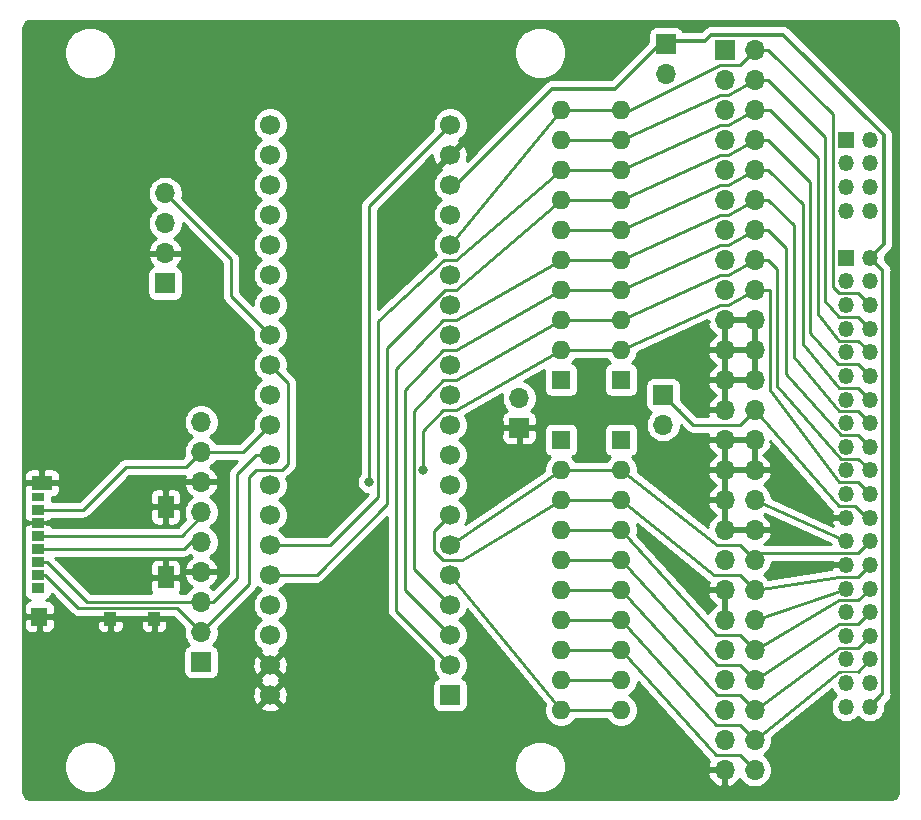
<source format=gbr>
%TF.GenerationSoftware,KiCad,Pcbnew,(5.1.8-0-10_14)*%
%TF.CreationDate,2021-04-03T20:08:11-06:00*%
%TF.ProjectId,bluescsi_powerbook,626c7565-7363-4736-995f-706f77657262,rev?*%
%TF.SameCoordinates,Original*%
%TF.FileFunction,Copper,L1,Top*%
%TF.FilePolarity,Positive*%
%FSLAX46Y46*%
G04 Gerber Fmt 4.6, Leading zero omitted, Abs format (unit mm)*
G04 Created by KiCad (PCBNEW (5.1.8-0-10_14)) date 2021-04-03 20:08:11*
%MOMM*%
%LPD*%
G01*
G04 APERTURE LIST*
%TA.AperFunction,ComponentPad*%
%ADD10O,1.600000X1.600000*%
%TD*%
%TA.AperFunction,ComponentPad*%
%ADD11R,1.600000X1.600000*%
%TD*%
%TA.AperFunction,SMDPad,CuDef*%
%ADD12R,1.350000X1.900000*%
%TD*%
%TA.AperFunction,SMDPad,CuDef*%
%ADD13R,1.000000X1.200000*%
%TD*%
%TA.AperFunction,SMDPad,CuDef*%
%ADD14R,1.350000X1.550000*%
%TD*%
%TA.AperFunction,SMDPad,CuDef*%
%ADD15R,1.800000X1.170000*%
%TD*%
%TA.AperFunction,SMDPad,CuDef*%
%ADD16R,1.100000X0.850000*%
%TD*%
%TA.AperFunction,SMDPad,CuDef*%
%ADD17R,1.100000X0.750000*%
%TD*%
%TA.AperFunction,ComponentPad*%
%ADD18O,1.700000X1.700000*%
%TD*%
%TA.AperFunction,ComponentPad*%
%ADD19R,1.700000X1.700000*%
%TD*%
%TA.AperFunction,ComponentPad*%
%ADD20O,1.350000X1.350000*%
%TD*%
%TA.AperFunction,ComponentPad*%
%ADD21R,1.350000X1.350000*%
%TD*%
%TA.AperFunction,ComponentPad*%
%ADD22C,1.700000*%
%TD*%
%TA.AperFunction,ViaPad*%
%ADD23C,0.800000*%
%TD*%
%TA.AperFunction,Conductor*%
%ADD24C,0.200000*%
%TD*%
%TA.AperFunction,Conductor*%
%ADD25C,0.225000*%
%TD*%
%TA.AperFunction,Conductor*%
%ADD26C,0.250000*%
%TD*%
%TA.AperFunction,Conductor*%
%ADD27C,0.350000*%
%TD*%
%TA.AperFunction,Conductor*%
%ADD28C,0.254000*%
%TD*%
%TA.AperFunction,Conductor*%
%ADD29C,0.100000*%
%TD*%
G04 APERTURE END LIST*
D10*
%TO.P,RN2,10*%
%TO.N,/SCSI_ATN*%
X137160000Y-128270000D03*
%TO.P,RN2,9*%
%TO.N,/SCSI_RST*%
X137160000Y-125730000D03*
%TO.P,RN2,8*%
%TO.N,/SCSI_I_O*%
X137160000Y-123190000D03*
%TO.P,RN2,7*%
%TO.N,/SCSI_REQ*%
X137160000Y-120650000D03*
%TO.P,RN2,6*%
%TO.N,/SCSI_C_D*%
X137160000Y-118110000D03*
%TO.P,RN2,5*%
%TO.N,/SCSI_SEL*%
X137160000Y-115570000D03*
%TO.P,RN2,4*%
%TO.N,/SCSI_MSG*%
X137160000Y-113030000D03*
%TO.P,RN2,3*%
%TO.N,/SCSI_ACK*%
X137160000Y-110490000D03*
%TO.P,RN2,2*%
%TO.N,/SCSI_BSY*%
X137160000Y-107950000D03*
D11*
%TO.P,RN2,1*%
%TO.N,/TERMGROUND_SWITCHED*%
X137160000Y-105410000D03*
%TD*%
D12*
%TO.P,J3,11*%
%TO.N,GND*%
X103673000Y-111078000D03*
X103673000Y-117048000D03*
D13*
%TO.P,J3,9*%
X98998000Y-120548000D03*
%TO.P,J3,10*%
X102698000Y-120548000D03*
D14*
%TO.P,J3,11*%
X92973000Y-120373000D03*
D15*
X93198000Y-109053000D03*
D16*
%TO.P,J3,7*%
%TO.N,/SD_MISO*%
X92848000Y-111313000D03*
%TO.P,J3,6*%
%TO.N,GND*%
X92848000Y-112413000D03*
%TO.P,J3,5*%
%TO.N,/SD_CSK*%
X92848000Y-113513000D03*
%TO.P,J3,4*%
%TO.N,+3V3*%
X92848000Y-114613000D03*
%TO.P,J3,3*%
%TO.N,/SD_MOSI*%
X92848000Y-115713000D03*
%TO.P,J3,2*%
%TO.N,/SD_CS*%
X92848000Y-116813000D03*
D17*
%TO.P,J3,8*%
%TO.N,Net-(J3-Pad8)*%
X92848000Y-110263000D03*
D16*
%TO.P,J3,1*%
%TO.N,Net-(J3-Pad1)*%
X92848000Y-117913000D03*
%TD*%
D18*
%TO.P,J9,2*%
%TO.N,/SCSI_TERMPWR*%
X146050000Y-74422000D03*
D19*
%TO.P,J9,1*%
%TO.N,+5V*%
X146050000Y-71882000D03*
%TD*%
D18*
%TO.P,J8,50*%
%TO.N,/SCSI_I_O*%
X153540000Y-133350000D03*
%TO.P,J8,49*%
%TO.N,GND*%
X151000000Y-133350000D03*
%TO.P,J8,48*%
%TO.N,/SCSI_REQ*%
X153540000Y-130810000D03*
%TO.P,J8,47*%
%TO.N,GND*%
X151000000Y-130810000D03*
%TO.P,J8,46*%
%TO.N,/SCSI_C_D*%
X153540000Y-128270000D03*
%TO.P,J8,45*%
%TO.N,GND*%
X151000000Y-128270000D03*
%TO.P,J8,44*%
%TO.N,/SCSI_SEL*%
X153540000Y-125730000D03*
%TO.P,J8,43*%
%TO.N,GND*%
X151000000Y-125730000D03*
%TO.P,J8,42*%
%TO.N,/SCSI_MSG*%
X153540000Y-123190000D03*
%TO.P,J8,41*%
%TO.N,GND*%
X151000000Y-123190000D03*
%TO.P,J8,40*%
%TO.N,/SCSI_RST*%
X153540000Y-120650000D03*
%TO.P,J8,39*%
%TO.N,GND*%
X151000000Y-120650000D03*
%TO.P,J8,38*%
%TO.N,/SCSI_ACK*%
X153540000Y-118110000D03*
%TO.P,J8,37*%
%TO.N,GND*%
X151000000Y-118110000D03*
%TO.P,J8,36*%
%TO.N,/SCSI_BSY*%
X153540000Y-115570000D03*
%TO.P,J8,35*%
%TO.N,GND*%
X151000000Y-115570000D03*
%TO.P,J8,34*%
X153540000Y-113030000D03*
%TO.P,J8,33*%
X151000000Y-113030000D03*
%TO.P,J8,32*%
%TO.N,/SCSI_ATN*%
X153540000Y-110490000D03*
%TO.P,J8,31*%
%TO.N,GND*%
X151000000Y-110490000D03*
%TO.P,J8,30*%
X153540000Y-107950000D03*
%TO.P,J8,29*%
X151000000Y-107950000D03*
%TO.P,J8,28*%
X153540000Y-105410000D03*
%TO.P,J8,27*%
X151000000Y-105410000D03*
%TO.P,J8,26*%
%TO.N,/SCSI_TERMPWR*%
X153540000Y-102870000D03*
%TO.P,J8,25*%
%TO.N,GND*%
X151000000Y-102870000D03*
%TO.P,J8,24*%
X153540000Y-100330000D03*
%TO.P,J8,23*%
X151000000Y-100330000D03*
%TO.P,J8,22*%
X153540000Y-97790000D03*
%TO.P,J8,21*%
X151000000Y-97790000D03*
%TO.P,J8,20*%
X153540000Y-95250000D03*
%TO.P,J8,19*%
X151000000Y-95250000D03*
%TO.P,J8,18*%
%TO.N,/SCSI_DBP*%
X153540000Y-92710000D03*
%TO.P,J8,17*%
%TO.N,GND*%
X151000000Y-92710000D03*
%TO.P,J8,16*%
%TO.N,/SCSI_DB7*%
X153540000Y-90170000D03*
%TO.P,J8,15*%
%TO.N,GND*%
X151000000Y-90170000D03*
%TO.P,J8,14*%
%TO.N,/SCSI_DB6*%
X153540000Y-87630000D03*
%TO.P,J8,13*%
%TO.N,GND*%
X151000000Y-87630000D03*
%TO.P,J8,12*%
%TO.N,/SCSI_DB5*%
X153540000Y-85090000D03*
%TO.P,J8,11*%
%TO.N,GND*%
X151000000Y-85090000D03*
%TO.P,J8,10*%
%TO.N,/SCSI_DB4*%
X153540000Y-82550000D03*
%TO.P,J8,9*%
%TO.N,GND*%
X151000000Y-82550000D03*
%TO.P,J8,8*%
%TO.N,/SCSI_DB3*%
X153540000Y-80010000D03*
%TO.P,J8,7*%
%TO.N,GND*%
X151000000Y-80010000D03*
%TO.P,J8,6*%
%TO.N,/SCSI_DB2*%
X153540000Y-77470000D03*
%TO.P,J8,5*%
%TO.N,GND*%
X151000000Y-77470000D03*
%TO.P,J8,4*%
%TO.N,/SCSI_DB1*%
X153540000Y-74930000D03*
%TO.P,J8,3*%
%TO.N,GND*%
X151000000Y-74930000D03*
%TO.P,J8,2*%
%TO.N,/SCSI_DB0*%
X153540000Y-72390000D03*
D19*
%TO.P,J8,1*%
%TO.N,GND*%
X151000000Y-72390000D03*
%TD*%
D20*
%TO.P,J2,8*%
%TO.N,/ACT_LED*%
X163290000Y-86000000D03*
%TO.P,J2,7*%
%TO.N,/ID4*%
X161290000Y-86000000D03*
%TO.P,J2,6*%
%TO.N,/ID2*%
X163290000Y-84000000D03*
%TO.P,J2,5*%
%TO.N,/ID1*%
X161290000Y-84000000D03*
%TO.P,J2,4*%
%TO.N,Net-(J2-Pad4)*%
X163290000Y-82000000D03*
%TO.P,J2,3*%
%TO.N,/INDEX*%
X161290000Y-82000000D03*
%TO.P,J2,2*%
%TO.N,/NO_SPIN_UP*%
X163290000Y-80000000D03*
D21*
%TO.P,J2,1*%
%TO.N,Net-(J2-Pad1)*%
X161290000Y-80000000D03*
%TD*%
D18*
%TO.P,J6,4*%
%TO.N,/DEBUG_RX*%
X103632000Y-84531200D03*
%TO.P,J6,3*%
%TO.N,/DEBUG_TX*%
X103632000Y-87071200D03*
%TO.P,J6,2*%
%TO.N,GND*%
X103632000Y-89611200D03*
D19*
%TO.P,J6,1*%
%TO.N,+3V3*%
X103632000Y-92151200D03*
%TD*%
D18*
%TO.P,J5,2*%
%TO.N,/TERMGROUND_SWITCHED*%
X133604000Y-101854000D03*
D19*
%TO.P,J5,1*%
%TO.N,GND*%
X133604000Y-104394000D03*
%TD*%
D18*
%TO.P,J4,2*%
%TO.N,/TERMPOWER_SWITCHED*%
X145796000Y-104140000D03*
D19*
%TO.P,J4,1*%
%TO.N,/SCSI_TERMPWR*%
X145796000Y-101600000D03*
%TD*%
D10*
%TO.P,RN4,10*%
%TO.N,/SCSI_ATN*%
X142240000Y-128270000D03*
%TO.P,RN4,9*%
%TO.N,/SCSI_RST*%
X142240000Y-125730000D03*
%TO.P,RN4,8*%
%TO.N,/SCSI_I_O*%
X142240000Y-123190000D03*
%TO.P,RN4,7*%
%TO.N,/SCSI_REQ*%
X142240000Y-120650000D03*
%TO.P,RN4,6*%
%TO.N,/SCSI_C_D*%
X142240000Y-118110000D03*
%TO.P,RN4,5*%
%TO.N,/SCSI_SEL*%
X142240000Y-115570000D03*
%TO.P,RN4,4*%
%TO.N,/SCSI_MSG*%
X142240000Y-113030000D03*
%TO.P,RN4,3*%
%TO.N,/SCSI_ACK*%
X142240000Y-110490000D03*
%TO.P,RN4,2*%
%TO.N,/SCSI_BSY*%
X142240000Y-107950000D03*
D11*
%TO.P,RN4,1*%
%TO.N,/TERMPOWER_SWITCHED*%
X142240000Y-105410000D03*
%TD*%
D10*
%TO.P,RN3,10*%
%TO.N,/SCSI_DB0*%
X142240000Y-77470000D03*
%TO.P,RN3,9*%
%TO.N,/SCSI_DB1*%
X142240000Y-80010000D03*
%TO.P,RN3,8*%
%TO.N,/SCSI_DB2*%
X142240000Y-82550000D03*
%TO.P,RN3,7*%
%TO.N,/SCSI_DB3*%
X142240000Y-85090000D03*
%TO.P,RN3,6*%
%TO.N,/SCSI_DB4*%
X142240000Y-87630000D03*
%TO.P,RN3,5*%
%TO.N,/SCSI_DB5*%
X142240000Y-90170000D03*
%TO.P,RN3,4*%
%TO.N,/SCSI_DB6*%
X142240000Y-92710000D03*
%TO.P,RN3,3*%
%TO.N,/SCSI_DB7*%
X142240000Y-95250000D03*
%TO.P,RN3,2*%
%TO.N,/SCSI_DBP*%
X142240000Y-97790000D03*
D11*
%TO.P,RN3,1*%
%TO.N,/TERMPOWER_SWITCHED*%
X142240000Y-100330000D03*
%TD*%
D10*
%TO.P,RN1,10*%
%TO.N,/SCSI_DB0*%
X137160000Y-77470000D03*
%TO.P,RN1,9*%
%TO.N,/SCSI_DB1*%
X137160000Y-80010000D03*
%TO.P,RN1,8*%
%TO.N,/SCSI_DB2*%
X137160000Y-82550000D03*
%TO.P,RN1,7*%
%TO.N,/SCSI_DB3*%
X137160000Y-85090000D03*
%TO.P,RN1,6*%
%TO.N,/SCSI_DB4*%
X137160000Y-87630000D03*
%TO.P,RN1,5*%
%TO.N,/SCSI_DB5*%
X137160000Y-90170000D03*
%TO.P,RN1,4*%
%TO.N,/SCSI_DB6*%
X137160000Y-92710000D03*
%TO.P,RN1,3*%
%TO.N,/SCSI_DB7*%
X137160000Y-95250000D03*
%TO.P,RN1,2*%
%TO.N,/SCSI_DBP*%
X137160000Y-97790000D03*
D11*
%TO.P,RN1,1*%
%TO.N,/TERMGROUND_SWITCHED*%
X137160000Y-100330000D03*
%TD*%
D18*
%TO.P,J7,9*%
%TO.N,Net-(J7-Pad9)*%
X106680000Y-103886000D03*
%TO.P,J7,8*%
%TO.N,/SD_MISO*%
X106680000Y-106426000D03*
%TO.P,J7,7*%
%TO.N,GND*%
X106680000Y-108966000D03*
%TO.P,J7,6*%
%TO.N,/SD_CSK*%
X106680000Y-111506000D03*
%TO.P,J7,5*%
%TO.N,+3V3*%
X106680000Y-114046000D03*
%TO.P,J7,4*%
%TO.N,GND*%
X106680000Y-116586000D03*
%TO.P,J7,3*%
%TO.N,/SD_MOSI*%
X106680000Y-119126000D03*
%TO.P,J7,2*%
%TO.N,/SD_CS*%
X106680000Y-121666000D03*
D19*
%TO.P,J7,1*%
%TO.N,Net-(J7-Pad1)*%
X106680000Y-124206000D03*
%TD*%
D20*
%TO.P,J1,40*%
%TO.N,+5V*%
X163290000Y-128000000D03*
%TO.P,J1,39*%
X161290000Y-128000000D03*
%TO.P,J1,38*%
%TO.N,/RET*%
X163290000Y-126000000D03*
%TO.P,J1,37*%
X161290000Y-126000000D03*
%TO.P,J1,36*%
%TO.N,/SCSI_REQ*%
X163290000Y-124000000D03*
%TO.P,J1,35*%
%TO.N,GND*%
X161290000Y-124000000D03*
%TO.P,J1,34*%
%TO.N,/SCSI_C_D*%
X163290000Y-122000000D03*
%TO.P,J1,33*%
%TO.N,/SCSI_I_O*%
X161290000Y-122000000D03*
%TO.P,J1,32*%
%TO.N,/SCSI_SEL*%
X163290000Y-120000000D03*
%TO.P,J1,31*%
%TO.N,GND*%
X161290000Y-120000000D03*
%TO.P,J1,30*%
%TO.N,/SCSI_MSG*%
X163290000Y-118000000D03*
%TO.P,J1,29*%
%TO.N,/SCSI_RST*%
X161290000Y-118000000D03*
%TO.P,J1,28*%
%TO.N,/SCSI_ACK*%
X163290000Y-116000000D03*
%TO.P,J1,27*%
%TO.N,GND*%
X161290000Y-116000000D03*
%TO.P,J1,26*%
%TO.N,/SCSI_BSY*%
X163290000Y-114000000D03*
%TO.P,J1,25*%
%TO.N,/SCSI_ATN*%
X161290000Y-114000000D03*
%TO.P,J1,24*%
%TO.N,/SCSI_TERMPWR*%
X163290000Y-112000000D03*
%TO.P,J1,23*%
%TO.N,GND*%
X161290000Y-112000000D03*
%TO.P,J1,22*%
%TO.N,/SCSI_DBP*%
X163290000Y-110000000D03*
%TO.P,J1,21*%
%TO.N,GND*%
X161290000Y-110000000D03*
%TO.P,J1,20*%
%TO.N,/SCSI_DB7*%
X163290000Y-108000000D03*
%TO.P,J1,19*%
%TO.N,GND*%
X161290000Y-108000000D03*
%TO.P,J1,18*%
%TO.N,/SCSI_DB6*%
X163290000Y-106000000D03*
%TO.P,J1,17*%
%TO.N,/KEY*%
X161290000Y-106000000D03*
%TO.P,J1,16*%
%TO.N,/SCSI_DB5*%
X163290000Y-104000000D03*
%TO.P,J1,15*%
%TO.N,GND*%
X161290000Y-104000000D03*
%TO.P,J1,14*%
%TO.N,/SCSI_DB4*%
X163290000Y-102000000D03*
%TO.P,J1,13*%
%TO.N,GND*%
X161290000Y-102000000D03*
%TO.P,J1,12*%
%TO.N,/SCSI_DB3*%
X163290000Y-100000000D03*
%TO.P,J1,11*%
%TO.N,GND*%
X161290000Y-100000000D03*
%TO.P,J1,10*%
%TO.N,/SCSI_DB2*%
X163290000Y-98000000D03*
%TO.P,J1,9*%
%TO.N,GND*%
X161290000Y-98000000D03*
%TO.P,J1,8*%
%TO.N,/SCSI_DB1*%
X163290000Y-96000000D03*
%TO.P,J1,7*%
%TO.N,GND*%
X161290000Y-96000000D03*
%TO.P,J1,6*%
%TO.N,/SCSI_DB0*%
X163290000Y-94000000D03*
%TO.P,J1,5*%
%TO.N,GND*%
X161290000Y-94000000D03*
%TO.P,J1,4*%
%TO.N,/RET*%
X163290000Y-92000000D03*
%TO.P,J1,3*%
X161290000Y-92000000D03*
%TO.P,J1,2*%
%TO.N,+5V*%
X163290000Y-90000000D03*
D21*
%TO.P,J1,1*%
X161290000Y-90000000D03*
%TD*%
D22*
%TO.P,U1,40*%
%TO.N,GND*%
X112522000Y-127000000D03*
D19*
%TO.P,U1,1*%
%TO.N,/SCSI_DB4*%
X127762000Y-127000000D03*
D22*
%TO.P,U1,39*%
%TO.N,GND*%
X112522000Y-124460000D03*
%TO.P,U1,2*%
%TO.N,/SCSI_DB5*%
X127762000Y-124460000D03*
%TO.P,U1,38*%
%TO.N,+3V3*%
X112522000Y-121920000D03*
%TO.P,U1,3*%
%TO.N,/SCSI_DB6*%
X127762000Y-121920000D03*
%TO.P,U1,37*%
%TO.N,Net-(U1-Pad37)*%
X112522000Y-119380000D03*
%TO.P,U1,4*%
%TO.N,/SCSI_DB7*%
X127762000Y-119380000D03*
%TO.P,U1,36*%
%TO.N,/SCSI_DB3*%
X112522000Y-116840000D03*
%TO.P,U1,5*%
%TO.N,/SCSI_ATN*%
X127762000Y-116840000D03*
%TO.P,U1,35*%
%TO.N,/SCSI_DB2*%
X112522000Y-114300000D03*
%TO.P,U1,6*%
%TO.N,/SCSI_BSY*%
X127762000Y-114300000D03*
%TO.P,U1,34*%
%TO.N,Net-(U1-Pad34)*%
X112522000Y-111760000D03*
%TO.P,U1,7*%
%TO.N,/SCSI_ACK*%
X127762000Y-111760000D03*
%TO.P,U1,33*%
%TO.N,/SCSI_DBP*%
X112522000Y-109220000D03*
%TO.P,U1,8*%
%TO.N,Net-(U1-Pad8)*%
X127762000Y-109220000D03*
%TO.P,U1,32*%
%TO.N,/SD_MOSI*%
X112522000Y-106680000D03*
%TO.P,U1,9*%
%TO.N,Net-(U1-Pad9)*%
X127762000Y-106680000D03*
%TO.P,U1,31*%
%TO.N,/SD_MISO*%
X112522000Y-104140000D03*
%TO.P,U1,10*%
%TO.N,/SCSI_RST*%
X127762000Y-104140000D03*
%TO.P,U1,30*%
%TO.N,/SD_CSK*%
X112522000Y-101600000D03*
%TO.P,U1,11*%
%TO.N,/SCSI_MSG*%
X127762000Y-101600000D03*
%TO.P,U1,29*%
%TO.N,/SD_CS*%
X112522000Y-99060000D03*
%TO.P,U1,12*%
%TO.N,/SCSI_SEL*%
X127762000Y-99060000D03*
%TO.P,U1,28*%
%TO.N,/DEBUG_RX*%
X112522000Y-96520000D03*
%TO.P,U1,13*%
%TO.N,/SCSI_C_D*%
X127762000Y-96520000D03*
%TO.P,U1,27*%
%TO.N,/DEBUG_TX*%
X112522000Y-93980000D03*
%TO.P,U1,14*%
%TO.N,/SCSI_REQ*%
X127762000Y-93980000D03*
%TO.P,U1,26*%
%TO.N,Net-(U1-Pad26)*%
X112522000Y-91440000D03*
%TO.P,U1,15*%
%TO.N,/SCSI_I_O*%
X127762000Y-91440000D03*
%TO.P,U1,25*%
%TO.N,Net-(U1-Pad25)*%
X112522000Y-88900000D03*
%TO.P,U1,16*%
%TO.N,/SCSI_DB0*%
X127762000Y-88900000D03*
%TO.P,U1,24*%
%TO.N,Net-(U1-Pad24)*%
X112522000Y-86360000D03*
%TO.P,U1,17*%
%TO.N,/SCSI_DB1*%
X127762000Y-86360000D03*
%TO.P,U1,23*%
%TO.N,Net-(U1-Pad23)*%
X112522000Y-83820000D03*
%TO.P,U1,18*%
%TO.N,+5V*%
X127762000Y-83820000D03*
%TO.P,U1,22*%
%TO.N,Net-(U1-Pad22)*%
X112522000Y-81280000D03*
%TO.P,U1,19*%
%TO.N,GND*%
X127762000Y-81280000D03*
%TO.P,U1,21*%
%TO.N,Net-(U1-Pad21)*%
X112522000Y-78740000D03*
%TO.P,U1,20*%
%TO.N,+3V3*%
X127762000Y-78740000D03*
%TD*%
D23*
%TO.N,/SCSI_DBP*%
X125476000Y-107950000D03*
%TO.N,+3V3*%
X120904000Y-108966000D03*
%TD*%
D24*
%TO.N,/SCSI_REQ*%
X160871997Y-125024999D02*
X162265001Y-125024999D01*
D25*
X162265001Y-125024999D02*
X163290000Y-124000000D01*
X137160000Y-120650000D02*
X142113000Y-120650000D01*
X152270000Y-129540000D02*
X153540000Y-130810000D01*
X150241000Y-129540000D02*
X152270000Y-129540000D01*
X142240000Y-120650000D02*
X150241000Y-129540000D01*
X160725001Y-125024999D02*
X160871997Y-125024999D01*
X153540000Y-130810000D02*
X160725001Y-125024999D01*
%TO.N,/SCSI_C_D*%
X137160000Y-118110000D02*
X142240000Y-118110000D01*
X152270000Y-127000000D02*
X153540000Y-128270000D01*
X150368000Y-127000000D02*
X152270000Y-127000000D01*
X142240000Y-118110000D02*
X150368000Y-127000000D01*
X162290500Y-122999500D02*
X163290000Y-122000000D01*
X160718500Y-122999500D02*
X162290500Y-122999500D01*
X153540000Y-128270000D02*
X160718500Y-122999500D01*
%TO.N,/SCSI_I_O*%
X137160000Y-123190000D02*
X142240000Y-123190000D01*
X152270000Y-132080000D02*
X153540000Y-133350000D01*
X150241000Y-132080000D02*
X152270000Y-132080000D01*
X142240000Y-123190000D02*
X150241000Y-132080000D01*
%TO.N,/SCSI_SEL*%
X137160000Y-115570000D02*
X141986000Y-115570000D01*
X150368000Y-124460000D02*
X152270000Y-124460000D01*
X152270000Y-124460000D02*
X153540000Y-125730000D01*
X142240000Y-115570000D02*
X150368000Y-124460000D01*
X162284400Y-121005600D02*
X163290000Y-120000000D01*
X160655000Y-121005600D02*
X162284400Y-121005600D01*
X153540000Y-125730000D02*
X160655000Y-121005600D01*
%TO.N,/SCSI_MSG*%
X137160000Y-113030000D02*
X142240000Y-113030000D01*
X152270000Y-121920000D02*
X153540000Y-123190000D01*
X150241000Y-121920000D02*
X152270000Y-121920000D01*
X142240000Y-113030000D02*
X150241000Y-121920000D01*
X162291000Y-118999000D02*
X163290000Y-118000000D01*
X160655000Y-118999000D02*
X162291000Y-118999000D01*
X153540000Y-123190000D02*
X160655000Y-118999000D01*
%TO.N,/SCSI_RST*%
X137160000Y-125730000D02*
X142240000Y-125730000D01*
X161290000Y-118000000D02*
X153540000Y-120650000D01*
%TO.N,/SCSI_ACK*%
X137160000Y-110490000D02*
X142240000Y-110490000D01*
X152270000Y-116840000D02*
X153540000Y-118110000D01*
X150114000Y-116840000D02*
X152270000Y-116840000D01*
X142240000Y-110490000D02*
X150114000Y-116840000D01*
X162297600Y-116992400D02*
X163290000Y-116000000D01*
X160655000Y-117009587D02*
X162297600Y-116992400D01*
X153540000Y-118110000D02*
X160655000Y-117009587D01*
X128778000Y-115570000D02*
X137160000Y-110490000D01*
X127127000Y-115570000D02*
X128778000Y-115570000D01*
X126365000Y-113157000D02*
X126365000Y-114808000D01*
X126365000Y-114808000D02*
X127127000Y-115570000D01*
X127762000Y-111760000D02*
X126365000Y-113157000D01*
%TO.N,/SCSI_BSY*%
X137160000Y-107950000D02*
X142240000Y-107950000D01*
X162278800Y-115011200D02*
X163290000Y-114000000D01*
X154098800Y-115011200D02*
X162278800Y-115011200D01*
X153540000Y-115570000D02*
X154098800Y-115011200D01*
X152270000Y-114300000D02*
X153540000Y-115570000D01*
X150368000Y-114300000D02*
X152270000Y-114300000D01*
X142240000Y-107950000D02*
X150368000Y-114300000D01*
X127762000Y-114300000D02*
X137160000Y-107950000D01*
%TO.N,/SCSI_ATN*%
X137160000Y-128270000D02*
X142240000Y-128270000D01*
X136652000Y-128270000D02*
X137160000Y-128270000D01*
X127762000Y-116840000D02*
X137160000Y-128270000D01*
X153540000Y-110490000D02*
X161290000Y-114000000D01*
D26*
%TO.N,/SCSI_TERMPWR*%
X163054000Y-112000000D02*
X163290000Y-112000000D01*
X162052000Y-110998000D02*
X163054000Y-112000000D01*
X145796000Y-101600000D02*
X147193000Y-102997000D01*
X152270000Y-104140000D02*
X148336000Y-104140000D01*
X148336000Y-104140000D02*
X145796000Y-101600000D01*
X153540000Y-102870000D02*
X152270000Y-104140000D01*
X153543000Y-102870000D02*
X160655000Y-110998000D01*
X153540000Y-102870000D02*
X153543000Y-102870000D01*
D25*
X160655000Y-110998000D02*
X162052000Y-110998000D01*
%TO.N,/SCSI_DBP*%
X137160000Y-97790000D02*
X142240000Y-97790000D01*
X151257000Y-93980000D02*
X153540000Y-92710000D01*
X150622000Y-93980000D02*
X151257000Y-93980000D01*
X142240000Y-97790000D02*
X150622000Y-93980000D01*
X125476000Y-104648000D02*
X125476000Y-107950000D01*
X127127000Y-102870000D02*
X125476000Y-104648000D01*
X128270000Y-102870000D02*
X127127000Y-102870000D01*
X137160000Y-97790000D02*
X128270000Y-102870000D01*
X162281400Y-108991400D02*
X163290000Y-110000000D01*
X160655000Y-108991400D02*
X162281400Y-108991400D01*
X154813000Y-101219000D02*
X160655000Y-108991400D01*
X154813000Y-92710000D02*
X154813000Y-101219000D01*
X153540000Y-92710000D02*
X154813000Y-92710000D01*
%TO.N,/SCSI_DB7*%
X142240000Y-95250000D02*
X137160000Y-95250000D01*
X151257000Y-91440000D02*
X153540000Y-90170000D01*
X150622000Y-91440000D02*
X151257000Y-91440000D01*
X142240000Y-95250000D02*
X150622000Y-91440000D01*
X162300200Y-107010200D02*
X163290000Y-108000000D01*
X155448000Y-100838000D02*
X160857198Y-107010200D01*
X155448000Y-90932000D02*
X155448000Y-100838000D01*
X154686000Y-90170000D02*
X155448000Y-90932000D01*
X160857198Y-107010200D02*
X162300200Y-107010200D01*
X153540000Y-90170000D02*
X154686000Y-90170000D01*
X128270000Y-100330000D02*
X137160000Y-95250000D01*
X127127000Y-100330000D02*
X128270000Y-100330000D01*
X124714000Y-102945998D02*
X127127000Y-100330000D01*
X124714000Y-116332000D02*
X124714000Y-102945998D01*
X127762000Y-119380000D02*
X124714000Y-116332000D01*
%TO.N,/SCSI_DB6*%
X137160000Y-92710000D02*
X142240000Y-92710000D01*
X151257000Y-88900000D02*
X153540000Y-87630000D01*
X150622000Y-88900000D02*
X151257000Y-88900000D01*
X142240000Y-92710000D02*
X150622000Y-88900000D01*
X162293600Y-105003600D02*
X163290000Y-106000000D01*
X160850598Y-105003600D02*
X162293600Y-105003600D01*
X156210000Y-89154000D02*
X156210000Y-99822000D01*
X153540000Y-87630000D02*
X154686000Y-87630000D01*
X154686000Y-87630000D02*
X156210000Y-89154000D01*
X156210000Y-99822000D02*
X160850598Y-105003600D01*
X128270000Y-97790000D02*
X137160000Y-92710000D01*
X127127000Y-97790000D02*
X128270000Y-97790000D01*
X123952000Y-101167998D02*
X127127000Y-97790000D01*
X123952000Y-118110000D02*
X123952000Y-101167998D01*
X127762000Y-121920000D02*
X123952000Y-118110000D01*
%TO.N,/SCSI_DB5*%
X137160000Y-90170000D02*
X142240000Y-90170000D01*
X150622000Y-86360000D02*
X142240000Y-90170000D01*
X151257000Y-86360000D02*
X150622000Y-86360000D01*
X153540000Y-85090000D02*
X151257000Y-86360000D01*
X123190000Y-99389998D02*
X123190000Y-119888000D01*
X123190000Y-119888000D02*
X127762000Y-124460000D01*
X127127000Y-95250000D02*
X123190000Y-99389998D01*
X128270000Y-95250000D02*
X127127000Y-95250000D01*
X137160000Y-90170000D02*
X128270000Y-95250000D01*
X154686000Y-85090000D02*
X153540000Y-85090000D01*
X156845000Y-87249000D02*
X154686000Y-85090000D01*
X156845000Y-98425000D02*
X156845000Y-87249000D01*
X160655000Y-102997000D02*
X156845000Y-98425000D01*
X162287000Y-102997000D02*
X160655000Y-102997000D01*
X163290000Y-104000000D02*
X162287000Y-102997000D01*
%TO.N,/SCSI_DB4*%
X137160000Y-87630000D02*
X142240000Y-87630000D01*
X150622000Y-83820000D02*
X151257000Y-83820000D01*
X151257000Y-83820000D02*
X153540000Y-82550000D01*
X142240000Y-87630000D02*
X150622000Y-83820000D01*
X162280400Y-100990400D02*
X163290000Y-102000000D01*
X160655000Y-100990400D02*
X162280400Y-100990400D01*
X157607000Y-97282000D02*
X160655000Y-100990400D01*
X157607000Y-85471000D02*
X157607000Y-97282000D01*
X154686000Y-82550000D02*
X157607000Y-85471000D01*
X153540000Y-82550000D02*
X154686000Y-82550000D01*
%TO.N,/SCSI_DB3*%
X162314999Y-99024999D02*
X163290000Y-100000000D01*
X142240000Y-85090000D02*
X137160000Y-85090000D01*
X116459000Y-116840000D02*
X112522000Y-116840000D01*
X137160000Y-85090000D02*
X128270000Y-92710000D01*
X122428000Y-97611998D02*
X122428000Y-110871000D01*
X128270000Y-92710000D02*
X127329998Y-92710000D01*
X122428000Y-110871000D02*
X116459000Y-116840000D01*
X127329998Y-92710000D02*
X122428000Y-97611998D01*
X151257000Y-81280000D02*
X150622000Y-81280000D01*
X150622000Y-81280000D02*
X142240000Y-85090000D01*
X153540000Y-80010000D02*
X151257000Y-81280000D01*
X160646001Y-99009200D02*
X162306000Y-99009200D01*
X154686000Y-80010000D02*
X153540000Y-80010000D01*
X158242000Y-83566000D02*
X154686000Y-80010000D01*
X158242000Y-96395002D02*
X158242000Y-83566000D01*
X160646001Y-99009200D02*
X158242000Y-96395002D01*
%TO.N,/SCSI_DB2*%
X137160000Y-82550000D02*
X142240000Y-82550000D01*
X151257000Y-78740000D02*
X153540000Y-77470000D01*
X150622000Y-78740000D02*
X151257000Y-78740000D01*
X142240000Y-82550000D02*
X150622000Y-78740000D01*
X128270000Y-90170000D02*
X137160000Y-82550000D01*
X127254000Y-90170000D02*
X128270000Y-90170000D01*
X121666000Y-110236000D02*
X121666000Y-95360000D01*
X117602000Y-114300000D02*
X121666000Y-110236000D01*
X121666000Y-95360000D02*
X127254000Y-90170000D01*
X112522000Y-114300000D02*
X117602000Y-114300000D01*
X162292600Y-97002600D02*
X163290000Y-98000000D01*
X160655000Y-97002600D02*
X162292600Y-97002600D01*
X158877000Y-94742000D02*
X160655000Y-97002600D01*
X158877000Y-81534000D02*
X158877000Y-94742000D01*
X154813000Y-77470000D02*
X158877000Y-81534000D01*
X153540000Y-77470000D02*
X154813000Y-77470000D01*
%TO.N,/SCSI_DB1*%
X137160000Y-80010000D02*
X142240000Y-80010000D01*
X150622000Y-76200000D02*
X142240000Y-80010000D01*
X151257000Y-76200000D02*
X150622000Y-76200000D01*
X153540000Y-74930000D02*
X151257000Y-76200000D01*
X154686000Y-74930000D02*
X153540000Y-74930000D01*
X162286000Y-94996000D02*
X160655000Y-94996000D01*
X159512000Y-93665002D02*
X159512000Y-79756000D01*
X160655000Y-94996000D02*
X159512000Y-93665002D01*
X159512000Y-79756000D02*
X154686000Y-74930000D01*
X163290000Y-96000000D02*
X162286000Y-94996000D01*
%TO.N,/SCSI_DB0*%
X137160000Y-77470000D02*
X142240000Y-77470000D01*
X152270000Y-73660000D02*
X153540000Y-72390000D01*
X150622000Y-73660000D02*
X152270000Y-73660000D01*
X143002000Y-77470000D02*
X150622000Y-73660000D01*
X142240000Y-77470000D02*
X143002000Y-77470000D01*
X137160000Y-77470000D02*
X127762000Y-88900000D01*
X153540000Y-72390000D02*
X154686000Y-72390000D01*
X160655000Y-92989400D02*
X162279400Y-92989400D01*
X162279400Y-92989400D02*
X163290000Y-94000000D01*
X160147000Y-77851000D02*
X160147000Y-92456000D01*
X154686000Y-72390000D02*
X160147000Y-77851000D01*
X160147000Y-92456000D02*
X160655000Y-92989400D01*
D26*
%TO.N,/SD_MISO*%
X110236000Y-106426000D02*
X112522000Y-104140000D01*
X106680000Y-106426000D02*
X110236000Y-106426000D01*
X106607000Y-106499000D02*
X106680000Y-106426000D01*
X106680000Y-106468795D02*
X106680000Y-106426000D01*
X92771000Y-111313000D02*
X92964000Y-111506000D01*
X100301499Y-107696000D02*
X105410000Y-107696000D01*
X96684499Y-111313000D02*
X100301499Y-107696000D01*
X105410000Y-107696000D02*
X106680000Y-106426000D01*
X92848000Y-111313000D02*
X96684499Y-111313000D01*
%TO.N,/SD_CSK*%
X106603000Y-111429000D02*
X106680000Y-111506000D01*
X106603000Y-111964000D02*
X106603000Y-111429000D01*
X105054000Y-113513000D02*
X106603000Y-111964000D01*
X92594000Y-113513000D02*
X105054000Y-113513000D01*
%TO.N,+3V3*%
X120904000Y-85598000D02*
X120904000Y-108966000D01*
X127762000Y-78740000D02*
X120904000Y-85598000D01*
X105791000Y-114046000D02*
X106680000Y-114046000D01*
X105224000Y-114613000D02*
X105791000Y-114046000D01*
X92594000Y-114613000D02*
X105224000Y-114613000D01*
%TO.N,/SD_MOSI*%
X97028000Y-119126000D02*
X106680000Y-119126000D01*
X93615000Y-115713000D02*
X97028000Y-119126000D01*
X92726000Y-115713000D02*
X93615000Y-115713000D01*
X111319919Y-106680000D02*
X112522000Y-106680000D01*
X109728000Y-108271919D02*
X111319919Y-106680000D01*
X109728000Y-117094000D02*
X109728000Y-108271919D01*
X107696000Y-119126000D02*
X109728000Y-117094000D01*
X106680000Y-119126000D02*
X107696000Y-119126000D01*
%TO.N,/SD_CS*%
X111316002Y-107950000D02*
X113538000Y-107950000D01*
X110744000Y-108522002D02*
X111316002Y-107950000D01*
X110744000Y-117602000D02*
X110744000Y-108522002D01*
X114046000Y-100584000D02*
X112522000Y-99060000D01*
X114046000Y-107442000D02*
X114046000Y-100584000D01*
X106680000Y-121666000D02*
X110744000Y-117602000D01*
X113538000Y-107950000D02*
X114046000Y-107442000D01*
X106443000Y-121429000D02*
X106680000Y-121666000D01*
X104636999Y-119622999D02*
X106680000Y-121666000D01*
X96254999Y-119622999D02*
X104636999Y-119622999D01*
X93445000Y-116813000D02*
X96254999Y-119622999D01*
X92683000Y-116813000D02*
X93445000Y-116813000D01*
%TO.N,/TERMPOWER_SWITCHED*%
X142748000Y-105410000D02*
X142240000Y-105410000D01*
%TO.N,/DEBUG_RX*%
X103632000Y-84531200D02*
X109220000Y-90119200D01*
X109220000Y-93218000D02*
X112522000Y-96520000D01*
X109220000Y-90119200D02*
X109220000Y-93218000D01*
D27*
%TO.N,+5V*%
X164338000Y-126952000D02*
X163290000Y-128000000D01*
D26*
X164338000Y-91048000D02*
X164338000Y-126952000D01*
D27*
X163290000Y-90000000D02*
X164338000Y-91048000D01*
X145542000Y-71882000D02*
X146050000Y-71882000D01*
X141732000Y-75692000D02*
X145542000Y-71882000D01*
X136398000Y-75692000D02*
X141732000Y-75692000D01*
X128270000Y-83820000D02*
X136398000Y-75692000D01*
X164465000Y-88825000D02*
X163290000Y-90000000D01*
X164465000Y-79629000D02*
X164465000Y-88825000D01*
X149860000Y-71120000D02*
X155956000Y-71120000D01*
X149352000Y-71628000D02*
X149860000Y-71120000D01*
X146304000Y-71628000D02*
X149352000Y-71628000D01*
X155956000Y-71120000D02*
X164465000Y-79629000D01*
X146050000Y-71882000D02*
X146304000Y-71628000D01*
%TD*%
D28*
%TO.N,GND*%
X165208109Y-69939005D02*
X165312101Y-69970402D01*
X165408014Y-70021399D01*
X165492194Y-70090055D01*
X165561440Y-70173758D01*
X165613105Y-70269311D01*
X165645227Y-70373078D01*
X165660001Y-70513650D01*
X165660000Y-135220280D01*
X165645995Y-135363109D01*
X165614599Y-135467099D01*
X165563601Y-135563013D01*
X165494941Y-135647199D01*
X165411243Y-135716439D01*
X165315689Y-135768105D01*
X165211922Y-135800227D01*
X165071359Y-135815000D01*
X92236720Y-135815000D01*
X92093891Y-135800995D01*
X91989901Y-135769599D01*
X91893987Y-135718601D01*
X91809801Y-135649941D01*
X91740561Y-135566243D01*
X91688895Y-135470689D01*
X91656773Y-135366922D01*
X91642000Y-135226359D01*
X91642000Y-132877422D01*
X95062738Y-132877422D01*
X95062738Y-133314578D01*
X95148023Y-133743335D01*
X95315316Y-134147215D01*
X95558187Y-134510697D01*
X95867303Y-134819813D01*
X96230785Y-135062684D01*
X96634665Y-135229977D01*
X97063422Y-135315262D01*
X97500578Y-135315262D01*
X97929335Y-135229977D01*
X98333215Y-135062684D01*
X98696697Y-134819813D01*
X99005813Y-134510697D01*
X99248684Y-134147215D01*
X99415977Y-133743335D01*
X99501262Y-133314578D01*
X99501262Y-132877422D01*
X133162738Y-132877422D01*
X133162738Y-133314578D01*
X133248023Y-133743335D01*
X133415316Y-134147215D01*
X133658187Y-134510697D01*
X133967303Y-134819813D01*
X134330785Y-135062684D01*
X134734665Y-135229977D01*
X135163422Y-135315262D01*
X135600578Y-135315262D01*
X136029335Y-135229977D01*
X136433215Y-135062684D01*
X136796697Y-134819813D01*
X137105813Y-134510697D01*
X137348684Y-134147215D01*
X137515977Y-133743335D01*
X137523226Y-133706890D01*
X149558524Y-133706890D01*
X149603175Y-133854099D01*
X149728359Y-134116920D01*
X149902412Y-134350269D01*
X150118645Y-134545178D01*
X150368748Y-134694157D01*
X150643109Y-134791481D01*
X150873000Y-134670814D01*
X150873000Y-133477000D01*
X149679845Y-133477000D01*
X149558524Y-133706890D01*
X137523226Y-133706890D01*
X137601262Y-133314578D01*
X137601262Y-132877422D01*
X137515977Y-132448665D01*
X137348684Y-132044785D01*
X137105813Y-131681303D01*
X136796697Y-131372187D01*
X136433215Y-131129316D01*
X136029335Y-130962023D01*
X135600578Y-130876738D01*
X135163422Y-130876738D01*
X134734665Y-130962023D01*
X134330785Y-131129316D01*
X133967303Y-131372187D01*
X133658187Y-131681303D01*
X133415316Y-132044785D01*
X133248023Y-132448665D01*
X133162738Y-132877422D01*
X99501262Y-132877422D01*
X99415977Y-132448665D01*
X99248684Y-132044785D01*
X99005813Y-131681303D01*
X98696697Y-131372187D01*
X98333215Y-131129316D01*
X97929335Y-130962023D01*
X97500578Y-130876738D01*
X97063422Y-130876738D01*
X96634665Y-130962023D01*
X96230785Y-131129316D01*
X95867303Y-131372187D01*
X95558187Y-131681303D01*
X95315316Y-132044785D01*
X95148023Y-132448665D01*
X95062738Y-132877422D01*
X91642000Y-132877422D01*
X91642000Y-128028397D01*
X111673208Y-128028397D01*
X111750843Y-128277472D01*
X112014883Y-128403371D01*
X112298411Y-128475339D01*
X112590531Y-128490611D01*
X112880019Y-128448599D01*
X113155747Y-128350919D01*
X113293157Y-128277472D01*
X113370792Y-128028397D01*
X112522000Y-127179605D01*
X111673208Y-128028397D01*
X91642000Y-128028397D01*
X91642000Y-127068531D01*
X111031389Y-127068531D01*
X111073401Y-127358019D01*
X111171081Y-127633747D01*
X111244528Y-127771157D01*
X111493603Y-127848792D01*
X112342395Y-127000000D01*
X112701605Y-127000000D01*
X113550397Y-127848792D01*
X113799472Y-127771157D01*
X113925371Y-127507117D01*
X113997339Y-127223589D01*
X114012611Y-126931469D01*
X113970599Y-126641981D01*
X113872919Y-126366253D01*
X113799472Y-126228843D01*
X113550397Y-126151208D01*
X112701605Y-127000000D01*
X112342395Y-127000000D01*
X111493603Y-126151208D01*
X111244528Y-126228843D01*
X111118629Y-126492883D01*
X111046661Y-126776411D01*
X111031389Y-127068531D01*
X91642000Y-127068531D01*
X91642000Y-121148000D01*
X91659928Y-121148000D01*
X91672188Y-121272482D01*
X91708498Y-121392180D01*
X91767463Y-121502494D01*
X91846815Y-121599185D01*
X91943506Y-121678537D01*
X92053820Y-121737502D01*
X92173518Y-121773812D01*
X92298000Y-121786072D01*
X92687250Y-121783000D01*
X92846000Y-121624250D01*
X92846000Y-120500000D01*
X93100000Y-120500000D01*
X93100000Y-121624250D01*
X93258750Y-121783000D01*
X93648000Y-121786072D01*
X93772482Y-121773812D01*
X93892180Y-121737502D01*
X94002494Y-121678537D01*
X94099185Y-121599185D01*
X94178537Y-121502494D01*
X94237502Y-121392180D01*
X94273812Y-121272482D01*
X94286072Y-121148000D01*
X97859928Y-121148000D01*
X97872188Y-121272482D01*
X97908498Y-121392180D01*
X97967463Y-121502494D01*
X98046815Y-121599185D01*
X98143506Y-121678537D01*
X98253820Y-121737502D01*
X98373518Y-121773812D01*
X98498000Y-121786072D01*
X98712250Y-121783000D01*
X98871000Y-121624250D01*
X98871000Y-120675000D01*
X99125000Y-120675000D01*
X99125000Y-121624250D01*
X99283750Y-121783000D01*
X99498000Y-121786072D01*
X99622482Y-121773812D01*
X99742180Y-121737502D01*
X99852494Y-121678537D01*
X99949185Y-121599185D01*
X100028537Y-121502494D01*
X100087502Y-121392180D01*
X100123812Y-121272482D01*
X100136072Y-121148000D01*
X101559928Y-121148000D01*
X101572188Y-121272482D01*
X101608498Y-121392180D01*
X101667463Y-121502494D01*
X101746815Y-121599185D01*
X101843506Y-121678537D01*
X101953820Y-121737502D01*
X102073518Y-121773812D01*
X102198000Y-121786072D01*
X102412250Y-121783000D01*
X102571000Y-121624250D01*
X102571000Y-120675000D01*
X102825000Y-120675000D01*
X102825000Y-121624250D01*
X102983750Y-121783000D01*
X103198000Y-121786072D01*
X103322482Y-121773812D01*
X103442180Y-121737502D01*
X103552494Y-121678537D01*
X103649185Y-121599185D01*
X103728537Y-121502494D01*
X103787502Y-121392180D01*
X103823812Y-121272482D01*
X103836072Y-121148000D01*
X103833000Y-120833750D01*
X103674250Y-120675000D01*
X102825000Y-120675000D01*
X102571000Y-120675000D01*
X101721750Y-120675000D01*
X101563000Y-120833750D01*
X101559928Y-121148000D01*
X100136072Y-121148000D01*
X100133000Y-120833750D01*
X99974250Y-120675000D01*
X99125000Y-120675000D01*
X98871000Y-120675000D01*
X98021750Y-120675000D01*
X97863000Y-120833750D01*
X97859928Y-121148000D01*
X94286072Y-121148000D01*
X94283000Y-120658750D01*
X94124250Y-120500000D01*
X93100000Y-120500000D01*
X92846000Y-120500000D01*
X91821750Y-120500000D01*
X91663000Y-120658750D01*
X91659928Y-121148000D01*
X91642000Y-121148000D01*
X91642000Y-109638000D01*
X91659928Y-109638000D01*
X91672188Y-109762482D01*
X91672345Y-109763000D01*
X91672188Y-109763518D01*
X91659928Y-109888000D01*
X91659928Y-110638000D01*
X91672188Y-110762482D01*
X91672345Y-110763000D01*
X91672188Y-110763518D01*
X91659928Y-110888000D01*
X91659928Y-111738000D01*
X91672188Y-111862482D01*
X91672345Y-111863000D01*
X91672188Y-111863518D01*
X91659928Y-111988000D01*
X91663000Y-112127250D01*
X91821750Y-112286000D01*
X91976176Y-112286000D01*
X92053820Y-112327502D01*
X92173518Y-112363812D01*
X92298000Y-112376072D01*
X93398000Y-112376072D01*
X93522482Y-112363812D01*
X93642180Y-112327502D01*
X93719824Y-112286000D01*
X93874250Y-112286000D01*
X94033000Y-112127250D01*
X94034197Y-112073000D01*
X96647177Y-112073000D01*
X96684499Y-112076676D01*
X96721821Y-112073000D01*
X96721832Y-112073000D01*
X96833485Y-112062003D01*
X96945579Y-112028000D01*
X102359928Y-112028000D01*
X102372188Y-112152482D01*
X102408498Y-112272180D01*
X102467463Y-112382494D01*
X102546815Y-112479185D01*
X102643506Y-112558537D01*
X102753820Y-112617502D01*
X102873518Y-112653812D01*
X102998000Y-112666072D01*
X103387250Y-112663000D01*
X103546000Y-112504250D01*
X103546000Y-111205000D01*
X103800000Y-111205000D01*
X103800000Y-112504250D01*
X103958750Y-112663000D01*
X104348000Y-112666072D01*
X104472482Y-112653812D01*
X104592180Y-112617502D01*
X104702494Y-112558537D01*
X104799185Y-112479185D01*
X104878537Y-112382494D01*
X104937502Y-112272180D01*
X104973812Y-112152482D01*
X104986072Y-112028000D01*
X104983000Y-111363750D01*
X104824250Y-111205000D01*
X103800000Y-111205000D01*
X103546000Y-111205000D01*
X102521750Y-111205000D01*
X102363000Y-111363750D01*
X102359928Y-112028000D01*
X96945579Y-112028000D01*
X96976746Y-112018546D01*
X97108775Y-111947974D01*
X97224500Y-111853001D01*
X97248303Y-111823997D01*
X98944301Y-110128000D01*
X102359928Y-110128000D01*
X102363000Y-110792250D01*
X102521750Y-110951000D01*
X103546000Y-110951000D01*
X103546000Y-109651750D01*
X103800000Y-109651750D01*
X103800000Y-110951000D01*
X104824250Y-110951000D01*
X104983000Y-110792250D01*
X104986072Y-110128000D01*
X104973812Y-110003518D01*
X104937502Y-109883820D01*
X104878537Y-109773506D01*
X104799185Y-109676815D01*
X104702494Y-109597463D01*
X104592180Y-109538498D01*
X104472482Y-109502188D01*
X104348000Y-109489928D01*
X103958750Y-109493000D01*
X103800000Y-109651750D01*
X103546000Y-109651750D01*
X103387250Y-109493000D01*
X102998000Y-109489928D01*
X102873518Y-109502188D01*
X102753820Y-109538498D01*
X102643506Y-109597463D01*
X102546815Y-109676815D01*
X102467463Y-109773506D01*
X102408498Y-109883820D01*
X102372188Y-110003518D01*
X102359928Y-110128000D01*
X98944301Y-110128000D01*
X100616302Y-108456000D01*
X105285986Y-108456000D01*
X105283175Y-108461901D01*
X105238524Y-108609110D01*
X105359845Y-108839000D01*
X106553000Y-108839000D01*
X106553000Y-108819000D01*
X106807000Y-108819000D01*
X106807000Y-108839000D01*
X108000155Y-108839000D01*
X108121476Y-108609110D01*
X108076825Y-108461901D01*
X107951641Y-108199080D01*
X107777588Y-107965731D01*
X107561355Y-107770822D01*
X107444466Y-107701195D01*
X107626632Y-107579475D01*
X107833475Y-107372632D01*
X107958178Y-107186000D01*
X109739117Y-107186000D01*
X109216998Y-107708120D01*
X109188000Y-107731918D01*
X109164202Y-107760916D01*
X109164201Y-107760917D01*
X109093026Y-107847643D01*
X109022454Y-107979673D01*
X109001487Y-108048795D01*
X108978998Y-108122933D01*
X108978398Y-108129024D01*
X108964324Y-108271919D01*
X108968001Y-108309251D01*
X108968000Y-116779198D01*
X107700653Y-118046546D01*
X107626632Y-117972525D01*
X107444466Y-117850805D01*
X107561355Y-117781178D01*
X107777588Y-117586269D01*
X107951641Y-117352920D01*
X108076825Y-117090099D01*
X108121476Y-116942890D01*
X108000155Y-116713000D01*
X106807000Y-116713000D01*
X106807000Y-116733000D01*
X106553000Y-116733000D01*
X106553000Y-116713000D01*
X105359845Y-116713000D01*
X105238524Y-116942890D01*
X105283175Y-117090099D01*
X105408359Y-117352920D01*
X105582412Y-117586269D01*
X105798645Y-117781178D01*
X105915534Y-117850805D01*
X105733368Y-117972525D01*
X105526525Y-118179368D01*
X105401822Y-118366000D01*
X104867453Y-118366000D01*
X104878537Y-118352494D01*
X104937502Y-118242180D01*
X104973812Y-118122482D01*
X104986072Y-117998000D01*
X104983000Y-117333750D01*
X104824250Y-117175000D01*
X103800000Y-117175000D01*
X103800000Y-117195000D01*
X103546000Y-117195000D01*
X103546000Y-117175000D01*
X102521750Y-117175000D01*
X102363000Y-117333750D01*
X102359928Y-117998000D01*
X102372188Y-118122482D01*
X102408498Y-118242180D01*
X102467463Y-118352494D01*
X102478547Y-118366000D01*
X97342802Y-118366000D01*
X95074802Y-116098000D01*
X102359928Y-116098000D01*
X102363000Y-116762250D01*
X102521750Y-116921000D01*
X103546000Y-116921000D01*
X103546000Y-115621750D01*
X103800000Y-115621750D01*
X103800000Y-116921000D01*
X104824250Y-116921000D01*
X104983000Y-116762250D01*
X104986072Y-116098000D01*
X104973812Y-115973518D01*
X104937502Y-115853820D01*
X104878537Y-115743506D01*
X104799185Y-115646815D01*
X104702494Y-115567463D01*
X104592180Y-115508498D01*
X104472482Y-115472188D01*
X104348000Y-115459928D01*
X103958750Y-115463000D01*
X103800000Y-115621750D01*
X103546000Y-115621750D01*
X103387250Y-115463000D01*
X102998000Y-115459928D01*
X102873518Y-115472188D01*
X102753820Y-115508498D01*
X102643506Y-115567463D01*
X102546815Y-115646815D01*
X102467463Y-115743506D01*
X102408498Y-115853820D01*
X102372188Y-115973518D01*
X102359928Y-116098000D01*
X95074802Y-116098000D01*
X94349801Y-115373000D01*
X105186678Y-115373000D01*
X105224000Y-115376676D01*
X105261322Y-115373000D01*
X105261333Y-115373000D01*
X105372986Y-115362003D01*
X105516247Y-115318546D01*
X105648276Y-115247974D01*
X105721650Y-115187757D01*
X105733368Y-115199475D01*
X105915534Y-115321195D01*
X105798645Y-115390822D01*
X105582412Y-115585731D01*
X105408359Y-115819080D01*
X105283175Y-116081901D01*
X105238524Y-116229110D01*
X105359845Y-116459000D01*
X106553000Y-116459000D01*
X106553000Y-116439000D01*
X106807000Y-116439000D01*
X106807000Y-116459000D01*
X108000155Y-116459000D01*
X108121476Y-116229110D01*
X108076825Y-116081901D01*
X107951641Y-115819080D01*
X107777588Y-115585731D01*
X107561355Y-115390822D01*
X107444466Y-115321195D01*
X107626632Y-115199475D01*
X107833475Y-114992632D01*
X107995990Y-114749411D01*
X108107932Y-114479158D01*
X108165000Y-114192260D01*
X108165000Y-113899740D01*
X108107932Y-113612842D01*
X107995990Y-113342589D01*
X107833475Y-113099368D01*
X107626632Y-112892525D01*
X107452240Y-112776000D01*
X107626632Y-112659475D01*
X107833475Y-112452632D01*
X107995990Y-112209411D01*
X108107932Y-111939158D01*
X108165000Y-111652260D01*
X108165000Y-111359740D01*
X108107932Y-111072842D01*
X107995990Y-110802589D01*
X107833475Y-110559368D01*
X107626632Y-110352525D01*
X107444466Y-110230805D01*
X107561355Y-110161178D01*
X107777588Y-109966269D01*
X107951641Y-109732920D01*
X108076825Y-109470099D01*
X108121476Y-109322890D01*
X108000155Y-109093000D01*
X106807000Y-109093000D01*
X106807000Y-109113000D01*
X106553000Y-109113000D01*
X106553000Y-109093000D01*
X105359845Y-109093000D01*
X105238524Y-109322890D01*
X105283175Y-109470099D01*
X105408359Y-109732920D01*
X105582412Y-109966269D01*
X105798645Y-110161178D01*
X105915534Y-110230805D01*
X105733368Y-110352525D01*
X105526525Y-110559368D01*
X105364010Y-110802589D01*
X105252068Y-111072842D01*
X105195000Y-111359740D01*
X105195000Y-111652260D01*
X105252068Y-111939158D01*
X105340221Y-112151978D01*
X104739199Y-112753000D01*
X94034197Y-112753000D01*
X94033000Y-112698750D01*
X93874250Y-112540000D01*
X93719824Y-112540000D01*
X93642180Y-112498498D01*
X93522482Y-112462188D01*
X93398000Y-112449928D01*
X92298000Y-112449928D01*
X92173518Y-112462188D01*
X92053820Y-112498498D01*
X91976176Y-112540000D01*
X91821750Y-112540000D01*
X91663000Y-112698750D01*
X91659928Y-112838000D01*
X91672188Y-112962482D01*
X91672345Y-112963000D01*
X91672188Y-112963518D01*
X91659928Y-113088000D01*
X91659928Y-113938000D01*
X91672188Y-114062482D01*
X91672345Y-114063000D01*
X91672188Y-114063518D01*
X91659928Y-114188000D01*
X91659928Y-115038000D01*
X91672188Y-115162482D01*
X91672345Y-115163000D01*
X91672188Y-115163518D01*
X91659928Y-115288000D01*
X91659928Y-116138000D01*
X91672188Y-116262482D01*
X91672345Y-116263000D01*
X91672188Y-116263518D01*
X91659928Y-116388000D01*
X91659928Y-117238000D01*
X91672188Y-117362482D01*
X91672345Y-117363000D01*
X91672188Y-117363518D01*
X91659928Y-117488000D01*
X91659928Y-118338000D01*
X91672188Y-118462482D01*
X91708498Y-118582180D01*
X91767463Y-118692494D01*
X91846815Y-118789185D01*
X91943506Y-118868537D01*
X92053820Y-118927502D01*
X92173518Y-118963812D01*
X92216041Y-118968000D01*
X92173518Y-118972188D01*
X92053820Y-119008498D01*
X91943506Y-119067463D01*
X91846815Y-119146815D01*
X91767463Y-119243506D01*
X91708498Y-119353820D01*
X91672188Y-119473518D01*
X91659928Y-119598000D01*
X91663000Y-120087250D01*
X91821750Y-120246000D01*
X92846000Y-120246000D01*
X92846000Y-120226000D01*
X93100000Y-120226000D01*
X93100000Y-120246000D01*
X94124250Y-120246000D01*
X94283000Y-120087250D01*
X94286072Y-119598000D01*
X94273812Y-119473518D01*
X94237502Y-119353820D01*
X94178537Y-119243506D01*
X94099185Y-119146815D01*
X94002494Y-119067463D01*
X93892180Y-119008498D01*
X93772482Y-118972188D01*
X93648000Y-118959928D01*
X93532275Y-118960841D01*
X93642180Y-118927502D01*
X93752494Y-118868537D01*
X93849185Y-118789185D01*
X93928537Y-118692494D01*
X93987502Y-118582180D01*
X94022850Y-118465652D01*
X95691199Y-120134001D01*
X95714998Y-120163000D01*
X95830723Y-120257973D01*
X95962752Y-120328545D01*
X96106013Y-120372002D01*
X96217666Y-120382999D01*
X96217674Y-120382999D01*
X96254999Y-120386675D01*
X96292324Y-120382999D01*
X97983749Y-120382999D01*
X98021750Y-120421000D01*
X98871000Y-120421000D01*
X98871000Y-120401000D01*
X99125000Y-120401000D01*
X99125000Y-120421000D01*
X99974250Y-120421000D01*
X100012251Y-120382999D01*
X101683749Y-120382999D01*
X101721750Y-120421000D01*
X102571000Y-120421000D01*
X102571000Y-120401000D01*
X102825000Y-120401000D01*
X102825000Y-120421000D01*
X103674250Y-120421000D01*
X103712251Y-120382999D01*
X104322198Y-120382999D01*
X105238790Y-121299592D01*
X105195000Y-121519740D01*
X105195000Y-121812260D01*
X105252068Y-122099158D01*
X105364010Y-122369411D01*
X105526525Y-122612632D01*
X105658380Y-122744487D01*
X105585820Y-122766498D01*
X105475506Y-122825463D01*
X105378815Y-122904815D01*
X105299463Y-123001506D01*
X105240498Y-123111820D01*
X105204188Y-123231518D01*
X105191928Y-123356000D01*
X105191928Y-125056000D01*
X105204188Y-125180482D01*
X105240498Y-125300180D01*
X105299463Y-125410494D01*
X105378815Y-125507185D01*
X105475506Y-125586537D01*
X105585820Y-125645502D01*
X105705518Y-125681812D01*
X105830000Y-125694072D01*
X107530000Y-125694072D01*
X107654482Y-125681812D01*
X107774180Y-125645502D01*
X107884494Y-125586537D01*
X107981185Y-125507185D01*
X107996603Y-125488397D01*
X111673208Y-125488397D01*
X111748514Y-125729999D01*
X111673208Y-125971603D01*
X112522000Y-126820395D01*
X113370792Y-125971603D01*
X113295486Y-125729999D01*
X113370792Y-125488397D01*
X112522000Y-124639605D01*
X111673208Y-125488397D01*
X107996603Y-125488397D01*
X108060537Y-125410494D01*
X108119502Y-125300180D01*
X108155812Y-125180482D01*
X108168072Y-125056000D01*
X108168072Y-124528531D01*
X111031389Y-124528531D01*
X111073401Y-124818019D01*
X111171081Y-125093747D01*
X111244528Y-125231157D01*
X111493603Y-125308792D01*
X112342395Y-124460000D01*
X112701605Y-124460000D01*
X113550397Y-125308792D01*
X113799472Y-125231157D01*
X113925371Y-124967117D01*
X113997339Y-124683589D01*
X114012611Y-124391469D01*
X113970599Y-124101981D01*
X113872919Y-123826253D01*
X113799472Y-123688843D01*
X113550397Y-123611208D01*
X112701605Y-124460000D01*
X112342395Y-124460000D01*
X111493603Y-123611208D01*
X111244528Y-123688843D01*
X111118629Y-123952883D01*
X111046661Y-124236411D01*
X111031389Y-124528531D01*
X108168072Y-124528531D01*
X108168072Y-123356000D01*
X108155812Y-123231518D01*
X108119502Y-123111820D01*
X108060537Y-123001506D01*
X107981185Y-122904815D01*
X107884494Y-122825463D01*
X107774180Y-122766498D01*
X107701620Y-122744487D01*
X107833475Y-122612632D01*
X107995990Y-122369411D01*
X108107932Y-122099158D01*
X108165000Y-121812260D01*
X108165000Y-121519740D01*
X108121209Y-121299592D01*
X111255004Y-118165798D01*
X111284001Y-118142001D01*
X111361589Y-118047460D01*
X111378974Y-118026277D01*
X111449546Y-117894247D01*
X111455735Y-117873842D01*
X111575368Y-117993475D01*
X111749760Y-118110000D01*
X111575368Y-118226525D01*
X111368525Y-118433368D01*
X111206010Y-118676589D01*
X111094068Y-118946842D01*
X111037000Y-119233740D01*
X111037000Y-119526260D01*
X111094068Y-119813158D01*
X111206010Y-120083411D01*
X111368525Y-120326632D01*
X111575368Y-120533475D01*
X111749760Y-120650000D01*
X111575368Y-120766525D01*
X111368525Y-120973368D01*
X111206010Y-121216589D01*
X111094068Y-121486842D01*
X111037000Y-121773740D01*
X111037000Y-122066260D01*
X111094068Y-122353158D01*
X111206010Y-122623411D01*
X111368525Y-122866632D01*
X111575368Y-123073475D01*
X111748729Y-123189311D01*
X111673208Y-123431603D01*
X112522000Y-124280395D01*
X113370792Y-123431603D01*
X113295271Y-123189311D01*
X113468632Y-123073475D01*
X113675475Y-122866632D01*
X113837990Y-122623411D01*
X113949932Y-122353158D01*
X114007000Y-122066260D01*
X114007000Y-121773740D01*
X113949932Y-121486842D01*
X113837990Y-121216589D01*
X113675475Y-120973368D01*
X113468632Y-120766525D01*
X113294240Y-120650000D01*
X113468632Y-120533475D01*
X113675475Y-120326632D01*
X113837990Y-120083411D01*
X113949932Y-119813158D01*
X114007000Y-119526260D01*
X114007000Y-119233740D01*
X113949932Y-118946842D01*
X113837990Y-118676589D01*
X113675475Y-118433368D01*
X113468632Y-118226525D01*
X113294240Y-118110000D01*
X113468632Y-117993475D01*
X113675475Y-117786632D01*
X113808531Y-117587500D01*
X116422295Y-117587500D01*
X116459000Y-117591115D01*
X116495705Y-117587500D01*
X116495715Y-117587500D01*
X116605535Y-117576684D01*
X116746440Y-117533941D01*
X116876298Y-117464530D01*
X116990119Y-117371119D01*
X117013529Y-117342594D01*
X122442501Y-111913623D01*
X122442501Y-119851285D01*
X122438885Y-119888000D01*
X122453317Y-120034535D01*
X122496059Y-120175439D01*
X122565470Y-120305298D01*
X122602165Y-120350010D01*
X122658882Y-120419119D01*
X122687401Y-120442524D01*
X126323723Y-124078848D01*
X126277000Y-124313740D01*
X126277000Y-124606260D01*
X126334068Y-124893158D01*
X126446010Y-125163411D01*
X126608525Y-125406632D01*
X126740380Y-125538487D01*
X126667820Y-125560498D01*
X126557506Y-125619463D01*
X126460815Y-125698815D01*
X126381463Y-125795506D01*
X126322498Y-125905820D01*
X126286188Y-126025518D01*
X126273928Y-126150000D01*
X126273928Y-127850000D01*
X126286188Y-127974482D01*
X126322498Y-128094180D01*
X126381463Y-128204494D01*
X126460815Y-128301185D01*
X126557506Y-128380537D01*
X126667820Y-128439502D01*
X126787518Y-128475812D01*
X126912000Y-128488072D01*
X128612000Y-128488072D01*
X128736482Y-128475812D01*
X128856180Y-128439502D01*
X128966494Y-128380537D01*
X129063185Y-128301185D01*
X129142537Y-128204494D01*
X129201502Y-128094180D01*
X129237812Y-127974482D01*
X129250072Y-127850000D01*
X129250072Y-126150000D01*
X129237812Y-126025518D01*
X129201502Y-125905820D01*
X129142537Y-125795506D01*
X129063185Y-125698815D01*
X128966494Y-125619463D01*
X128856180Y-125560498D01*
X128783620Y-125538487D01*
X128915475Y-125406632D01*
X129077990Y-125163411D01*
X129189932Y-124893158D01*
X129247000Y-124606260D01*
X129247000Y-124313740D01*
X129189932Y-124026842D01*
X129077990Y-123756589D01*
X128915475Y-123513368D01*
X128708632Y-123306525D01*
X128534240Y-123190000D01*
X128708632Y-123073475D01*
X128915475Y-122866632D01*
X129077990Y-122623411D01*
X129189932Y-122353158D01*
X129247000Y-122066260D01*
X129247000Y-121773740D01*
X129189932Y-121486842D01*
X129077990Y-121216589D01*
X128915475Y-120973368D01*
X128708632Y-120766525D01*
X128534240Y-120650000D01*
X128708632Y-120533475D01*
X128915475Y-120326632D01*
X129077990Y-120083411D01*
X129189932Y-119813158D01*
X129199464Y-119765236D01*
X135802914Y-127796461D01*
X135780147Y-127851426D01*
X135725000Y-128128665D01*
X135725000Y-128411335D01*
X135780147Y-128688574D01*
X135888320Y-128949727D01*
X136045363Y-129184759D01*
X136245241Y-129384637D01*
X136480273Y-129541680D01*
X136741426Y-129649853D01*
X137018665Y-129705000D01*
X137301335Y-129705000D01*
X137578574Y-129649853D01*
X137839727Y-129541680D01*
X138074759Y-129384637D01*
X138274637Y-129184759D01*
X138386396Y-129017500D01*
X141013604Y-129017500D01*
X141125363Y-129184759D01*
X141325241Y-129384637D01*
X141560273Y-129541680D01*
X141821426Y-129649853D01*
X142098665Y-129705000D01*
X142381335Y-129705000D01*
X142658574Y-129649853D01*
X142919727Y-129541680D01*
X143154759Y-129384637D01*
X143354637Y-129184759D01*
X143511680Y-128949727D01*
X143619853Y-128688574D01*
X143675000Y-128411335D01*
X143675000Y-128128665D01*
X143619853Y-127851426D01*
X143511680Y-127590273D01*
X143354637Y-127355241D01*
X143154759Y-127155363D01*
X142922241Y-127000000D01*
X143154759Y-126844637D01*
X143354637Y-126644759D01*
X143511680Y-126409727D01*
X143619853Y-126148574D01*
X143670030Y-125896320D01*
X149674006Y-132567406D01*
X149709881Y-132611119D01*
X149713564Y-132614142D01*
X149603175Y-132845901D01*
X149558524Y-132993110D01*
X149679845Y-133223000D01*
X150873000Y-133223000D01*
X150873000Y-133203000D01*
X151127000Y-133203000D01*
X151127000Y-133223000D01*
X151147000Y-133223000D01*
X151147000Y-133477000D01*
X151127000Y-133477000D01*
X151127000Y-134670814D01*
X151356891Y-134791481D01*
X151631252Y-134694157D01*
X151881355Y-134545178D01*
X152097588Y-134350269D01*
X152268900Y-134120594D01*
X152386525Y-134296632D01*
X152593368Y-134503475D01*
X152836589Y-134665990D01*
X153106842Y-134777932D01*
X153393740Y-134835000D01*
X153686260Y-134835000D01*
X153973158Y-134777932D01*
X154243411Y-134665990D01*
X154486632Y-134503475D01*
X154693475Y-134296632D01*
X154855990Y-134053411D01*
X154967932Y-133783158D01*
X155025000Y-133496260D01*
X155025000Y-133203740D01*
X154967932Y-132916842D01*
X154855990Y-132646589D01*
X154693475Y-132403368D01*
X154486632Y-132196525D01*
X154312240Y-132080000D01*
X154486632Y-131963475D01*
X154693475Y-131756632D01*
X154855990Y-131513411D01*
X154967932Y-131243158D01*
X155025000Y-130956260D01*
X155025000Y-130663740D01*
X155009619Y-130586413D01*
X160080621Y-126503498D01*
X160129093Y-126620518D01*
X160272456Y-126835077D01*
X160437379Y-127000000D01*
X160272456Y-127164923D01*
X160129093Y-127379482D01*
X160030342Y-127617887D01*
X159980000Y-127870976D01*
X159980000Y-128129024D01*
X160030342Y-128382113D01*
X160129093Y-128620518D01*
X160272456Y-128835077D01*
X160454923Y-129017544D01*
X160669482Y-129160907D01*
X160907887Y-129259658D01*
X161160976Y-129310000D01*
X161419024Y-129310000D01*
X161672113Y-129259658D01*
X161910518Y-129160907D01*
X162125077Y-129017544D01*
X162290000Y-128852621D01*
X162454923Y-129017544D01*
X162669482Y-129160907D01*
X162907887Y-129259658D01*
X163160976Y-129310000D01*
X163419024Y-129310000D01*
X163672113Y-129259658D01*
X163910518Y-129160907D01*
X164125077Y-129017544D01*
X164307544Y-128835077D01*
X164450907Y-128620518D01*
X164549658Y-128382113D01*
X164600000Y-128129024D01*
X164600000Y-127870976D01*
X164594116Y-127841396D01*
X164938893Y-127496620D01*
X165014749Y-127404189D01*
X165089962Y-127263474D01*
X165136279Y-127110788D01*
X165151919Y-126952000D01*
X165136279Y-126793212D01*
X165098000Y-126667024D01*
X165098000Y-91332976D01*
X165136279Y-91206788D01*
X165151919Y-91048000D01*
X165136279Y-90889212D01*
X165089962Y-90736526D01*
X165014749Y-90595811D01*
X164938893Y-90503380D01*
X164594116Y-90158604D01*
X164600000Y-90129024D01*
X164600000Y-89870976D01*
X164594116Y-89841396D01*
X165009618Y-89425895D01*
X165040528Y-89400528D01*
X165108833Y-89317298D01*
X165141749Y-89277190D01*
X165216962Y-89136474D01*
X165216963Y-89136473D01*
X165263280Y-88983788D01*
X165275000Y-88864791D01*
X165275000Y-88864788D01*
X165278919Y-88825000D01*
X165275000Y-88785212D01*
X165275000Y-79668787D01*
X165278919Y-79628999D01*
X165273782Y-79576842D01*
X165263280Y-79470212D01*
X165216963Y-79317527D01*
X165141750Y-79176812D01*
X165141749Y-79176810D01*
X165096119Y-79121210D01*
X165040528Y-79053472D01*
X165009619Y-79028106D01*
X156556900Y-70575388D01*
X156531528Y-70544472D01*
X156408189Y-70443251D01*
X156267473Y-70368037D01*
X156114788Y-70321720D01*
X155995791Y-70310000D01*
X155995788Y-70310000D01*
X155956000Y-70306081D01*
X155916212Y-70310000D01*
X149899787Y-70310000D01*
X149859999Y-70306081D01*
X149820211Y-70310000D01*
X149820209Y-70310000D01*
X149701212Y-70321720D01*
X149548527Y-70368037D01*
X149407811Y-70443251D01*
X149284472Y-70544472D01*
X149259100Y-70575388D01*
X149016488Y-70818000D01*
X147498657Y-70818000D01*
X147489502Y-70787820D01*
X147430537Y-70677506D01*
X147351185Y-70580815D01*
X147254494Y-70501463D01*
X147144180Y-70442498D01*
X147024482Y-70406188D01*
X146900000Y-70393928D01*
X145200000Y-70393928D01*
X145075518Y-70406188D01*
X144955820Y-70442498D01*
X144845506Y-70501463D01*
X144748815Y-70580815D01*
X144669463Y-70677506D01*
X144610498Y-70787820D01*
X144574188Y-70907518D01*
X144561928Y-71032000D01*
X144561928Y-71716559D01*
X141396488Y-74882000D01*
X136437788Y-74882000D01*
X136398000Y-74878081D01*
X136358212Y-74882000D01*
X136358209Y-74882000D01*
X136239212Y-74893720D01*
X136086527Y-74940037D01*
X136021024Y-74975049D01*
X135945810Y-75015251D01*
X135894939Y-75057000D01*
X135822472Y-75116472D01*
X135797107Y-75147380D01*
X129168092Y-81776395D01*
X129237339Y-81503589D01*
X129252611Y-81211469D01*
X129210599Y-80921981D01*
X129112919Y-80646253D01*
X129039472Y-80508843D01*
X128790397Y-80431208D01*
X127941605Y-81280000D01*
X127955748Y-81294143D01*
X127776143Y-81473748D01*
X127762000Y-81459605D01*
X126913208Y-82308397D01*
X126988729Y-82550689D01*
X126815368Y-82666525D01*
X126608525Y-82873368D01*
X126446010Y-83116589D01*
X126334068Y-83386842D01*
X126277000Y-83673740D01*
X126277000Y-83966260D01*
X126334068Y-84253158D01*
X126446010Y-84523411D01*
X126608525Y-84766632D01*
X126815368Y-84973475D01*
X126989760Y-85090000D01*
X126815368Y-85206525D01*
X126608525Y-85413368D01*
X126446010Y-85656589D01*
X126334068Y-85926842D01*
X126277000Y-86213740D01*
X126277000Y-86506260D01*
X126334068Y-86793158D01*
X126446010Y-87063411D01*
X126608525Y-87306632D01*
X126815368Y-87513475D01*
X126989760Y-87630000D01*
X126815368Y-87746525D01*
X126608525Y-87953368D01*
X126446010Y-88196589D01*
X126334068Y-88466842D01*
X126277000Y-88753740D01*
X126277000Y-89046260D01*
X126334068Y-89333158D01*
X126446010Y-89603411D01*
X126568406Y-89786590D01*
X121664000Y-94341685D01*
X121664000Y-85912801D01*
X126273768Y-81303034D01*
X126271389Y-81348531D01*
X126313401Y-81638019D01*
X126411081Y-81913747D01*
X126484528Y-82051157D01*
X126733603Y-82128792D01*
X127582395Y-81280000D01*
X127568253Y-81265858D01*
X127747858Y-81086253D01*
X127762000Y-81100395D01*
X128610792Y-80251603D01*
X128535271Y-80009311D01*
X128708632Y-79893475D01*
X128915475Y-79686632D01*
X129077990Y-79443411D01*
X129189932Y-79173158D01*
X129247000Y-78886260D01*
X129247000Y-78593740D01*
X129189932Y-78306842D01*
X129077990Y-78036589D01*
X128915475Y-77793368D01*
X128708632Y-77586525D01*
X128465411Y-77424010D01*
X128195158Y-77312068D01*
X127908260Y-77255000D01*
X127615740Y-77255000D01*
X127328842Y-77312068D01*
X127058589Y-77424010D01*
X126815368Y-77586525D01*
X126608525Y-77793368D01*
X126446010Y-78036589D01*
X126334068Y-78306842D01*
X126277000Y-78593740D01*
X126277000Y-78886260D01*
X126320790Y-79106408D01*
X120393003Y-85034196D01*
X120363999Y-85057999D01*
X120337737Y-85090000D01*
X120269026Y-85173724D01*
X120238232Y-85231335D01*
X120198454Y-85305754D01*
X120154997Y-85449015D01*
X120144000Y-85560668D01*
X120144000Y-85560678D01*
X120140324Y-85598000D01*
X120144000Y-85635322D01*
X120144001Y-108262288D01*
X120100063Y-108306226D01*
X119986795Y-108475744D01*
X119908774Y-108664102D01*
X119869000Y-108864061D01*
X119869000Y-109067939D01*
X119908774Y-109267898D01*
X119986795Y-109456256D01*
X120100063Y-109625774D01*
X120244226Y-109769937D01*
X120413744Y-109883205D01*
X120602102Y-109961226D01*
X120802061Y-110001000D01*
X120843876Y-110001000D01*
X117292377Y-113552500D01*
X113808531Y-113552500D01*
X113675475Y-113353368D01*
X113468632Y-113146525D01*
X113294240Y-113030000D01*
X113468632Y-112913475D01*
X113675475Y-112706632D01*
X113837990Y-112463411D01*
X113949932Y-112193158D01*
X114007000Y-111906260D01*
X114007000Y-111613740D01*
X113949932Y-111326842D01*
X113837990Y-111056589D01*
X113675475Y-110813368D01*
X113468632Y-110606525D01*
X113294240Y-110490000D01*
X113468632Y-110373475D01*
X113675475Y-110166632D01*
X113837990Y-109923411D01*
X113949932Y-109653158D01*
X114007000Y-109366260D01*
X114007000Y-109073740D01*
X113949932Y-108786842D01*
X113883711Y-108626969D01*
X113962276Y-108584974D01*
X114078001Y-108490001D01*
X114101803Y-108460998D01*
X114557003Y-108005798D01*
X114586001Y-107982001D01*
X114680974Y-107866276D01*
X114751546Y-107734247D01*
X114795003Y-107590986D01*
X114806000Y-107479333D01*
X114806000Y-107479324D01*
X114809676Y-107442001D01*
X114806000Y-107404678D01*
X114806000Y-100621322D01*
X114809676Y-100583999D01*
X114806000Y-100546676D01*
X114806000Y-100546667D01*
X114795003Y-100435014D01*
X114751546Y-100291753D01*
X114680974Y-100159724D01*
X114654118Y-100127000D01*
X114609799Y-100072996D01*
X114609795Y-100072992D01*
X114586001Y-100043999D01*
X114557008Y-100020205D01*
X113963210Y-99426407D01*
X114007000Y-99206260D01*
X114007000Y-98913740D01*
X113949932Y-98626842D01*
X113837990Y-98356589D01*
X113675475Y-98113368D01*
X113468632Y-97906525D01*
X113294240Y-97790000D01*
X113468632Y-97673475D01*
X113675475Y-97466632D01*
X113837990Y-97223411D01*
X113949932Y-96953158D01*
X114007000Y-96666260D01*
X114007000Y-96373740D01*
X113949932Y-96086842D01*
X113837990Y-95816589D01*
X113675475Y-95573368D01*
X113468632Y-95366525D01*
X113294240Y-95250000D01*
X113468632Y-95133475D01*
X113675475Y-94926632D01*
X113837990Y-94683411D01*
X113949932Y-94413158D01*
X114007000Y-94126260D01*
X114007000Y-93833740D01*
X113949932Y-93546842D01*
X113837990Y-93276589D01*
X113675475Y-93033368D01*
X113468632Y-92826525D01*
X113294240Y-92710000D01*
X113468632Y-92593475D01*
X113675475Y-92386632D01*
X113837990Y-92143411D01*
X113949932Y-91873158D01*
X114007000Y-91586260D01*
X114007000Y-91293740D01*
X113949932Y-91006842D01*
X113837990Y-90736589D01*
X113675475Y-90493368D01*
X113468632Y-90286525D01*
X113294240Y-90170000D01*
X113468632Y-90053475D01*
X113675475Y-89846632D01*
X113837990Y-89603411D01*
X113949932Y-89333158D01*
X114007000Y-89046260D01*
X114007000Y-88753740D01*
X113949932Y-88466842D01*
X113837990Y-88196589D01*
X113675475Y-87953368D01*
X113468632Y-87746525D01*
X113294240Y-87630000D01*
X113468632Y-87513475D01*
X113675475Y-87306632D01*
X113837990Y-87063411D01*
X113949932Y-86793158D01*
X114007000Y-86506260D01*
X114007000Y-86213740D01*
X113949932Y-85926842D01*
X113837990Y-85656589D01*
X113675475Y-85413368D01*
X113468632Y-85206525D01*
X113294240Y-85090000D01*
X113468632Y-84973475D01*
X113675475Y-84766632D01*
X113837990Y-84523411D01*
X113949932Y-84253158D01*
X114007000Y-83966260D01*
X114007000Y-83673740D01*
X113949932Y-83386842D01*
X113837990Y-83116589D01*
X113675475Y-82873368D01*
X113468632Y-82666525D01*
X113294240Y-82550000D01*
X113468632Y-82433475D01*
X113675475Y-82226632D01*
X113837990Y-81983411D01*
X113949932Y-81713158D01*
X114007000Y-81426260D01*
X114007000Y-81133740D01*
X113949932Y-80846842D01*
X113837990Y-80576589D01*
X113675475Y-80333368D01*
X113468632Y-80126525D01*
X113294240Y-80010000D01*
X113468632Y-79893475D01*
X113675475Y-79686632D01*
X113837990Y-79443411D01*
X113949932Y-79173158D01*
X114007000Y-78886260D01*
X114007000Y-78593740D01*
X113949932Y-78306842D01*
X113837990Y-78036589D01*
X113675475Y-77793368D01*
X113468632Y-77586525D01*
X113225411Y-77424010D01*
X112955158Y-77312068D01*
X112668260Y-77255000D01*
X112375740Y-77255000D01*
X112088842Y-77312068D01*
X111818589Y-77424010D01*
X111575368Y-77586525D01*
X111368525Y-77793368D01*
X111206010Y-78036589D01*
X111094068Y-78306842D01*
X111037000Y-78593740D01*
X111037000Y-78886260D01*
X111094068Y-79173158D01*
X111206010Y-79443411D01*
X111368525Y-79686632D01*
X111575368Y-79893475D01*
X111749760Y-80010000D01*
X111575368Y-80126525D01*
X111368525Y-80333368D01*
X111206010Y-80576589D01*
X111094068Y-80846842D01*
X111037000Y-81133740D01*
X111037000Y-81426260D01*
X111094068Y-81713158D01*
X111206010Y-81983411D01*
X111368525Y-82226632D01*
X111575368Y-82433475D01*
X111749760Y-82550000D01*
X111575368Y-82666525D01*
X111368525Y-82873368D01*
X111206010Y-83116589D01*
X111094068Y-83386842D01*
X111037000Y-83673740D01*
X111037000Y-83966260D01*
X111094068Y-84253158D01*
X111206010Y-84523411D01*
X111368525Y-84766632D01*
X111575368Y-84973475D01*
X111749760Y-85090000D01*
X111575368Y-85206525D01*
X111368525Y-85413368D01*
X111206010Y-85656589D01*
X111094068Y-85926842D01*
X111037000Y-86213740D01*
X111037000Y-86506260D01*
X111094068Y-86793158D01*
X111206010Y-87063411D01*
X111368525Y-87306632D01*
X111575368Y-87513475D01*
X111749760Y-87630000D01*
X111575368Y-87746525D01*
X111368525Y-87953368D01*
X111206010Y-88196589D01*
X111094068Y-88466842D01*
X111037000Y-88753740D01*
X111037000Y-89046260D01*
X111094068Y-89333158D01*
X111206010Y-89603411D01*
X111368525Y-89846632D01*
X111575368Y-90053475D01*
X111749760Y-90170000D01*
X111575368Y-90286525D01*
X111368525Y-90493368D01*
X111206010Y-90736589D01*
X111094068Y-91006842D01*
X111037000Y-91293740D01*
X111037000Y-91586260D01*
X111094068Y-91873158D01*
X111206010Y-92143411D01*
X111368525Y-92386632D01*
X111575368Y-92593475D01*
X111749760Y-92710000D01*
X111575368Y-92826525D01*
X111368525Y-93033368D01*
X111206010Y-93276589D01*
X111094068Y-93546842D01*
X111037000Y-93833740D01*
X111037000Y-93960199D01*
X109980000Y-92903199D01*
X109980000Y-90156522D01*
X109983676Y-90119199D01*
X109980000Y-90081876D01*
X109980000Y-90081867D01*
X109969003Y-89970214D01*
X109925546Y-89826953D01*
X109854974Y-89694924D01*
X109840490Y-89677275D01*
X109783799Y-89608196D01*
X109783795Y-89608192D01*
X109760001Y-89579199D01*
X109731009Y-89555406D01*
X105073209Y-84897608D01*
X105117000Y-84677460D01*
X105117000Y-84384940D01*
X105059932Y-84098042D01*
X104947990Y-83827789D01*
X104785475Y-83584568D01*
X104578632Y-83377725D01*
X104335411Y-83215210D01*
X104065158Y-83103268D01*
X103778260Y-83046200D01*
X103485740Y-83046200D01*
X103198842Y-83103268D01*
X102928589Y-83215210D01*
X102685368Y-83377725D01*
X102478525Y-83584568D01*
X102316010Y-83827789D01*
X102204068Y-84098042D01*
X102147000Y-84384940D01*
X102147000Y-84677460D01*
X102204068Y-84964358D01*
X102316010Y-85234611D01*
X102478525Y-85477832D01*
X102685368Y-85684675D01*
X102859760Y-85801200D01*
X102685368Y-85917725D01*
X102478525Y-86124568D01*
X102316010Y-86367789D01*
X102204068Y-86638042D01*
X102147000Y-86924940D01*
X102147000Y-87217460D01*
X102204068Y-87504358D01*
X102316010Y-87774611D01*
X102478525Y-88017832D01*
X102685368Y-88224675D01*
X102867534Y-88346395D01*
X102750645Y-88416022D01*
X102534412Y-88610931D01*
X102360359Y-88844280D01*
X102235175Y-89107101D01*
X102190524Y-89254310D01*
X102311845Y-89484200D01*
X103505000Y-89484200D01*
X103505000Y-89464200D01*
X103759000Y-89464200D01*
X103759000Y-89484200D01*
X104952155Y-89484200D01*
X105073476Y-89254310D01*
X105028825Y-89107101D01*
X104903641Y-88844280D01*
X104729588Y-88610931D01*
X104513355Y-88416022D01*
X104396466Y-88346395D01*
X104578632Y-88224675D01*
X104785475Y-88017832D01*
X104947990Y-87774611D01*
X105059932Y-87504358D01*
X105117000Y-87217460D01*
X105117000Y-87091002D01*
X108460000Y-90434003D01*
X108460001Y-93180668D01*
X108456324Y-93218000D01*
X108460001Y-93255333D01*
X108470998Y-93366986D01*
X108477896Y-93389727D01*
X108514454Y-93510246D01*
X108585026Y-93642276D01*
X108653806Y-93726084D01*
X108680000Y-93758001D01*
X108708998Y-93781799D01*
X111080790Y-96153592D01*
X111037000Y-96373740D01*
X111037000Y-96666260D01*
X111094068Y-96953158D01*
X111206010Y-97223411D01*
X111368525Y-97466632D01*
X111575368Y-97673475D01*
X111749760Y-97790000D01*
X111575368Y-97906525D01*
X111368525Y-98113368D01*
X111206010Y-98356589D01*
X111094068Y-98626842D01*
X111037000Y-98913740D01*
X111037000Y-99206260D01*
X111094068Y-99493158D01*
X111206010Y-99763411D01*
X111368525Y-100006632D01*
X111575368Y-100213475D01*
X111749760Y-100330000D01*
X111575368Y-100446525D01*
X111368525Y-100653368D01*
X111206010Y-100896589D01*
X111094068Y-101166842D01*
X111037000Y-101453740D01*
X111037000Y-101746260D01*
X111094068Y-102033158D01*
X111206010Y-102303411D01*
X111368525Y-102546632D01*
X111575368Y-102753475D01*
X111749760Y-102870000D01*
X111575368Y-102986525D01*
X111368525Y-103193368D01*
X111206010Y-103436589D01*
X111094068Y-103706842D01*
X111037000Y-103993740D01*
X111037000Y-104286260D01*
X111080790Y-104506408D01*
X109921199Y-105666000D01*
X107958178Y-105666000D01*
X107833475Y-105479368D01*
X107626632Y-105272525D01*
X107452240Y-105156000D01*
X107626632Y-105039475D01*
X107833475Y-104832632D01*
X107995990Y-104589411D01*
X108107932Y-104319158D01*
X108165000Y-104032260D01*
X108165000Y-103739740D01*
X108107932Y-103452842D01*
X107995990Y-103182589D01*
X107833475Y-102939368D01*
X107626632Y-102732525D01*
X107383411Y-102570010D01*
X107113158Y-102458068D01*
X106826260Y-102401000D01*
X106533740Y-102401000D01*
X106246842Y-102458068D01*
X105976589Y-102570010D01*
X105733368Y-102732525D01*
X105526525Y-102939368D01*
X105364010Y-103182589D01*
X105252068Y-103452842D01*
X105195000Y-103739740D01*
X105195000Y-104032260D01*
X105252068Y-104319158D01*
X105364010Y-104589411D01*
X105526525Y-104832632D01*
X105733368Y-105039475D01*
X105907760Y-105156000D01*
X105733368Y-105272525D01*
X105526525Y-105479368D01*
X105364010Y-105722589D01*
X105252068Y-105992842D01*
X105195000Y-106279740D01*
X105195000Y-106572260D01*
X105238791Y-106792408D01*
X105095199Y-106936000D01*
X100338821Y-106936000D01*
X100301498Y-106932324D01*
X100264175Y-106936000D01*
X100264166Y-106936000D01*
X100152513Y-106946997D01*
X100009252Y-106990454D01*
X99877223Y-107061026D01*
X99877221Y-107061027D01*
X99877222Y-107061027D01*
X99790495Y-107132201D01*
X99790491Y-107132205D01*
X99761498Y-107155999D01*
X99737704Y-107184992D01*
X96369698Y-110553000D01*
X94036072Y-110553000D01*
X94036072Y-110275762D01*
X94098000Y-110276072D01*
X94222482Y-110263812D01*
X94342180Y-110227502D01*
X94452494Y-110168537D01*
X94549185Y-110089185D01*
X94628537Y-109992494D01*
X94687502Y-109882180D01*
X94723812Y-109762482D01*
X94736072Y-109638000D01*
X94733000Y-109338750D01*
X94574250Y-109180000D01*
X93325000Y-109180000D01*
X93325000Y-109200000D01*
X93071000Y-109200000D01*
X93071000Y-109180000D01*
X91821750Y-109180000D01*
X91663000Y-109338750D01*
X91659928Y-109638000D01*
X91642000Y-109638000D01*
X91642000Y-108468000D01*
X91659928Y-108468000D01*
X91663000Y-108767250D01*
X91821750Y-108926000D01*
X93071000Y-108926000D01*
X93071000Y-107991750D01*
X93325000Y-107991750D01*
X93325000Y-108926000D01*
X94574250Y-108926000D01*
X94733000Y-108767250D01*
X94736072Y-108468000D01*
X94723812Y-108343518D01*
X94687502Y-108223820D01*
X94628537Y-108113506D01*
X94549185Y-108016815D01*
X94452494Y-107937463D01*
X94342180Y-107878498D01*
X94222482Y-107842188D01*
X94098000Y-107829928D01*
X93483750Y-107833000D01*
X93325000Y-107991750D01*
X93071000Y-107991750D01*
X92912250Y-107833000D01*
X92298000Y-107829928D01*
X92173518Y-107842188D01*
X92053820Y-107878498D01*
X91943506Y-107937463D01*
X91846815Y-108016815D01*
X91767463Y-108113506D01*
X91708498Y-108223820D01*
X91672188Y-108343518D01*
X91659928Y-108468000D01*
X91642000Y-108468000D01*
X91642000Y-91301200D01*
X102143928Y-91301200D01*
X102143928Y-93001200D01*
X102156188Y-93125682D01*
X102192498Y-93245380D01*
X102251463Y-93355694D01*
X102330815Y-93452385D01*
X102427506Y-93531737D01*
X102537820Y-93590702D01*
X102657518Y-93627012D01*
X102782000Y-93639272D01*
X104482000Y-93639272D01*
X104606482Y-93627012D01*
X104726180Y-93590702D01*
X104836494Y-93531737D01*
X104933185Y-93452385D01*
X105012537Y-93355694D01*
X105071502Y-93245380D01*
X105107812Y-93125682D01*
X105120072Y-93001200D01*
X105120072Y-91301200D01*
X105107812Y-91176718D01*
X105071502Y-91057020D01*
X105012537Y-90946706D01*
X104933185Y-90850015D01*
X104836494Y-90770663D01*
X104726180Y-90711698D01*
X104645534Y-90687234D01*
X104729588Y-90611469D01*
X104903641Y-90378120D01*
X105028825Y-90115299D01*
X105073476Y-89968090D01*
X104952155Y-89738200D01*
X103759000Y-89738200D01*
X103759000Y-89758200D01*
X103505000Y-89758200D01*
X103505000Y-89738200D01*
X102311845Y-89738200D01*
X102190524Y-89968090D01*
X102235175Y-90115299D01*
X102360359Y-90378120D01*
X102534412Y-90611469D01*
X102618466Y-90687234D01*
X102537820Y-90711698D01*
X102427506Y-90770663D01*
X102330815Y-90850015D01*
X102251463Y-90946706D01*
X102192498Y-91057020D01*
X102156188Y-91176718D01*
X102143928Y-91301200D01*
X91642000Y-91301200D01*
X91642000Y-72425422D01*
X95062738Y-72425422D01*
X95062738Y-72862578D01*
X95148023Y-73291335D01*
X95315316Y-73695215D01*
X95558187Y-74058697D01*
X95867303Y-74367813D01*
X96230785Y-74610684D01*
X96634665Y-74777977D01*
X97063422Y-74863262D01*
X97500578Y-74863262D01*
X97929335Y-74777977D01*
X98333215Y-74610684D01*
X98696697Y-74367813D01*
X99005813Y-74058697D01*
X99248684Y-73695215D01*
X99415977Y-73291335D01*
X99501262Y-72862578D01*
X99501262Y-72425422D01*
X133162738Y-72425422D01*
X133162738Y-72862578D01*
X133248023Y-73291335D01*
X133415316Y-73695215D01*
X133658187Y-74058697D01*
X133967303Y-74367813D01*
X134330785Y-74610684D01*
X134734665Y-74777977D01*
X135163422Y-74863262D01*
X135600578Y-74863262D01*
X136029335Y-74777977D01*
X136433215Y-74610684D01*
X136796697Y-74367813D01*
X137105813Y-74058697D01*
X137348684Y-73695215D01*
X137515977Y-73291335D01*
X137601262Y-72862578D01*
X137601262Y-72425422D01*
X137515977Y-71996665D01*
X137348684Y-71592785D01*
X137105813Y-71229303D01*
X136796697Y-70920187D01*
X136433215Y-70677316D01*
X136029335Y-70510023D01*
X135600578Y-70424738D01*
X135163422Y-70424738D01*
X134734665Y-70510023D01*
X134330785Y-70677316D01*
X133967303Y-70920187D01*
X133658187Y-71229303D01*
X133415316Y-71592785D01*
X133248023Y-71996665D01*
X133162738Y-72425422D01*
X99501262Y-72425422D01*
X99415977Y-71996665D01*
X99248684Y-71592785D01*
X99005813Y-71229303D01*
X98696697Y-70920187D01*
X98333215Y-70677316D01*
X97929335Y-70510023D01*
X97500578Y-70424738D01*
X97063422Y-70424738D01*
X96634665Y-70510023D01*
X96230785Y-70677316D01*
X95867303Y-70920187D01*
X95558187Y-71229303D01*
X95315316Y-71592785D01*
X95148023Y-71996665D01*
X95062738Y-72425422D01*
X91642000Y-72425422D01*
X91642000Y-70519720D01*
X91656005Y-70376891D01*
X91687402Y-70272899D01*
X91738399Y-70176986D01*
X91807055Y-70092806D01*
X91890758Y-70023560D01*
X91986311Y-69971895D01*
X92090078Y-69939773D01*
X92230641Y-69925000D01*
X165065280Y-69925000D01*
X165208109Y-69939005D01*
%TA.AperFunction,Conductor*%
D29*
G36*
X165208109Y-69939005D02*
G01*
X165312101Y-69970402D01*
X165408014Y-70021399D01*
X165492194Y-70090055D01*
X165561440Y-70173758D01*
X165613105Y-70269311D01*
X165645227Y-70373078D01*
X165660001Y-70513650D01*
X165660000Y-135220280D01*
X165645995Y-135363109D01*
X165614599Y-135467099D01*
X165563601Y-135563013D01*
X165494941Y-135647199D01*
X165411243Y-135716439D01*
X165315689Y-135768105D01*
X165211922Y-135800227D01*
X165071359Y-135815000D01*
X92236720Y-135815000D01*
X92093891Y-135800995D01*
X91989901Y-135769599D01*
X91893987Y-135718601D01*
X91809801Y-135649941D01*
X91740561Y-135566243D01*
X91688895Y-135470689D01*
X91656773Y-135366922D01*
X91642000Y-135226359D01*
X91642000Y-132877422D01*
X95062738Y-132877422D01*
X95062738Y-133314578D01*
X95148023Y-133743335D01*
X95315316Y-134147215D01*
X95558187Y-134510697D01*
X95867303Y-134819813D01*
X96230785Y-135062684D01*
X96634665Y-135229977D01*
X97063422Y-135315262D01*
X97500578Y-135315262D01*
X97929335Y-135229977D01*
X98333215Y-135062684D01*
X98696697Y-134819813D01*
X99005813Y-134510697D01*
X99248684Y-134147215D01*
X99415977Y-133743335D01*
X99501262Y-133314578D01*
X99501262Y-132877422D01*
X133162738Y-132877422D01*
X133162738Y-133314578D01*
X133248023Y-133743335D01*
X133415316Y-134147215D01*
X133658187Y-134510697D01*
X133967303Y-134819813D01*
X134330785Y-135062684D01*
X134734665Y-135229977D01*
X135163422Y-135315262D01*
X135600578Y-135315262D01*
X136029335Y-135229977D01*
X136433215Y-135062684D01*
X136796697Y-134819813D01*
X137105813Y-134510697D01*
X137348684Y-134147215D01*
X137515977Y-133743335D01*
X137523226Y-133706890D01*
X149558524Y-133706890D01*
X149603175Y-133854099D01*
X149728359Y-134116920D01*
X149902412Y-134350269D01*
X150118645Y-134545178D01*
X150368748Y-134694157D01*
X150643109Y-134791481D01*
X150873000Y-134670814D01*
X150873000Y-133477000D01*
X149679845Y-133477000D01*
X149558524Y-133706890D01*
X137523226Y-133706890D01*
X137601262Y-133314578D01*
X137601262Y-132877422D01*
X137515977Y-132448665D01*
X137348684Y-132044785D01*
X137105813Y-131681303D01*
X136796697Y-131372187D01*
X136433215Y-131129316D01*
X136029335Y-130962023D01*
X135600578Y-130876738D01*
X135163422Y-130876738D01*
X134734665Y-130962023D01*
X134330785Y-131129316D01*
X133967303Y-131372187D01*
X133658187Y-131681303D01*
X133415316Y-132044785D01*
X133248023Y-132448665D01*
X133162738Y-132877422D01*
X99501262Y-132877422D01*
X99415977Y-132448665D01*
X99248684Y-132044785D01*
X99005813Y-131681303D01*
X98696697Y-131372187D01*
X98333215Y-131129316D01*
X97929335Y-130962023D01*
X97500578Y-130876738D01*
X97063422Y-130876738D01*
X96634665Y-130962023D01*
X96230785Y-131129316D01*
X95867303Y-131372187D01*
X95558187Y-131681303D01*
X95315316Y-132044785D01*
X95148023Y-132448665D01*
X95062738Y-132877422D01*
X91642000Y-132877422D01*
X91642000Y-128028397D01*
X111673208Y-128028397D01*
X111750843Y-128277472D01*
X112014883Y-128403371D01*
X112298411Y-128475339D01*
X112590531Y-128490611D01*
X112880019Y-128448599D01*
X113155747Y-128350919D01*
X113293157Y-128277472D01*
X113370792Y-128028397D01*
X112522000Y-127179605D01*
X111673208Y-128028397D01*
X91642000Y-128028397D01*
X91642000Y-127068531D01*
X111031389Y-127068531D01*
X111073401Y-127358019D01*
X111171081Y-127633747D01*
X111244528Y-127771157D01*
X111493603Y-127848792D01*
X112342395Y-127000000D01*
X112701605Y-127000000D01*
X113550397Y-127848792D01*
X113799472Y-127771157D01*
X113925371Y-127507117D01*
X113997339Y-127223589D01*
X114012611Y-126931469D01*
X113970599Y-126641981D01*
X113872919Y-126366253D01*
X113799472Y-126228843D01*
X113550397Y-126151208D01*
X112701605Y-127000000D01*
X112342395Y-127000000D01*
X111493603Y-126151208D01*
X111244528Y-126228843D01*
X111118629Y-126492883D01*
X111046661Y-126776411D01*
X111031389Y-127068531D01*
X91642000Y-127068531D01*
X91642000Y-121148000D01*
X91659928Y-121148000D01*
X91672188Y-121272482D01*
X91708498Y-121392180D01*
X91767463Y-121502494D01*
X91846815Y-121599185D01*
X91943506Y-121678537D01*
X92053820Y-121737502D01*
X92173518Y-121773812D01*
X92298000Y-121786072D01*
X92687250Y-121783000D01*
X92846000Y-121624250D01*
X92846000Y-120500000D01*
X93100000Y-120500000D01*
X93100000Y-121624250D01*
X93258750Y-121783000D01*
X93648000Y-121786072D01*
X93772482Y-121773812D01*
X93892180Y-121737502D01*
X94002494Y-121678537D01*
X94099185Y-121599185D01*
X94178537Y-121502494D01*
X94237502Y-121392180D01*
X94273812Y-121272482D01*
X94286072Y-121148000D01*
X97859928Y-121148000D01*
X97872188Y-121272482D01*
X97908498Y-121392180D01*
X97967463Y-121502494D01*
X98046815Y-121599185D01*
X98143506Y-121678537D01*
X98253820Y-121737502D01*
X98373518Y-121773812D01*
X98498000Y-121786072D01*
X98712250Y-121783000D01*
X98871000Y-121624250D01*
X98871000Y-120675000D01*
X99125000Y-120675000D01*
X99125000Y-121624250D01*
X99283750Y-121783000D01*
X99498000Y-121786072D01*
X99622482Y-121773812D01*
X99742180Y-121737502D01*
X99852494Y-121678537D01*
X99949185Y-121599185D01*
X100028537Y-121502494D01*
X100087502Y-121392180D01*
X100123812Y-121272482D01*
X100136072Y-121148000D01*
X101559928Y-121148000D01*
X101572188Y-121272482D01*
X101608498Y-121392180D01*
X101667463Y-121502494D01*
X101746815Y-121599185D01*
X101843506Y-121678537D01*
X101953820Y-121737502D01*
X102073518Y-121773812D01*
X102198000Y-121786072D01*
X102412250Y-121783000D01*
X102571000Y-121624250D01*
X102571000Y-120675000D01*
X102825000Y-120675000D01*
X102825000Y-121624250D01*
X102983750Y-121783000D01*
X103198000Y-121786072D01*
X103322482Y-121773812D01*
X103442180Y-121737502D01*
X103552494Y-121678537D01*
X103649185Y-121599185D01*
X103728537Y-121502494D01*
X103787502Y-121392180D01*
X103823812Y-121272482D01*
X103836072Y-121148000D01*
X103833000Y-120833750D01*
X103674250Y-120675000D01*
X102825000Y-120675000D01*
X102571000Y-120675000D01*
X101721750Y-120675000D01*
X101563000Y-120833750D01*
X101559928Y-121148000D01*
X100136072Y-121148000D01*
X100133000Y-120833750D01*
X99974250Y-120675000D01*
X99125000Y-120675000D01*
X98871000Y-120675000D01*
X98021750Y-120675000D01*
X97863000Y-120833750D01*
X97859928Y-121148000D01*
X94286072Y-121148000D01*
X94283000Y-120658750D01*
X94124250Y-120500000D01*
X93100000Y-120500000D01*
X92846000Y-120500000D01*
X91821750Y-120500000D01*
X91663000Y-120658750D01*
X91659928Y-121148000D01*
X91642000Y-121148000D01*
X91642000Y-109638000D01*
X91659928Y-109638000D01*
X91672188Y-109762482D01*
X91672345Y-109763000D01*
X91672188Y-109763518D01*
X91659928Y-109888000D01*
X91659928Y-110638000D01*
X91672188Y-110762482D01*
X91672345Y-110763000D01*
X91672188Y-110763518D01*
X91659928Y-110888000D01*
X91659928Y-111738000D01*
X91672188Y-111862482D01*
X91672345Y-111863000D01*
X91672188Y-111863518D01*
X91659928Y-111988000D01*
X91663000Y-112127250D01*
X91821750Y-112286000D01*
X91976176Y-112286000D01*
X92053820Y-112327502D01*
X92173518Y-112363812D01*
X92298000Y-112376072D01*
X93398000Y-112376072D01*
X93522482Y-112363812D01*
X93642180Y-112327502D01*
X93719824Y-112286000D01*
X93874250Y-112286000D01*
X94033000Y-112127250D01*
X94034197Y-112073000D01*
X96647177Y-112073000D01*
X96684499Y-112076676D01*
X96721821Y-112073000D01*
X96721832Y-112073000D01*
X96833485Y-112062003D01*
X96945579Y-112028000D01*
X102359928Y-112028000D01*
X102372188Y-112152482D01*
X102408498Y-112272180D01*
X102467463Y-112382494D01*
X102546815Y-112479185D01*
X102643506Y-112558537D01*
X102753820Y-112617502D01*
X102873518Y-112653812D01*
X102998000Y-112666072D01*
X103387250Y-112663000D01*
X103546000Y-112504250D01*
X103546000Y-111205000D01*
X103800000Y-111205000D01*
X103800000Y-112504250D01*
X103958750Y-112663000D01*
X104348000Y-112666072D01*
X104472482Y-112653812D01*
X104592180Y-112617502D01*
X104702494Y-112558537D01*
X104799185Y-112479185D01*
X104878537Y-112382494D01*
X104937502Y-112272180D01*
X104973812Y-112152482D01*
X104986072Y-112028000D01*
X104983000Y-111363750D01*
X104824250Y-111205000D01*
X103800000Y-111205000D01*
X103546000Y-111205000D01*
X102521750Y-111205000D01*
X102363000Y-111363750D01*
X102359928Y-112028000D01*
X96945579Y-112028000D01*
X96976746Y-112018546D01*
X97108775Y-111947974D01*
X97224500Y-111853001D01*
X97248303Y-111823997D01*
X98944301Y-110128000D01*
X102359928Y-110128000D01*
X102363000Y-110792250D01*
X102521750Y-110951000D01*
X103546000Y-110951000D01*
X103546000Y-109651750D01*
X103800000Y-109651750D01*
X103800000Y-110951000D01*
X104824250Y-110951000D01*
X104983000Y-110792250D01*
X104986072Y-110128000D01*
X104973812Y-110003518D01*
X104937502Y-109883820D01*
X104878537Y-109773506D01*
X104799185Y-109676815D01*
X104702494Y-109597463D01*
X104592180Y-109538498D01*
X104472482Y-109502188D01*
X104348000Y-109489928D01*
X103958750Y-109493000D01*
X103800000Y-109651750D01*
X103546000Y-109651750D01*
X103387250Y-109493000D01*
X102998000Y-109489928D01*
X102873518Y-109502188D01*
X102753820Y-109538498D01*
X102643506Y-109597463D01*
X102546815Y-109676815D01*
X102467463Y-109773506D01*
X102408498Y-109883820D01*
X102372188Y-110003518D01*
X102359928Y-110128000D01*
X98944301Y-110128000D01*
X100616302Y-108456000D01*
X105285986Y-108456000D01*
X105283175Y-108461901D01*
X105238524Y-108609110D01*
X105359845Y-108839000D01*
X106553000Y-108839000D01*
X106553000Y-108819000D01*
X106807000Y-108819000D01*
X106807000Y-108839000D01*
X108000155Y-108839000D01*
X108121476Y-108609110D01*
X108076825Y-108461901D01*
X107951641Y-108199080D01*
X107777588Y-107965731D01*
X107561355Y-107770822D01*
X107444466Y-107701195D01*
X107626632Y-107579475D01*
X107833475Y-107372632D01*
X107958178Y-107186000D01*
X109739117Y-107186000D01*
X109216998Y-107708120D01*
X109188000Y-107731918D01*
X109164202Y-107760916D01*
X109164201Y-107760917D01*
X109093026Y-107847643D01*
X109022454Y-107979673D01*
X109001487Y-108048795D01*
X108978998Y-108122933D01*
X108978398Y-108129024D01*
X108964324Y-108271919D01*
X108968001Y-108309251D01*
X108968000Y-116779198D01*
X107700653Y-118046546D01*
X107626632Y-117972525D01*
X107444466Y-117850805D01*
X107561355Y-117781178D01*
X107777588Y-117586269D01*
X107951641Y-117352920D01*
X108076825Y-117090099D01*
X108121476Y-116942890D01*
X108000155Y-116713000D01*
X106807000Y-116713000D01*
X106807000Y-116733000D01*
X106553000Y-116733000D01*
X106553000Y-116713000D01*
X105359845Y-116713000D01*
X105238524Y-116942890D01*
X105283175Y-117090099D01*
X105408359Y-117352920D01*
X105582412Y-117586269D01*
X105798645Y-117781178D01*
X105915534Y-117850805D01*
X105733368Y-117972525D01*
X105526525Y-118179368D01*
X105401822Y-118366000D01*
X104867453Y-118366000D01*
X104878537Y-118352494D01*
X104937502Y-118242180D01*
X104973812Y-118122482D01*
X104986072Y-117998000D01*
X104983000Y-117333750D01*
X104824250Y-117175000D01*
X103800000Y-117175000D01*
X103800000Y-117195000D01*
X103546000Y-117195000D01*
X103546000Y-117175000D01*
X102521750Y-117175000D01*
X102363000Y-117333750D01*
X102359928Y-117998000D01*
X102372188Y-118122482D01*
X102408498Y-118242180D01*
X102467463Y-118352494D01*
X102478547Y-118366000D01*
X97342802Y-118366000D01*
X95074802Y-116098000D01*
X102359928Y-116098000D01*
X102363000Y-116762250D01*
X102521750Y-116921000D01*
X103546000Y-116921000D01*
X103546000Y-115621750D01*
X103800000Y-115621750D01*
X103800000Y-116921000D01*
X104824250Y-116921000D01*
X104983000Y-116762250D01*
X104986072Y-116098000D01*
X104973812Y-115973518D01*
X104937502Y-115853820D01*
X104878537Y-115743506D01*
X104799185Y-115646815D01*
X104702494Y-115567463D01*
X104592180Y-115508498D01*
X104472482Y-115472188D01*
X104348000Y-115459928D01*
X103958750Y-115463000D01*
X103800000Y-115621750D01*
X103546000Y-115621750D01*
X103387250Y-115463000D01*
X102998000Y-115459928D01*
X102873518Y-115472188D01*
X102753820Y-115508498D01*
X102643506Y-115567463D01*
X102546815Y-115646815D01*
X102467463Y-115743506D01*
X102408498Y-115853820D01*
X102372188Y-115973518D01*
X102359928Y-116098000D01*
X95074802Y-116098000D01*
X94349801Y-115373000D01*
X105186678Y-115373000D01*
X105224000Y-115376676D01*
X105261322Y-115373000D01*
X105261333Y-115373000D01*
X105372986Y-115362003D01*
X105516247Y-115318546D01*
X105648276Y-115247974D01*
X105721650Y-115187757D01*
X105733368Y-115199475D01*
X105915534Y-115321195D01*
X105798645Y-115390822D01*
X105582412Y-115585731D01*
X105408359Y-115819080D01*
X105283175Y-116081901D01*
X105238524Y-116229110D01*
X105359845Y-116459000D01*
X106553000Y-116459000D01*
X106553000Y-116439000D01*
X106807000Y-116439000D01*
X106807000Y-116459000D01*
X108000155Y-116459000D01*
X108121476Y-116229110D01*
X108076825Y-116081901D01*
X107951641Y-115819080D01*
X107777588Y-115585731D01*
X107561355Y-115390822D01*
X107444466Y-115321195D01*
X107626632Y-115199475D01*
X107833475Y-114992632D01*
X107995990Y-114749411D01*
X108107932Y-114479158D01*
X108165000Y-114192260D01*
X108165000Y-113899740D01*
X108107932Y-113612842D01*
X107995990Y-113342589D01*
X107833475Y-113099368D01*
X107626632Y-112892525D01*
X107452240Y-112776000D01*
X107626632Y-112659475D01*
X107833475Y-112452632D01*
X107995990Y-112209411D01*
X108107932Y-111939158D01*
X108165000Y-111652260D01*
X108165000Y-111359740D01*
X108107932Y-111072842D01*
X107995990Y-110802589D01*
X107833475Y-110559368D01*
X107626632Y-110352525D01*
X107444466Y-110230805D01*
X107561355Y-110161178D01*
X107777588Y-109966269D01*
X107951641Y-109732920D01*
X108076825Y-109470099D01*
X108121476Y-109322890D01*
X108000155Y-109093000D01*
X106807000Y-109093000D01*
X106807000Y-109113000D01*
X106553000Y-109113000D01*
X106553000Y-109093000D01*
X105359845Y-109093000D01*
X105238524Y-109322890D01*
X105283175Y-109470099D01*
X105408359Y-109732920D01*
X105582412Y-109966269D01*
X105798645Y-110161178D01*
X105915534Y-110230805D01*
X105733368Y-110352525D01*
X105526525Y-110559368D01*
X105364010Y-110802589D01*
X105252068Y-111072842D01*
X105195000Y-111359740D01*
X105195000Y-111652260D01*
X105252068Y-111939158D01*
X105340221Y-112151978D01*
X104739199Y-112753000D01*
X94034197Y-112753000D01*
X94033000Y-112698750D01*
X93874250Y-112540000D01*
X93719824Y-112540000D01*
X93642180Y-112498498D01*
X93522482Y-112462188D01*
X93398000Y-112449928D01*
X92298000Y-112449928D01*
X92173518Y-112462188D01*
X92053820Y-112498498D01*
X91976176Y-112540000D01*
X91821750Y-112540000D01*
X91663000Y-112698750D01*
X91659928Y-112838000D01*
X91672188Y-112962482D01*
X91672345Y-112963000D01*
X91672188Y-112963518D01*
X91659928Y-113088000D01*
X91659928Y-113938000D01*
X91672188Y-114062482D01*
X91672345Y-114063000D01*
X91672188Y-114063518D01*
X91659928Y-114188000D01*
X91659928Y-115038000D01*
X91672188Y-115162482D01*
X91672345Y-115163000D01*
X91672188Y-115163518D01*
X91659928Y-115288000D01*
X91659928Y-116138000D01*
X91672188Y-116262482D01*
X91672345Y-116263000D01*
X91672188Y-116263518D01*
X91659928Y-116388000D01*
X91659928Y-117238000D01*
X91672188Y-117362482D01*
X91672345Y-117363000D01*
X91672188Y-117363518D01*
X91659928Y-117488000D01*
X91659928Y-118338000D01*
X91672188Y-118462482D01*
X91708498Y-118582180D01*
X91767463Y-118692494D01*
X91846815Y-118789185D01*
X91943506Y-118868537D01*
X92053820Y-118927502D01*
X92173518Y-118963812D01*
X92216041Y-118968000D01*
X92173518Y-118972188D01*
X92053820Y-119008498D01*
X91943506Y-119067463D01*
X91846815Y-119146815D01*
X91767463Y-119243506D01*
X91708498Y-119353820D01*
X91672188Y-119473518D01*
X91659928Y-119598000D01*
X91663000Y-120087250D01*
X91821750Y-120246000D01*
X92846000Y-120246000D01*
X92846000Y-120226000D01*
X93100000Y-120226000D01*
X93100000Y-120246000D01*
X94124250Y-120246000D01*
X94283000Y-120087250D01*
X94286072Y-119598000D01*
X94273812Y-119473518D01*
X94237502Y-119353820D01*
X94178537Y-119243506D01*
X94099185Y-119146815D01*
X94002494Y-119067463D01*
X93892180Y-119008498D01*
X93772482Y-118972188D01*
X93648000Y-118959928D01*
X93532275Y-118960841D01*
X93642180Y-118927502D01*
X93752494Y-118868537D01*
X93849185Y-118789185D01*
X93928537Y-118692494D01*
X93987502Y-118582180D01*
X94022850Y-118465652D01*
X95691199Y-120134001D01*
X95714998Y-120163000D01*
X95830723Y-120257973D01*
X95962752Y-120328545D01*
X96106013Y-120372002D01*
X96217666Y-120382999D01*
X96217674Y-120382999D01*
X96254999Y-120386675D01*
X96292324Y-120382999D01*
X97983749Y-120382999D01*
X98021750Y-120421000D01*
X98871000Y-120421000D01*
X98871000Y-120401000D01*
X99125000Y-120401000D01*
X99125000Y-120421000D01*
X99974250Y-120421000D01*
X100012251Y-120382999D01*
X101683749Y-120382999D01*
X101721750Y-120421000D01*
X102571000Y-120421000D01*
X102571000Y-120401000D01*
X102825000Y-120401000D01*
X102825000Y-120421000D01*
X103674250Y-120421000D01*
X103712251Y-120382999D01*
X104322198Y-120382999D01*
X105238790Y-121299592D01*
X105195000Y-121519740D01*
X105195000Y-121812260D01*
X105252068Y-122099158D01*
X105364010Y-122369411D01*
X105526525Y-122612632D01*
X105658380Y-122744487D01*
X105585820Y-122766498D01*
X105475506Y-122825463D01*
X105378815Y-122904815D01*
X105299463Y-123001506D01*
X105240498Y-123111820D01*
X105204188Y-123231518D01*
X105191928Y-123356000D01*
X105191928Y-125056000D01*
X105204188Y-125180482D01*
X105240498Y-125300180D01*
X105299463Y-125410494D01*
X105378815Y-125507185D01*
X105475506Y-125586537D01*
X105585820Y-125645502D01*
X105705518Y-125681812D01*
X105830000Y-125694072D01*
X107530000Y-125694072D01*
X107654482Y-125681812D01*
X107774180Y-125645502D01*
X107884494Y-125586537D01*
X107981185Y-125507185D01*
X107996603Y-125488397D01*
X111673208Y-125488397D01*
X111748514Y-125729999D01*
X111673208Y-125971603D01*
X112522000Y-126820395D01*
X113370792Y-125971603D01*
X113295486Y-125729999D01*
X113370792Y-125488397D01*
X112522000Y-124639605D01*
X111673208Y-125488397D01*
X107996603Y-125488397D01*
X108060537Y-125410494D01*
X108119502Y-125300180D01*
X108155812Y-125180482D01*
X108168072Y-125056000D01*
X108168072Y-124528531D01*
X111031389Y-124528531D01*
X111073401Y-124818019D01*
X111171081Y-125093747D01*
X111244528Y-125231157D01*
X111493603Y-125308792D01*
X112342395Y-124460000D01*
X112701605Y-124460000D01*
X113550397Y-125308792D01*
X113799472Y-125231157D01*
X113925371Y-124967117D01*
X113997339Y-124683589D01*
X114012611Y-124391469D01*
X113970599Y-124101981D01*
X113872919Y-123826253D01*
X113799472Y-123688843D01*
X113550397Y-123611208D01*
X112701605Y-124460000D01*
X112342395Y-124460000D01*
X111493603Y-123611208D01*
X111244528Y-123688843D01*
X111118629Y-123952883D01*
X111046661Y-124236411D01*
X111031389Y-124528531D01*
X108168072Y-124528531D01*
X108168072Y-123356000D01*
X108155812Y-123231518D01*
X108119502Y-123111820D01*
X108060537Y-123001506D01*
X107981185Y-122904815D01*
X107884494Y-122825463D01*
X107774180Y-122766498D01*
X107701620Y-122744487D01*
X107833475Y-122612632D01*
X107995990Y-122369411D01*
X108107932Y-122099158D01*
X108165000Y-121812260D01*
X108165000Y-121519740D01*
X108121209Y-121299592D01*
X111255004Y-118165798D01*
X111284001Y-118142001D01*
X111361589Y-118047460D01*
X111378974Y-118026277D01*
X111449546Y-117894247D01*
X111455735Y-117873842D01*
X111575368Y-117993475D01*
X111749760Y-118110000D01*
X111575368Y-118226525D01*
X111368525Y-118433368D01*
X111206010Y-118676589D01*
X111094068Y-118946842D01*
X111037000Y-119233740D01*
X111037000Y-119526260D01*
X111094068Y-119813158D01*
X111206010Y-120083411D01*
X111368525Y-120326632D01*
X111575368Y-120533475D01*
X111749760Y-120650000D01*
X111575368Y-120766525D01*
X111368525Y-120973368D01*
X111206010Y-121216589D01*
X111094068Y-121486842D01*
X111037000Y-121773740D01*
X111037000Y-122066260D01*
X111094068Y-122353158D01*
X111206010Y-122623411D01*
X111368525Y-122866632D01*
X111575368Y-123073475D01*
X111748729Y-123189311D01*
X111673208Y-123431603D01*
X112522000Y-124280395D01*
X113370792Y-123431603D01*
X113295271Y-123189311D01*
X113468632Y-123073475D01*
X113675475Y-122866632D01*
X113837990Y-122623411D01*
X113949932Y-122353158D01*
X114007000Y-122066260D01*
X114007000Y-121773740D01*
X113949932Y-121486842D01*
X113837990Y-121216589D01*
X113675475Y-120973368D01*
X113468632Y-120766525D01*
X113294240Y-120650000D01*
X113468632Y-120533475D01*
X113675475Y-120326632D01*
X113837990Y-120083411D01*
X113949932Y-119813158D01*
X114007000Y-119526260D01*
X114007000Y-119233740D01*
X113949932Y-118946842D01*
X113837990Y-118676589D01*
X113675475Y-118433368D01*
X113468632Y-118226525D01*
X113294240Y-118110000D01*
X113468632Y-117993475D01*
X113675475Y-117786632D01*
X113808531Y-117587500D01*
X116422295Y-117587500D01*
X116459000Y-117591115D01*
X116495705Y-117587500D01*
X116495715Y-117587500D01*
X116605535Y-117576684D01*
X116746440Y-117533941D01*
X116876298Y-117464530D01*
X116990119Y-117371119D01*
X117013529Y-117342594D01*
X122442501Y-111913623D01*
X122442501Y-119851285D01*
X122438885Y-119888000D01*
X122453317Y-120034535D01*
X122496059Y-120175439D01*
X122565470Y-120305298D01*
X122602165Y-120350010D01*
X122658882Y-120419119D01*
X122687401Y-120442524D01*
X126323723Y-124078848D01*
X126277000Y-124313740D01*
X126277000Y-124606260D01*
X126334068Y-124893158D01*
X126446010Y-125163411D01*
X126608525Y-125406632D01*
X126740380Y-125538487D01*
X126667820Y-125560498D01*
X126557506Y-125619463D01*
X126460815Y-125698815D01*
X126381463Y-125795506D01*
X126322498Y-125905820D01*
X126286188Y-126025518D01*
X126273928Y-126150000D01*
X126273928Y-127850000D01*
X126286188Y-127974482D01*
X126322498Y-128094180D01*
X126381463Y-128204494D01*
X126460815Y-128301185D01*
X126557506Y-128380537D01*
X126667820Y-128439502D01*
X126787518Y-128475812D01*
X126912000Y-128488072D01*
X128612000Y-128488072D01*
X128736482Y-128475812D01*
X128856180Y-128439502D01*
X128966494Y-128380537D01*
X129063185Y-128301185D01*
X129142537Y-128204494D01*
X129201502Y-128094180D01*
X129237812Y-127974482D01*
X129250072Y-127850000D01*
X129250072Y-126150000D01*
X129237812Y-126025518D01*
X129201502Y-125905820D01*
X129142537Y-125795506D01*
X129063185Y-125698815D01*
X128966494Y-125619463D01*
X128856180Y-125560498D01*
X128783620Y-125538487D01*
X128915475Y-125406632D01*
X129077990Y-125163411D01*
X129189932Y-124893158D01*
X129247000Y-124606260D01*
X129247000Y-124313740D01*
X129189932Y-124026842D01*
X129077990Y-123756589D01*
X128915475Y-123513368D01*
X128708632Y-123306525D01*
X128534240Y-123190000D01*
X128708632Y-123073475D01*
X128915475Y-122866632D01*
X129077990Y-122623411D01*
X129189932Y-122353158D01*
X129247000Y-122066260D01*
X129247000Y-121773740D01*
X129189932Y-121486842D01*
X129077990Y-121216589D01*
X128915475Y-120973368D01*
X128708632Y-120766525D01*
X128534240Y-120650000D01*
X128708632Y-120533475D01*
X128915475Y-120326632D01*
X129077990Y-120083411D01*
X129189932Y-119813158D01*
X129199464Y-119765236D01*
X135802914Y-127796461D01*
X135780147Y-127851426D01*
X135725000Y-128128665D01*
X135725000Y-128411335D01*
X135780147Y-128688574D01*
X135888320Y-128949727D01*
X136045363Y-129184759D01*
X136245241Y-129384637D01*
X136480273Y-129541680D01*
X136741426Y-129649853D01*
X137018665Y-129705000D01*
X137301335Y-129705000D01*
X137578574Y-129649853D01*
X137839727Y-129541680D01*
X138074759Y-129384637D01*
X138274637Y-129184759D01*
X138386396Y-129017500D01*
X141013604Y-129017500D01*
X141125363Y-129184759D01*
X141325241Y-129384637D01*
X141560273Y-129541680D01*
X141821426Y-129649853D01*
X142098665Y-129705000D01*
X142381335Y-129705000D01*
X142658574Y-129649853D01*
X142919727Y-129541680D01*
X143154759Y-129384637D01*
X143354637Y-129184759D01*
X143511680Y-128949727D01*
X143619853Y-128688574D01*
X143675000Y-128411335D01*
X143675000Y-128128665D01*
X143619853Y-127851426D01*
X143511680Y-127590273D01*
X143354637Y-127355241D01*
X143154759Y-127155363D01*
X142922241Y-127000000D01*
X143154759Y-126844637D01*
X143354637Y-126644759D01*
X143511680Y-126409727D01*
X143619853Y-126148574D01*
X143670030Y-125896320D01*
X149674006Y-132567406D01*
X149709881Y-132611119D01*
X149713564Y-132614142D01*
X149603175Y-132845901D01*
X149558524Y-132993110D01*
X149679845Y-133223000D01*
X150873000Y-133223000D01*
X150873000Y-133203000D01*
X151127000Y-133203000D01*
X151127000Y-133223000D01*
X151147000Y-133223000D01*
X151147000Y-133477000D01*
X151127000Y-133477000D01*
X151127000Y-134670814D01*
X151356891Y-134791481D01*
X151631252Y-134694157D01*
X151881355Y-134545178D01*
X152097588Y-134350269D01*
X152268900Y-134120594D01*
X152386525Y-134296632D01*
X152593368Y-134503475D01*
X152836589Y-134665990D01*
X153106842Y-134777932D01*
X153393740Y-134835000D01*
X153686260Y-134835000D01*
X153973158Y-134777932D01*
X154243411Y-134665990D01*
X154486632Y-134503475D01*
X154693475Y-134296632D01*
X154855990Y-134053411D01*
X154967932Y-133783158D01*
X155025000Y-133496260D01*
X155025000Y-133203740D01*
X154967932Y-132916842D01*
X154855990Y-132646589D01*
X154693475Y-132403368D01*
X154486632Y-132196525D01*
X154312240Y-132080000D01*
X154486632Y-131963475D01*
X154693475Y-131756632D01*
X154855990Y-131513411D01*
X154967932Y-131243158D01*
X155025000Y-130956260D01*
X155025000Y-130663740D01*
X155009619Y-130586413D01*
X160080621Y-126503498D01*
X160129093Y-126620518D01*
X160272456Y-126835077D01*
X160437379Y-127000000D01*
X160272456Y-127164923D01*
X160129093Y-127379482D01*
X160030342Y-127617887D01*
X159980000Y-127870976D01*
X159980000Y-128129024D01*
X160030342Y-128382113D01*
X160129093Y-128620518D01*
X160272456Y-128835077D01*
X160454923Y-129017544D01*
X160669482Y-129160907D01*
X160907887Y-129259658D01*
X161160976Y-129310000D01*
X161419024Y-129310000D01*
X161672113Y-129259658D01*
X161910518Y-129160907D01*
X162125077Y-129017544D01*
X162290000Y-128852621D01*
X162454923Y-129017544D01*
X162669482Y-129160907D01*
X162907887Y-129259658D01*
X163160976Y-129310000D01*
X163419024Y-129310000D01*
X163672113Y-129259658D01*
X163910518Y-129160907D01*
X164125077Y-129017544D01*
X164307544Y-128835077D01*
X164450907Y-128620518D01*
X164549658Y-128382113D01*
X164600000Y-128129024D01*
X164600000Y-127870976D01*
X164594116Y-127841396D01*
X164938893Y-127496620D01*
X165014749Y-127404189D01*
X165089962Y-127263474D01*
X165136279Y-127110788D01*
X165151919Y-126952000D01*
X165136279Y-126793212D01*
X165098000Y-126667024D01*
X165098000Y-91332976D01*
X165136279Y-91206788D01*
X165151919Y-91048000D01*
X165136279Y-90889212D01*
X165089962Y-90736526D01*
X165014749Y-90595811D01*
X164938893Y-90503380D01*
X164594116Y-90158604D01*
X164600000Y-90129024D01*
X164600000Y-89870976D01*
X164594116Y-89841396D01*
X165009618Y-89425895D01*
X165040528Y-89400528D01*
X165108833Y-89317298D01*
X165141749Y-89277190D01*
X165216962Y-89136474D01*
X165216963Y-89136473D01*
X165263280Y-88983788D01*
X165275000Y-88864791D01*
X165275000Y-88864788D01*
X165278919Y-88825000D01*
X165275000Y-88785212D01*
X165275000Y-79668787D01*
X165278919Y-79628999D01*
X165273782Y-79576842D01*
X165263280Y-79470212D01*
X165216963Y-79317527D01*
X165141750Y-79176812D01*
X165141749Y-79176810D01*
X165096119Y-79121210D01*
X165040528Y-79053472D01*
X165009619Y-79028106D01*
X156556900Y-70575388D01*
X156531528Y-70544472D01*
X156408189Y-70443251D01*
X156267473Y-70368037D01*
X156114788Y-70321720D01*
X155995791Y-70310000D01*
X155995788Y-70310000D01*
X155956000Y-70306081D01*
X155916212Y-70310000D01*
X149899787Y-70310000D01*
X149859999Y-70306081D01*
X149820211Y-70310000D01*
X149820209Y-70310000D01*
X149701212Y-70321720D01*
X149548527Y-70368037D01*
X149407811Y-70443251D01*
X149284472Y-70544472D01*
X149259100Y-70575388D01*
X149016488Y-70818000D01*
X147498657Y-70818000D01*
X147489502Y-70787820D01*
X147430537Y-70677506D01*
X147351185Y-70580815D01*
X147254494Y-70501463D01*
X147144180Y-70442498D01*
X147024482Y-70406188D01*
X146900000Y-70393928D01*
X145200000Y-70393928D01*
X145075518Y-70406188D01*
X144955820Y-70442498D01*
X144845506Y-70501463D01*
X144748815Y-70580815D01*
X144669463Y-70677506D01*
X144610498Y-70787820D01*
X144574188Y-70907518D01*
X144561928Y-71032000D01*
X144561928Y-71716559D01*
X141396488Y-74882000D01*
X136437788Y-74882000D01*
X136398000Y-74878081D01*
X136358212Y-74882000D01*
X136358209Y-74882000D01*
X136239212Y-74893720D01*
X136086527Y-74940037D01*
X136021024Y-74975049D01*
X135945810Y-75015251D01*
X135894939Y-75057000D01*
X135822472Y-75116472D01*
X135797107Y-75147380D01*
X129168092Y-81776395D01*
X129237339Y-81503589D01*
X129252611Y-81211469D01*
X129210599Y-80921981D01*
X129112919Y-80646253D01*
X129039472Y-80508843D01*
X128790397Y-80431208D01*
X127941605Y-81280000D01*
X127955748Y-81294143D01*
X127776143Y-81473748D01*
X127762000Y-81459605D01*
X126913208Y-82308397D01*
X126988729Y-82550689D01*
X126815368Y-82666525D01*
X126608525Y-82873368D01*
X126446010Y-83116589D01*
X126334068Y-83386842D01*
X126277000Y-83673740D01*
X126277000Y-83966260D01*
X126334068Y-84253158D01*
X126446010Y-84523411D01*
X126608525Y-84766632D01*
X126815368Y-84973475D01*
X126989760Y-85090000D01*
X126815368Y-85206525D01*
X126608525Y-85413368D01*
X126446010Y-85656589D01*
X126334068Y-85926842D01*
X126277000Y-86213740D01*
X126277000Y-86506260D01*
X126334068Y-86793158D01*
X126446010Y-87063411D01*
X126608525Y-87306632D01*
X126815368Y-87513475D01*
X126989760Y-87630000D01*
X126815368Y-87746525D01*
X126608525Y-87953368D01*
X126446010Y-88196589D01*
X126334068Y-88466842D01*
X126277000Y-88753740D01*
X126277000Y-89046260D01*
X126334068Y-89333158D01*
X126446010Y-89603411D01*
X126568406Y-89786590D01*
X121664000Y-94341685D01*
X121664000Y-85912801D01*
X126273768Y-81303034D01*
X126271389Y-81348531D01*
X126313401Y-81638019D01*
X126411081Y-81913747D01*
X126484528Y-82051157D01*
X126733603Y-82128792D01*
X127582395Y-81280000D01*
X127568253Y-81265858D01*
X127747858Y-81086253D01*
X127762000Y-81100395D01*
X128610792Y-80251603D01*
X128535271Y-80009311D01*
X128708632Y-79893475D01*
X128915475Y-79686632D01*
X129077990Y-79443411D01*
X129189932Y-79173158D01*
X129247000Y-78886260D01*
X129247000Y-78593740D01*
X129189932Y-78306842D01*
X129077990Y-78036589D01*
X128915475Y-77793368D01*
X128708632Y-77586525D01*
X128465411Y-77424010D01*
X128195158Y-77312068D01*
X127908260Y-77255000D01*
X127615740Y-77255000D01*
X127328842Y-77312068D01*
X127058589Y-77424010D01*
X126815368Y-77586525D01*
X126608525Y-77793368D01*
X126446010Y-78036589D01*
X126334068Y-78306842D01*
X126277000Y-78593740D01*
X126277000Y-78886260D01*
X126320790Y-79106408D01*
X120393003Y-85034196D01*
X120363999Y-85057999D01*
X120337737Y-85090000D01*
X120269026Y-85173724D01*
X120238232Y-85231335D01*
X120198454Y-85305754D01*
X120154997Y-85449015D01*
X120144000Y-85560668D01*
X120144000Y-85560678D01*
X120140324Y-85598000D01*
X120144000Y-85635322D01*
X120144001Y-108262288D01*
X120100063Y-108306226D01*
X119986795Y-108475744D01*
X119908774Y-108664102D01*
X119869000Y-108864061D01*
X119869000Y-109067939D01*
X119908774Y-109267898D01*
X119986795Y-109456256D01*
X120100063Y-109625774D01*
X120244226Y-109769937D01*
X120413744Y-109883205D01*
X120602102Y-109961226D01*
X120802061Y-110001000D01*
X120843876Y-110001000D01*
X117292377Y-113552500D01*
X113808531Y-113552500D01*
X113675475Y-113353368D01*
X113468632Y-113146525D01*
X113294240Y-113030000D01*
X113468632Y-112913475D01*
X113675475Y-112706632D01*
X113837990Y-112463411D01*
X113949932Y-112193158D01*
X114007000Y-111906260D01*
X114007000Y-111613740D01*
X113949932Y-111326842D01*
X113837990Y-111056589D01*
X113675475Y-110813368D01*
X113468632Y-110606525D01*
X113294240Y-110490000D01*
X113468632Y-110373475D01*
X113675475Y-110166632D01*
X113837990Y-109923411D01*
X113949932Y-109653158D01*
X114007000Y-109366260D01*
X114007000Y-109073740D01*
X113949932Y-108786842D01*
X113883711Y-108626969D01*
X113962276Y-108584974D01*
X114078001Y-108490001D01*
X114101803Y-108460998D01*
X114557003Y-108005798D01*
X114586001Y-107982001D01*
X114680974Y-107866276D01*
X114751546Y-107734247D01*
X114795003Y-107590986D01*
X114806000Y-107479333D01*
X114806000Y-107479324D01*
X114809676Y-107442001D01*
X114806000Y-107404678D01*
X114806000Y-100621322D01*
X114809676Y-100583999D01*
X114806000Y-100546676D01*
X114806000Y-100546667D01*
X114795003Y-100435014D01*
X114751546Y-100291753D01*
X114680974Y-100159724D01*
X114654118Y-100127000D01*
X114609799Y-100072996D01*
X114609795Y-100072992D01*
X114586001Y-100043999D01*
X114557008Y-100020205D01*
X113963210Y-99426407D01*
X114007000Y-99206260D01*
X114007000Y-98913740D01*
X113949932Y-98626842D01*
X113837990Y-98356589D01*
X113675475Y-98113368D01*
X113468632Y-97906525D01*
X113294240Y-97790000D01*
X113468632Y-97673475D01*
X113675475Y-97466632D01*
X113837990Y-97223411D01*
X113949932Y-96953158D01*
X114007000Y-96666260D01*
X114007000Y-96373740D01*
X113949932Y-96086842D01*
X113837990Y-95816589D01*
X113675475Y-95573368D01*
X113468632Y-95366525D01*
X113294240Y-95250000D01*
X113468632Y-95133475D01*
X113675475Y-94926632D01*
X113837990Y-94683411D01*
X113949932Y-94413158D01*
X114007000Y-94126260D01*
X114007000Y-93833740D01*
X113949932Y-93546842D01*
X113837990Y-93276589D01*
X113675475Y-93033368D01*
X113468632Y-92826525D01*
X113294240Y-92710000D01*
X113468632Y-92593475D01*
X113675475Y-92386632D01*
X113837990Y-92143411D01*
X113949932Y-91873158D01*
X114007000Y-91586260D01*
X114007000Y-91293740D01*
X113949932Y-91006842D01*
X113837990Y-90736589D01*
X113675475Y-90493368D01*
X113468632Y-90286525D01*
X113294240Y-90170000D01*
X113468632Y-90053475D01*
X113675475Y-89846632D01*
X113837990Y-89603411D01*
X113949932Y-89333158D01*
X114007000Y-89046260D01*
X114007000Y-88753740D01*
X113949932Y-88466842D01*
X113837990Y-88196589D01*
X113675475Y-87953368D01*
X113468632Y-87746525D01*
X113294240Y-87630000D01*
X113468632Y-87513475D01*
X113675475Y-87306632D01*
X113837990Y-87063411D01*
X113949932Y-86793158D01*
X114007000Y-86506260D01*
X114007000Y-86213740D01*
X113949932Y-85926842D01*
X113837990Y-85656589D01*
X113675475Y-85413368D01*
X113468632Y-85206525D01*
X113294240Y-85090000D01*
X113468632Y-84973475D01*
X113675475Y-84766632D01*
X113837990Y-84523411D01*
X113949932Y-84253158D01*
X114007000Y-83966260D01*
X114007000Y-83673740D01*
X113949932Y-83386842D01*
X113837990Y-83116589D01*
X113675475Y-82873368D01*
X113468632Y-82666525D01*
X113294240Y-82550000D01*
X113468632Y-82433475D01*
X113675475Y-82226632D01*
X113837990Y-81983411D01*
X113949932Y-81713158D01*
X114007000Y-81426260D01*
X114007000Y-81133740D01*
X113949932Y-80846842D01*
X113837990Y-80576589D01*
X113675475Y-80333368D01*
X113468632Y-80126525D01*
X113294240Y-80010000D01*
X113468632Y-79893475D01*
X113675475Y-79686632D01*
X113837990Y-79443411D01*
X113949932Y-79173158D01*
X114007000Y-78886260D01*
X114007000Y-78593740D01*
X113949932Y-78306842D01*
X113837990Y-78036589D01*
X113675475Y-77793368D01*
X113468632Y-77586525D01*
X113225411Y-77424010D01*
X112955158Y-77312068D01*
X112668260Y-77255000D01*
X112375740Y-77255000D01*
X112088842Y-77312068D01*
X111818589Y-77424010D01*
X111575368Y-77586525D01*
X111368525Y-77793368D01*
X111206010Y-78036589D01*
X111094068Y-78306842D01*
X111037000Y-78593740D01*
X111037000Y-78886260D01*
X111094068Y-79173158D01*
X111206010Y-79443411D01*
X111368525Y-79686632D01*
X111575368Y-79893475D01*
X111749760Y-80010000D01*
X111575368Y-80126525D01*
X111368525Y-80333368D01*
X111206010Y-80576589D01*
X111094068Y-80846842D01*
X111037000Y-81133740D01*
X111037000Y-81426260D01*
X111094068Y-81713158D01*
X111206010Y-81983411D01*
X111368525Y-82226632D01*
X111575368Y-82433475D01*
X111749760Y-82550000D01*
X111575368Y-82666525D01*
X111368525Y-82873368D01*
X111206010Y-83116589D01*
X111094068Y-83386842D01*
X111037000Y-83673740D01*
X111037000Y-83966260D01*
X111094068Y-84253158D01*
X111206010Y-84523411D01*
X111368525Y-84766632D01*
X111575368Y-84973475D01*
X111749760Y-85090000D01*
X111575368Y-85206525D01*
X111368525Y-85413368D01*
X111206010Y-85656589D01*
X111094068Y-85926842D01*
X111037000Y-86213740D01*
X111037000Y-86506260D01*
X111094068Y-86793158D01*
X111206010Y-87063411D01*
X111368525Y-87306632D01*
X111575368Y-87513475D01*
X111749760Y-87630000D01*
X111575368Y-87746525D01*
X111368525Y-87953368D01*
X111206010Y-88196589D01*
X111094068Y-88466842D01*
X111037000Y-88753740D01*
X111037000Y-89046260D01*
X111094068Y-89333158D01*
X111206010Y-89603411D01*
X111368525Y-89846632D01*
X111575368Y-90053475D01*
X111749760Y-90170000D01*
X111575368Y-90286525D01*
X111368525Y-90493368D01*
X111206010Y-90736589D01*
X111094068Y-91006842D01*
X111037000Y-91293740D01*
X111037000Y-91586260D01*
X111094068Y-91873158D01*
X111206010Y-92143411D01*
X111368525Y-92386632D01*
X111575368Y-92593475D01*
X111749760Y-92710000D01*
X111575368Y-92826525D01*
X111368525Y-93033368D01*
X111206010Y-93276589D01*
X111094068Y-93546842D01*
X111037000Y-93833740D01*
X111037000Y-93960199D01*
X109980000Y-92903199D01*
X109980000Y-90156522D01*
X109983676Y-90119199D01*
X109980000Y-90081876D01*
X109980000Y-90081867D01*
X109969003Y-89970214D01*
X109925546Y-89826953D01*
X109854974Y-89694924D01*
X109840490Y-89677275D01*
X109783799Y-89608196D01*
X109783795Y-89608192D01*
X109760001Y-89579199D01*
X109731009Y-89555406D01*
X105073209Y-84897608D01*
X105117000Y-84677460D01*
X105117000Y-84384940D01*
X105059932Y-84098042D01*
X104947990Y-83827789D01*
X104785475Y-83584568D01*
X104578632Y-83377725D01*
X104335411Y-83215210D01*
X104065158Y-83103268D01*
X103778260Y-83046200D01*
X103485740Y-83046200D01*
X103198842Y-83103268D01*
X102928589Y-83215210D01*
X102685368Y-83377725D01*
X102478525Y-83584568D01*
X102316010Y-83827789D01*
X102204068Y-84098042D01*
X102147000Y-84384940D01*
X102147000Y-84677460D01*
X102204068Y-84964358D01*
X102316010Y-85234611D01*
X102478525Y-85477832D01*
X102685368Y-85684675D01*
X102859760Y-85801200D01*
X102685368Y-85917725D01*
X102478525Y-86124568D01*
X102316010Y-86367789D01*
X102204068Y-86638042D01*
X102147000Y-86924940D01*
X102147000Y-87217460D01*
X102204068Y-87504358D01*
X102316010Y-87774611D01*
X102478525Y-88017832D01*
X102685368Y-88224675D01*
X102867534Y-88346395D01*
X102750645Y-88416022D01*
X102534412Y-88610931D01*
X102360359Y-88844280D01*
X102235175Y-89107101D01*
X102190524Y-89254310D01*
X102311845Y-89484200D01*
X103505000Y-89484200D01*
X103505000Y-89464200D01*
X103759000Y-89464200D01*
X103759000Y-89484200D01*
X104952155Y-89484200D01*
X105073476Y-89254310D01*
X105028825Y-89107101D01*
X104903641Y-88844280D01*
X104729588Y-88610931D01*
X104513355Y-88416022D01*
X104396466Y-88346395D01*
X104578632Y-88224675D01*
X104785475Y-88017832D01*
X104947990Y-87774611D01*
X105059932Y-87504358D01*
X105117000Y-87217460D01*
X105117000Y-87091002D01*
X108460000Y-90434003D01*
X108460001Y-93180668D01*
X108456324Y-93218000D01*
X108460001Y-93255333D01*
X108470998Y-93366986D01*
X108477896Y-93389727D01*
X108514454Y-93510246D01*
X108585026Y-93642276D01*
X108653806Y-93726084D01*
X108680000Y-93758001D01*
X108708998Y-93781799D01*
X111080790Y-96153592D01*
X111037000Y-96373740D01*
X111037000Y-96666260D01*
X111094068Y-96953158D01*
X111206010Y-97223411D01*
X111368525Y-97466632D01*
X111575368Y-97673475D01*
X111749760Y-97790000D01*
X111575368Y-97906525D01*
X111368525Y-98113368D01*
X111206010Y-98356589D01*
X111094068Y-98626842D01*
X111037000Y-98913740D01*
X111037000Y-99206260D01*
X111094068Y-99493158D01*
X111206010Y-99763411D01*
X111368525Y-100006632D01*
X111575368Y-100213475D01*
X111749760Y-100330000D01*
X111575368Y-100446525D01*
X111368525Y-100653368D01*
X111206010Y-100896589D01*
X111094068Y-101166842D01*
X111037000Y-101453740D01*
X111037000Y-101746260D01*
X111094068Y-102033158D01*
X111206010Y-102303411D01*
X111368525Y-102546632D01*
X111575368Y-102753475D01*
X111749760Y-102870000D01*
X111575368Y-102986525D01*
X111368525Y-103193368D01*
X111206010Y-103436589D01*
X111094068Y-103706842D01*
X111037000Y-103993740D01*
X111037000Y-104286260D01*
X111080790Y-104506408D01*
X109921199Y-105666000D01*
X107958178Y-105666000D01*
X107833475Y-105479368D01*
X107626632Y-105272525D01*
X107452240Y-105156000D01*
X107626632Y-105039475D01*
X107833475Y-104832632D01*
X107995990Y-104589411D01*
X108107932Y-104319158D01*
X108165000Y-104032260D01*
X108165000Y-103739740D01*
X108107932Y-103452842D01*
X107995990Y-103182589D01*
X107833475Y-102939368D01*
X107626632Y-102732525D01*
X107383411Y-102570010D01*
X107113158Y-102458068D01*
X106826260Y-102401000D01*
X106533740Y-102401000D01*
X106246842Y-102458068D01*
X105976589Y-102570010D01*
X105733368Y-102732525D01*
X105526525Y-102939368D01*
X105364010Y-103182589D01*
X105252068Y-103452842D01*
X105195000Y-103739740D01*
X105195000Y-104032260D01*
X105252068Y-104319158D01*
X105364010Y-104589411D01*
X105526525Y-104832632D01*
X105733368Y-105039475D01*
X105907760Y-105156000D01*
X105733368Y-105272525D01*
X105526525Y-105479368D01*
X105364010Y-105722589D01*
X105252068Y-105992842D01*
X105195000Y-106279740D01*
X105195000Y-106572260D01*
X105238791Y-106792408D01*
X105095199Y-106936000D01*
X100338821Y-106936000D01*
X100301498Y-106932324D01*
X100264175Y-106936000D01*
X100264166Y-106936000D01*
X100152513Y-106946997D01*
X100009252Y-106990454D01*
X99877223Y-107061026D01*
X99877221Y-107061027D01*
X99877222Y-107061027D01*
X99790495Y-107132201D01*
X99790491Y-107132205D01*
X99761498Y-107155999D01*
X99737704Y-107184992D01*
X96369698Y-110553000D01*
X94036072Y-110553000D01*
X94036072Y-110275762D01*
X94098000Y-110276072D01*
X94222482Y-110263812D01*
X94342180Y-110227502D01*
X94452494Y-110168537D01*
X94549185Y-110089185D01*
X94628537Y-109992494D01*
X94687502Y-109882180D01*
X94723812Y-109762482D01*
X94736072Y-109638000D01*
X94733000Y-109338750D01*
X94574250Y-109180000D01*
X93325000Y-109180000D01*
X93325000Y-109200000D01*
X93071000Y-109200000D01*
X93071000Y-109180000D01*
X91821750Y-109180000D01*
X91663000Y-109338750D01*
X91659928Y-109638000D01*
X91642000Y-109638000D01*
X91642000Y-108468000D01*
X91659928Y-108468000D01*
X91663000Y-108767250D01*
X91821750Y-108926000D01*
X93071000Y-108926000D01*
X93071000Y-107991750D01*
X93325000Y-107991750D01*
X93325000Y-108926000D01*
X94574250Y-108926000D01*
X94733000Y-108767250D01*
X94736072Y-108468000D01*
X94723812Y-108343518D01*
X94687502Y-108223820D01*
X94628537Y-108113506D01*
X94549185Y-108016815D01*
X94452494Y-107937463D01*
X94342180Y-107878498D01*
X94222482Y-107842188D01*
X94098000Y-107829928D01*
X93483750Y-107833000D01*
X93325000Y-107991750D01*
X93071000Y-107991750D01*
X92912250Y-107833000D01*
X92298000Y-107829928D01*
X92173518Y-107842188D01*
X92053820Y-107878498D01*
X91943506Y-107937463D01*
X91846815Y-108016815D01*
X91767463Y-108113506D01*
X91708498Y-108223820D01*
X91672188Y-108343518D01*
X91659928Y-108468000D01*
X91642000Y-108468000D01*
X91642000Y-91301200D01*
X102143928Y-91301200D01*
X102143928Y-93001200D01*
X102156188Y-93125682D01*
X102192498Y-93245380D01*
X102251463Y-93355694D01*
X102330815Y-93452385D01*
X102427506Y-93531737D01*
X102537820Y-93590702D01*
X102657518Y-93627012D01*
X102782000Y-93639272D01*
X104482000Y-93639272D01*
X104606482Y-93627012D01*
X104726180Y-93590702D01*
X104836494Y-93531737D01*
X104933185Y-93452385D01*
X105012537Y-93355694D01*
X105071502Y-93245380D01*
X105107812Y-93125682D01*
X105120072Y-93001200D01*
X105120072Y-91301200D01*
X105107812Y-91176718D01*
X105071502Y-91057020D01*
X105012537Y-90946706D01*
X104933185Y-90850015D01*
X104836494Y-90770663D01*
X104726180Y-90711698D01*
X104645534Y-90687234D01*
X104729588Y-90611469D01*
X104903641Y-90378120D01*
X105028825Y-90115299D01*
X105073476Y-89968090D01*
X104952155Y-89738200D01*
X103759000Y-89738200D01*
X103759000Y-89758200D01*
X103505000Y-89758200D01*
X103505000Y-89738200D01*
X102311845Y-89738200D01*
X102190524Y-89968090D01*
X102235175Y-90115299D01*
X102360359Y-90378120D01*
X102534412Y-90611469D01*
X102618466Y-90687234D01*
X102537820Y-90711698D01*
X102427506Y-90770663D01*
X102330815Y-90850015D01*
X102251463Y-90946706D01*
X102192498Y-91057020D01*
X102156188Y-91176718D01*
X102143928Y-91301200D01*
X91642000Y-91301200D01*
X91642000Y-72425422D01*
X95062738Y-72425422D01*
X95062738Y-72862578D01*
X95148023Y-73291335D01*
X95315316Y-73695215D01*
X95558187Y-74058697D01*
X95867303Y-74367813D01*
X96230785Y-74610684D01*
X96634665Y-74777977D01*
X97063422Y-74863262D01*
X97500578Y-74863262D01*
X97929335Y-74777977D01*
X98333215Y-74610684D01*
X98696697Y-74367813D01*
X99005813Y-74058697D01*
X99248684Y-73695215D01*
X99415977Y-73291335D01*
X99501262Y-72862578D01*
X99501262Y-72425422D01*
X133162738Y-72425422D01*
X133162738Y-72862578D01*
X133248023Y-73291335D01*
X133415316Y-73695215D01*
X133658187Y-74058697D01*
X133967303Y-74367813D01*
X134330785Y-74610684D01*
X134734665Y-74777977D01*
X135163422Y-74863262D01*
X135600578Y-74863262D01*
X136029335Y-74777977D01*
X136433215Y-74610684D01*
X136796697Y-74367813D01*
X137105813Y-74058697D01*
X137348684Y-73695215D01*
X137515977Y-73291335D01*
X137601262Y-72862578D01*
X137601262Y-72425422D01*
X137515977Y-71996665D01*
X137348684Y-71592785D01*
X137105813Y-71229303D01*
X136796697Y-70920187D01*
X136433215Y-70677316D01*
X136029335Y-70510023D01*
X135600578Y-70424738D01*
X135163422Y-70424738D01*
X134734665Y-70510023D01*
X134330785Y-70677316D01*
X133967303Y-70920187D01*
X133658187Y-71229303D01*
X133415316Y-71592785D01*
X133248023Y-71996665D01*
X133162738Y-72425422D01*
X99501262Y-72425422D01*
X99415977Y-71996665D01*
X99248684Y-71592785D01*
X99005813Y-71229303D01*
X98696697Y-70920187D01*
X98333215Y-70677316D01*
X97929335Y-70510023D01*
X97500578Y-70424738D01*
X97063422Y-70424738D01*
X96634665Y-70510023D01*
X96230785Y-70677316D01*
X95867303Y-70920187D01*
X95558187Y-71229303D01*
X95315316Y-71592785D01*
X95148023Y-71996665D01*
X95062738Y-72425422D01*
X91642000Y-72425422D01*
X91642000Y-70519720D01*
X91656005Y-70376891D01*
X91687402Y-70272899D01*
X91738399Y-70176986D01*
X91807055Y-70092806D01*
X91890758Y-70023560D01*
X91986311Y-69971895D01*
X92090078Y-69939773D01*
X92230641Y-69925000D01*
X165065280Y-69925000D01*
X165208109Y-69939005D01*
G37*
%TD.AperFunction*%
D28*
X151127000Y-130683000D02*
X151147000Y-130683000D01*
X151147000Y-130937000D01*
X151127000Y-130937000D01*
X151127000Y-130957000D01*
X150873000Y-130957000D01*
X150873000Y-130937000D01*
X150853000Y-130937000D01*
X150853000Y-130683000D01*
X150873000Y-130683000D01*
X150873000Y-130663000D01*
X151127000Y-130663000D01*
X151127000Y-130683000D01*
%TA.AperFunction,Conductor*%
D29*
G36*
X151127000Y-130683000D02*
G01*
X151147000Y-130683000D01*
X151147000Y-130937000D01*
X151127000Y-130937000D01*
X151127000Y-130957000D01*
X150873000Y-130957000D01*
X150873000Y-130937000D01*
X150853000Y-130937000D01*
X150853000Y-130683000D01*
X150873000Y-130683000D01*
X150873000Y-130663000D01*
X151127000Y-130663000D01*
X151127000Y-130683000D01*
G37*
%TD.AperFunction*%
D28*
X151127000Y-128143000D02*
X151147000Y-128143000D01*
X151147000Y-128397000D01*
X151127000Y-128397000D01*
X151127000Y-128417000D01*
X150873000Y-128417000D01*
X150873000Y-128397000D01*
X150853000Y-128397000D01*
X150853000Y-128143000D01*
X150873000Y-128143000D01*
X150873000Y-128123000D01*
X151127000Y-128123000D01*
X151127000Y-128143000D01*
%TA.AperFunction,Conductor*%
D29*
G36*
X151127000Y-128143000D02*
G01*
X151147000Y-128143000D01*
X151147000Y-128397000D01*
X151127000Y-128397000D01*
X151127000Y-128417000D01*
X150873000Y-128417000D01*
X150873000Y-128397000D01*
X150853000Y-128397000D01*
X150853000Y-128143000D01*
X150873000Y-128143000D01*
X150873000Y-128123000D01*
X151127000Y-128123000D01*
X151127000Y-128143000D01*
G37*
%TD.AperFunction*%
D28*
X151127000Y-125603000D02*
X151147000Y-125603000D01*
X151147000Y-125857000D01*
X151127000Y-125857000D01*
X151127000Y-125877000D01*
X150873000Y-125877000D01*
X150873000Y-125857000D01*
X150853000Y-125857000D01*
X150853000Y-125603000D01*
X150873000Y-125603000D01*
X150873000Y-125583000D01*
X151127000Y-125583000D01*
X151127000Y-125603000D01*
%TA.AperFunction,Conductor*%
D29*
G36*
X151127000Y-125603000D02*
G01*
X151147000Y-125603000D01*
X151147000Y-125857000D01*
X151127000Y-125857000D01*
X151127000Y-125877000D01*
X150873000Y-125877000D01*
X150873000Y-125857000D01*
X150853000Y-125857000D01*
X150853000Y-125603000D01*
X150873000Y-125603000D01*
X150873000Y-125583000D01*
X151127000Y-125583000D01*
X151127000Y-125603000D01*
G37*
%TD.AperFunction*%
D28*
X161417000Y-123873000D02*
X161437000Y-123873000D01*
X161437000Y-124127000D01*
X161417000Y-124127000D01*
X161417000Y-124147000D01*
X161163000Y-124147000D01*
X161163000Y-124127000D01*
X161143000Y-124127000D01*
X161143000Y-123873000D01*
X161163000Y-123873000D01*
X161163000Y-123853000D01*
X161417000Y-123853000D01*
X161417000Y-123873000D01*
%TA.AperFunction,Conductor*%
D29*
G36*
X161417000Y-123873000D02*
G01*
X161437000Y-123873000D01*
X161437000Y-124127000D01*
X161417000Y-124127000D01*
X161417000Y-124147000D01*
X161163000Y-124147000D01*
X161163000Y-124127000D01*
X161143000Y-124127000D01*
X161143000Y-123873000D01*
X161163000Y-123873000D01*
X161163000Y-123853000D01*
X161417000Y-123853000D01*
X161417000Y-123873000D01*
G37*
%TD.AperFunction*%
D28*
X151127000Y-123063000D02*
X151147000Y-123063000D01*
X151147000Y-123317000D01*
X151127000Y-123317000D01*
X151127000Y-123337000D01*
X150873000Y-123337000D01*
X150873000Y-123317000D01*
X150853000Y-123317000D01*
X150853000Y-123063000D01*
X150873000Y-123063000D01*
X150873000Y-123043000D01*
X151127000Y-123043000D01*
X151127000Y-123063000D01*
%TA.AperFunction,Conductor*%
D29*
G36*
X151127000Y-123063000D02*
G01*
X151147000Y-123063000D01*
X151147000Y-123317000D01*
X151127000Y-123317000D01*
X151127000Y-123337000D01*
X150873000Y-123337000D01*
X150873000Y-123317000D01*
X150853000Y-123317000D01*
X150853000Y-123063000D01*
X150873000Y-123063000D01*
X150873000Y-123043000D01*
X151127000Y-123043000D01*
X151127000Y-123063000D01*
G37*
%TD.AperFunction*%
D28*
X149642328Y-117419906D02*
X149677872Y-117449076D01*
X149603175Y-117605901D01*
X149558524Y-117753110D01*
X149679845Y-117983000D01*
X150873000Y-117983000D01*
X150873000Y-117963000D01*
X151127000Y-117963000D01*
X151127000Y-117983000D01*
X151147000Y-117983000D01*
X151147000Y-118237000D01*
X151127000Y-118237000D01*
X151127000Y-120523000D01*
X151147000Y-120523000D01*
X151147000Y-120777000D01*
X151127000Y-120777000D01*
X151127000Y-120797000D01*
X150873000Y-120797000D01*
X150873000Y-120777000D01*
X150853000Y-120777000D01*
X150853000Y-120523000D01*
X150873000Y-120523000D01*
X150873000Y-118237000D01*
X149679845Y-118237000D01*
X149558524Y-118466890D01*
X149603175Y-118614099D01*
X149728359Y-118876920D01*
X149902412Y-119110269D01*
X150118645Y-119305178D01*
X150244255Y-119380000D01*
X150118645Y-119454822D01*
X149902412Y-119649731D01*
X149728359Y-119883080D01*
X149619369Y-120111902D01*
X143620309Y-113446279D01*
X143675000Y-113171335D01*
X143675000Y-112888665D01*
X143619853Y-112611426D01*
X143589777Y-112538816D01*
X149642328Y-117419906D01*
%TA.AperFunction,Conductor*%
D29*
G36*
X149642328Y-117419906D02*
G01*
X149677872Y-117449076D01*
X149603175Y-117605901D01*
X149558524Y-117753110D01*
X149679845Y-117983000D01*
X150873000Y-117983000D01*
X150873000Y-117963000D01*
X151127000Y-117963000D01*
X151127000Y-117983000D01*
X151147000Y-117983000D01*
X151147000Y-118237000D01*
X151127000Y-118237000D01*
X151127000Y-120523000D01*
X151147000Y-120523000D01*
X151147000Y-120777000D01*
X151127000Y-120777000D01*
X151127000Y-120797000D01*
X150873000Y-120797000D01*
X150873000Y-120777000D01*
X150853000Y-120777000D01*
X150853000Y-120523000D01*
X150873000Y-120523000D01*
X150873000Y-118237000D01*
X149679845Y-118237000D01*
X149558524Y-118466890D01*
X149603175Y-118614099D01*
X149728359Y-118876920D01*
X149902412Y-119110269D01*
X150118645Y-119305178D01*
X150244255Y-119380000D01*
X150118645Y-119454822D01*
X149902412Y-119649731D01*
X149728359Y-119883080D01*
X149619369Y-120111902D01*
X143620309Y-113446279D01*
X143675000Y-113171335D01*
X143675000Y-112888665D01*
X143619853Y-112611426D01*
X143589777Y-112538816D01*
X149642328Y-117419906D01*
G37*
%TD.AperFunction*%
D28*
X161417000Y-119873000D02*
X161437000Y-119873000D01*
X161437000Y-120127000D01*
X161417000Y-120127000D01*
X161417000Y-120147000D01*
X161163000Y-120147000D01*
X161163000Y-120127000D01*
X161143000Y-120127000D01*
X161143000Y-119873000D01*
X161163000Y-119873000D01*
X161163000Y-119853000D01*
X161417000Y-119853000D01*
X161417000Y-119873000D01*
%TA.AperFunction,Conductor*%
D29*
G36*
X161417000Y-119873000D02*
G01*
X161437000Y-119873000D01*
X161437000Y-120127000D01*
X161417000Y-120127000D01*
X161417000Y-120147000D01*
X161163000Y-120147000D01*
X161163000Y-120127000D01*
X161143000Y-120127000D01*
X161143000Y-119873000D01*
X161163000Y-119873000D01*
X161163000Y-119853000D01*
X161417000Y-119853000D01*
X161417000Y-119873000D01*
G37*
%TD.AperFunction*%
D28*
X160145776Y-115873000D02*
X161163000Y-115873000D01*
X161163000Y-115853000D01*
X161417000Y-115853000D01*
X161417000Y-115873000D01*
X161437000Y-115873000D01*
X161437000Y-116127000D01*
X161417000Y-116127000D01*
X161417000Y-116147000D01*
X161163000Y-116147000D01*
X161163000Y-116127000D01*
X160145776Y-116127000D01*
X160022090Y-116329400D01*
X160028373Y-116350115D01*
X154700650Y-117174106D01*
X154693475Y-117163368D01*
X154486632Y-116956525D01*
X154312240Y-116840000D01*
X154486632Y-116723475D01*
X154693475Y-116516632D01*
X154855990Y-116273411D01*
X154967932Y-116003158D01*
X155016558Y-115758700D01*
X160075928Y-115758700D01*
X160145776Y-115873000D01*
%TA.AperFunction,Conductor*%
D29*
G36*
X160145776Y-115873000D02*
G01*
X161163000Y-115873000D01*
X161163000Y-115853000D01*
X161417000Y-115853000D01*
X161417000Y-115873000D01*
X161437000Y-115873000D01*
X161437000Y-116127000D01*
X161417000Y-116127000D01*
X161417000Y-116147000D01*
X161163000Y-116147000D01*
X161163000Y-116127000D01*
X160145776Y-116127000D01*
X160022090Y-116329400D01*
X160028373Y-116350115D01*
X154700650Y-117174106D01*
X154693475Y-117163368D01*
X154486632Y-116956525D01*
X154312240Y-116840000D01*
X154486632Y-116723475D01*
X154693475Y-116516632D01*
X154855990Y-116273411D01*
X154967932Y-116003158D01*
X155016558Y-115758700D01*
X160075928Y-115758700D01*
X160145776Y-115873000D01*
G37*
%TD.AperFunction*%
D28*
X151127000Y-115443000D02*
X151147000Y-115443000D01*
X151147000Y-115697000D01*
X151127000Y-115697000D01*
X151127000Y-115717000D01*
X150873000Y-115717000D01*
X150873000Y-115697000D01*
X150853000Y-115697000D01*
X150853000Y-115443000D01*
X150873000Y-115443000D01*
X150873000Y-115423000D01*
X151127000Y-115423000D01*
X151127000Y-115443000D01*
%TA.AperFunction,Conductor*%
D29*
G36*
X151127000Y-115443000D02*
G01*
X151147000Y-115443000D01*
X151147000Y-115697000D01*
X151127000Y-115697000D01*
X151127000Y-115717000D01*
X150873000Y-115717000D01*
X150873000Y-115697000D01*
X150853000Y-115697000D01*
X150853000Y-115443000D01*
X150873000Y-115443000D01*
X150873000Y-115423000D01*
X151127000Y-115423000D01*
X151127000Y-115443000D01*
G37*
%TD.AperFunction*%
D28*
X151127000Y-95123000D02*
X153413000Y-95123000D01*
X153413000Y-95103000D01*
X153667000Y-95103000D01*
X153667000Y-95123000D01*
X153687000Y-95123000D01*
X153687000Y-95377000D01*
X153667000Y-95377000D01*
X153667000Y-97663000D01*
X153687000Y-97663000D01*
X153687000Y-97917000D01*
X153667000Y-97917000D01*
X153667000Y-100203000D01*
X153687000Y-100203000D01*
X153687000Y-100457000D01*
X153667000Y-100457000D01*
X153667000Y-100477000D01*
X153413000Y-100477000D01*
X153413000Y-100457000D01*
X151127000Y-100457000D01*
X151127000Y-102743000D01*
X151147000Y-102743000D01*
X151147000Y-102997000D01*
X151127000Y-102997000D01*
X151127000Y-103017000D01*
X150873000Y-103017000D01*
X150873000Y-102997000D01*
X149679845Y-102997000D01*
X149558524Y-103226890D01*
X149603175Y-103374099D01*
X149605986Y-103380000D01*
X148650803Y-103380000D01*
X147284072Y-102013270D01*
X147284072Y-100750000D01*
X147277857Y-100686890D01*
X149558524Y-100686890D01*
X149603175Y-100834099D01*
X149728359Y-101096920D01*
X149902412Y-101330269D01*
X150118645Y-101525178D01*
X150244255Y-101600000D01*
X150118645Y-101674822D01*
X149902412Y-101869731D01*
X149728359Y-102103080D01*
X149603175Y-102365901D01*
X149558524Y-102513110D01*
X149679845Y-102743000D01*
X150873000Y-102743000D01*
X150873000Y-100457000D01*
X149679845Y-100457000D01*
X149558524Y-100686890D01*
X147277857Y-100686890D01*
X147271812Y-100625518D01*
X147235502Y-100505820D01*
X147176537Y-100395506D01*
X147097185Y-100298815D01*
X147000494Y-100219463D01*
X146890180Y-100160498D01*
X146770482Y-100124188D01*
X146646000Y-100111928D01*
X144946000Y-100111928D01*
X144821518Y-100124188D01*
X144701820Y-100160498D01*
X144591506Y-100219463D01*
X144494815Y-100298815D01*
X144415463Y-100395506D01*
X144356498Y-100505820D01*
X144320188Y-100625518D01*
X144307928Y-100750000D01*
X144307928Y-102450000D01*
X144320188Y-102574482D01*
X144356498Y-102694180D01*
X144415463Y-102804494D01*
X144494815Y-102901185D01*
X144591506Y-102980537D01*
X144701820Y-103039502D01*
X144774380Y-103061513D01*
X144642525Y-103193368D01*
X144480010Y-103436589D01*
X144368068Y-103706842D01*
X144311000Y-103993740D01*
X144311000Y-104286260D01*
X144368068Y-104573158D01*
X144480010Y-104843411D01*
X144642525Y-105086632D01*
X144849368Y-105293475D01*
X145092589Y-105455990D01*
X145362842Y-105567932D01*
X145649740Y-105625000D01*
X145942260Y-105625000D01*
X146229158Y-105567932D01*
X146499411Y-105455990D01*
X146742632Y-105293475D01*
X146949475Y-105086632D01*
X147111990Y-104843411D01*
X147223932Y-104573158D01*
X147281000Y-104286260D01*
X147281000Y-104159803D01*
X147772205Y-104651008D01*
X147795999Y-104680001D01*
X147824992Y-104703795D01*
X147824996Y-104703799D01*
X147882652Y-104751115D01*
X147911724Y-104774974D01*
X148043753Y-104845546D01*
X148187014Y-104889003D01*
X148298667Y-104900000D01*
X148298676Y-104900000D01*
X148335999Y-104903676D01*
X148373322Y-104900000D01*
X149605986Y-104900000D01*
X149603175Y-104905901D01*
X149558524Y-105053110D01*
X149679845Y-105283000D01*
X150873000Y-105283000D01*
X150873000Y-105263000D01*
X151127000Y-105263000D01*
X151127000Y-105283000D01*
X153413000Y-105283000D01*
X153413000Y-105263000D01*
X153667000Y-105263000D01*
X153667000Y-105283000D01*
X153687000Y-105283000D01*
X153687000Y-105537000D01*
X153667000Y-105537000D01*
X153667000Y-107823000D01*
X154860155Y-107823000D01*
X154981476Y-107593110D01*
X154936825Y-107445901D01*
X154811641Y-107183080D01*
X154637588Y-106949731D01*
X154421355Y-106754822D01*
X154295745Y-106680000D01*
X154421355Y-106605178D01*
X154637588Y-106410269D01*
X154811641Y-106176920D01*
X154936825Y-105914099D01*
X154981476Y-105766890D01*
X154860156Y-105537002D01*
X154866764Y-105537002D01*
X160084709Y-111500369D01*
X160052762Y-111569472D01*
X160022090Y-111670600D01*
X160145776Y-111873000D01*
X161163000Y-111873000D01*
X161163000Y-111853000D01*
X161417000Y-111853000D01*
X161417000Y-111873000D01*
X161437000Y-111873000D01*
X161437000Y-112127000D01*
X161417000Y-112127000D01*
X161417000Y-112147000D01*
X161163000Y-112147000D01*
X161163000Y-112127000D01*
X160145776Y-112127000D01*
X160022090Y-112329400D01*
X160052762Y-112430528D01*
X160160527Y-112663629D01*
X160165132Y-112669953D01*
X155024613Y-110341796D01*
X154967932Y-110056842D01*
X154855990Y-109786589D01*
X154693475Y-109543368D01*
X154486632Y-109336525D01*
X154304466Y-109214805D01*
X154421355Y-109145178D01*
X154637588Y-108950269D01*
X154811641Y-108716920D01*
X154936825Y-108454099D01*
X154981476Y-108306890D01*
X154860155Y-108077000D01*
X153667000Y-108077000D01*
X153667000Y-108097000D01*
X153413000Y-108097000D01*
X153413000Y-108077000D01*
X151127000Y-108077000D01*
X151127000Y-110363000D01*
X151147000Y-110363000D01*
X151147000Y-110617000D01*
X151127000Y-110617000D01*
X151127000Y-112903000D01*
X153413000Y-112903000D01*
X153413000Y-112883000D01*
X153667000Y-112883000D01*
X153667000Y-112903000D01*
X154860155Y-112903000D01*
X154981476Y-112673110D01*
X154936825Y-112525901D01*
X154811641Y-112263080D01*
X154637588Y-112029731D01*
X154421355Y-111834822D01*
X154304466Y-111765195D01*
X154401136Y-111700602D01*
X160001481Y-114237016D01*
X160006788Y-114263700D01*
X154356685Y-114263700D01*
X154421355Y-114225178D01*
X154637588Y-114030269D01*
X154811641Y-113796920D01*
X154936825Y-113534099D01*
X154981476Y-113386890D01*
X154860155Y-113157000D01*
X153667000Y-113157000D01*
X153667000Y-113177000D01*
X153413000Y-113177000D01*
X153413000Y-113157000D01*
X151127000Y-113157000D01*
X151127000Y-113177000D01*
X150873000Y-113177000D01*
X150873000Y-113157000D01*
X150853000Y-113157000D01*
X150853000Y-112903000D01*
X150873000Y-112903000D01*
X150873000Y-110617000D01*
X149679845Y-110617000D01*
X149558524Y-110846890D01*
X149603175Y-110994099D01*
X149728359Y-111256920D01*
X149902412Y-111490269D01*
X150118645Y-111685178D01*
X150244255Y-111760000D01*
X150118645Y-111834822D01*
X149902412Y-112029731D01*
X149728359Y-112263080D01*
X149603175Y-112525901D01*
X149558524Y-112673110D01*
X149599751Y-112751231D01*
X143910993Y-108306890D01*
X149558524Y-108306890D01*
X149603175Y-108454099D01*
X149728359Y-108716920D01*
X149902412Y-108950269D01*
X150118645Y-109145178D01*
X150244255Y-109220000D01*
X150118645Y-109294822D01*
X149902412Y-109489731D01*
X149728359Y-109723080D01*
X149603175Y-109985901D01*
X149558524Y-110133110D01*
X149679845Y-110363000D01*
X150873000Y-110363000D01*
X150873000Y-108077000D01*
X149679845Y-108077000D01*
X149558524Y-108306890D01*
X143910993Y-108306890D01*
X143669631Y-108118326D01*
X143675000Y-108091335D01*
X143675000Y-107808665D01*
X143619853Y-107531426D01*
X143511680Y-107270273D01*
X143354637Y-107035241D01*
X143156039Y-106836643D01*
X143164482Y-106835812D01*
X143284180Y-106799502D01*
X143394494Y-106740537D01*
X143491185Y-106661185D01*
X143570537Y-106564494D01*
X143629502Y-106454180D01*
X143665812Y-106334482D01*
X143678072Y-106210000D01*
X143678072Y-105766890D01*
X149558524Y-105766890D01*
X149603175Y-105914099D01*
X149728359Y-106176920D01*
X149902412Y-106410269D01*
X150118645Y-106605178D01*
X150244255Y-106680000D01*
X150118645Y-106754822D01*
X149902412Y-106949731D01*
X149728359Y-107183080D01*
X149603175Y-107445901D01*
X149558524Y-107593110D01*
X149679845Y-107823000D01*
X150873000Y-107823000D01*
X150873000Y-105537000D01*
X151127000Y-105537000D01*
X151127000Y-107823000D01*
X153413000Y-107823000D01*
X153413000Y-105537000D01*
X151127000Y-105537000D01*
X150873000Y-105537000D01*
X149679845Y-105537000D01*
X149558524Y-105766890D01*
X143678072Y-105766890D01*
X143678072Y-104610000D01*
X143665812Y-104485518D01*
X143629502Y-104365820D01*
X143570537Y-104255506D01*
X143491185Y-104158815D01*
X143394494Y-104079463D01*
X143284180Y-104020498D01*
X143164482Y-103984188D01*
X143040000Y-103971928D01*
X141440000Y-103971928D01*
X141315518Y-103984188D01*
X141195820Y-104020498D01*
X141085506Y-104079463D01*
X140988815Y-104158815D01*
X140909463Y-104255506D01*
X140850498Y-104365820D01*
X140814188Y-104485518D01*
X140801928Y-104610000D01*
X140801928Y-106210000D01*
X140814188Y-106334482D01*
X140850498Y-106454180D01*
X140909463Y-106564494D01*
X140988815Y-106661185D01*
X141085506Y-106740537D01*
X141195820Y-106799502D01*
X141315518Y-106835812D01*
X141323961Y-106836643D01*
X141125363Y-107035241D01*
X141013604Y-107202500D01*
X138386396Y-107202500D01*
X138274637Y-107035241D01*
X138076039Y-106836643D01*
X138084482Y-106835812D01*
X138204180Y-106799502D01*
X138314494Y-106740537D01*
X138411185Y-106661185D01*
X138490537Y-106564494D01*
X138549502Y-106454180D01*
X138585812Y-106334482D01*
X138598072Y-106210000D01*
X138598072Y-104610000D01*
X138585812Y-104485518D01*
X138549502Y-104365820D01*
X138490537Y-104255506D01*
X138411185Y-104158815D01*
X138314494Y-104079463D01*
X138204180Y-104020498D01*
X138084482Y-103984188D01*
X137960000Y-103971928D01*
X136360000Y-103971928D01*
X136235518Y-103984188D01*
X136115820Y-104020498D01*
X136005506Y-104079463D01*
X135908815Y-104158815D01*
X135829463Y-104255506D01*
X135770498Y-104365820D01*
X135734188Y-104485518D01*
X135721928Y-104610000D01*
X135721928Y-106210000D01*
X135734188Y-106334482D01*
X135770498Y-106454180D01*
X135829463Y-106564494D01*
X135908815Y-106661185D01*
X136005506Y-106740537D01*
X136115820Y-106799502D01*
X136235518Y-106835812D01*
X136243961Y-106836643D01*
X136045363Y-107035241D01*
X135888320Y-107270273D01*
X135780147Y-107531426D01*
X135725000Y-107808665D01*
X135725000Y-108017459D01*
X129022844Y-112545942D01*
X129077990Y-112463411D01*
X129189932Y-112193158D01*
X129247000Y-111906260D01*
X129247000Y-111613740D01*
X129189932Y-111326842D01*
X129077990Y-111056589D01*
X128915475Y-110813368D01*
X128708632Y-110606525D01*
X128534240Y-110490000D01*
X128708632Y-110373475D01*
X128915475Y-110166632D01*
X129077990Y-109923411D01*
X129189932Y-109653158D01*
X129247000Y-109366260D01*
X129247000Y-109073740D01*
X129189932Y-108786842D01*
X129077990Y-108516589D01*
X128915475Y-108273368D01*
X128708632Y-108066525D01*
X128534240Y-107950000D01*
X128708632Y-107833475D01*
X128915475Y-107626632D01*
X129077990Y-107383411D01*
X129189932Y-107113158D01*
X129247000Y-106826260D01*
X129247000Y-106533740D01*
X129189932Y-106246842D01*
X129077990Y-105976589D01*
X128915475Y-105733368D01*
X128708632Y-105526525D01*
X128534240Y-105410000D01*
X128708632Y-105293475D01*
X128758107Y-105244000D01*
X132115928Y-105244000D01*
X132128188Y-105368482D01*
X132164498Y-105488180D01*
X132223463Y-105598494D01*
X132302815Y-105695185D01*
X132399506Y-105774537D01*
X132509820Y-105833502D01*
X132629518Y-105869812D01*
X132754000Y-105882072D01*
X133318250Y-105879000D01*
X133477000Y-105720250D01*
X133477000Y-104521000D01*
X133731000Y-104521000D01*
X133731000Y-105720250D01*
X133889750Y-105879000D01*
X134454000Y-105882072D01*
X134578482Y-105869812D01*
X134698180Y-105833502D01*
X134808494Y-105774537D01*
X134905185Y-105695185D01*
X134984537Y-105598494D01*
X135043502Y-105488180D01*
X135079812Y-105368482D01*
X135092072Y-105244000D01*
X135089000Y-104679750D01*
X134930250Y-104521000D01*
X133731000Y-104521000D01*
X133477000Y-104521000D01*
X132277750Y-104521000D01*
X132119000Y-104679750D01*
X132115928Y-105244000D01*
X128758107Y-105244000D01*
X128915475Y-105086632D01*
X129077990Y-104843411D01*
X129189932Y-104573158D01*
X129247000Y-104286260D01*
X129247000Y-103993740D01*
X129189932Y-103706842D01*
X129077990Y-103436589D01*
X128997061Y-103315470D01*
X132158551Y-101508905D01*
X132119000Y-101707740D01*
X132119000Y-102000260D01*
X132176068Y-102287158D01*
X132288010Y-102557411D01*
X132450525Y-102800632D01*
X132582380Y-102932487D01*
X132509820Y-102954498D01*
X132399506Y-103013463D01*
X132302815Y-103092815D01*
X132223463Y-103189506D01*
X132164498Y-103299820D01*
X132128188Y-103419518D01*
X132115928Y-103544000D01*
X132119000Y-104108250D01*
X132277750Y-104267000D01*
X133477000Y-104267000D01*
X133477000Y-104247000D01*
X133731000Y-104247000D01*
X133731000Y-104267000D01*
X134930250Y-104267000D01*
X135089000Y-104108250D01*
X135092072Y-103544000D01*
X135079812Y-103419518D01*
X135043502Y-103299820D01*
X134984537Y-103189506D01*
X134905185Y-103092815D01*
X134808494Y-103013463D01*
X134698180Y-102954498D01*
X134625620Y-102932487D01*
X134757475Y-102800632D01*
X134919990Y-102557411D01*
X135031932Y-102287158D01*
X135089000Y-102000260D01*
X135089000Y-101707740D01*
X135031932Y-101420842D01*
X134919990Y-101150589D01*
X134757475Y-100907368D01*
X134550632Y-100700525D01*
X134307411Y-100538010D01*
X134046641Y-100429996D01*
X135727909Y-99469272D01*
X135721928Y-99530000D01*
X135721928Y-101130000D01*
X135734188Y-101254482D01*
X135770498Y-101374180D01*
X135829463Y-101484494D01*
X135908815Y-101581185D01*
X136005506Y-101660537D01*
X136115820Y-101719502D01*
X136235518Y-101755812D01*
X136360000Y-101768072D01*
X137960000Y-101768072D01*
X138084482Y-101755812D01*
X138204180Y-101719502D01*
X138314494Y-101660537D01*
X138411185Y-101581185D01*
X138490537Y-101484494D01*
X138549502Y-101374180D01*
X138585812Y-101254482D01*
X138598072Y-101130000D01*
X138598072Y-99530000D01*
X138585812Y-99405518D01*
X138549502Y-99285820D01*
X138490537Y-99175506D01*
X138411185Y-99078815D01*
X138314494Y-98999463D01*
X138204180Y-98940498D01*
X138084482Y-98904188D01*
X138076039Y-98903357D01*
X138274637Y-98704759D01*
X138386396Y-98537500D01*
X141013604Y-98537500D01*
X141125363Y-98704759D01*
X141323961Y-98903357D01*
X141315518Y-98904188D01*
X141195820Y-98940498D01*
X141085506Y-98999463D01*
X140988815Y-99078815D01*
X140909463Y-99175506D01*
X140850498Y-99285820D01*
X140814188Y-99405518D01*
X140801928Y-99530000D01*
X140801928Y-101130000D01*
X140814188Y-101254482D01*
X140850498Y-101374180D01*
X140909463Y-101484494D01*
X140988815Y-101581185D01*
X141085506Y-101660537D01*
X141195820Y-101719502D01*
X141315518Y-101755812D01*
X141440000Y-101768072D01*
X143040000Y-101768072D01*
X143164482Y-101755812D01*
X143284180Y-101719502D01*
X143394494Y-101660537D01*
X143491185Y-101581185D01*
X143570537Y-101484494D01*
X143629502Y-101374180D01*
X143665812Y-101254482D01*
X143678072Y-101130000D01*
X143678072Y-99530000D01*
X143665812Y-99405518D01*
X143629502Y-99285820D01*
X143570537Y-99175506D01*
X143491185Y-99078815D01*
X143394494Y-98999463D01*
X143284180Y-98940498D01*
X143164482Y-98904188D01*
X143156039Y-98903357D01*
X143354637Y-98704759D01*
X143511680Y-98469727D01*
X143619853Y-98208574D01*
X143632122Y-98146890D01*
X149558524Y-98146890D01*
X149603175Y-98294099D01*
X149728359Y-98556920D01*
X149902412Y-98790269D01*
X150118645Y-98985178D01*
X150244255Y-99060000D01*
X150118645Y-99134822D01*
X149902412Y-99329731D01*
X149728359Y-99563080D01*
X149603175Y-99825901D01*
X149558524Y-99973110D01*
X149679845Y-100203000D01*
X150873000Y-100203000D01*
X150873000Y-97917000D01*
X151127000Y-97917000D01*
X151127000Y-100203000D01*
X153413000Y-100203000D01*
X153413000Y-97917000D01*
X151127000Y-97917000D01*
X150873000Y-97917000D01*
X149679845Y-97917000D01*
X149558524Y-98146890D01*
X143632122Y-98146890D01*
X143668988Y-97961557D01*
X149515000Y-95304280D01*
X149515000Y-95377002D01*
X149679844Y-95377002D01*
X149558524Y-95606890D01*
X149603175Y-95754099D01*
X149728359Y-96016920D01*
X149902412Y-96250269D01*
X150118645Y-96445178D01*
X150244255Y-96520000D01*
X150118645Y-96594822D01*
X149902412Y-96789731D01*
X149728359Y-97023080D01*
X149603175Y-97285901D01*
X149558524Y-97433110D01*
X149679845Y-97663000D01*
X150873000Y-97663000D01*
X150873000Y-95377000D01*
X151127000Y-95377000D01*
X151127000Y-97663000D01*
X153413000Y-97663000D01*
X153413000Y-95377000D01*
X151127000Y-95377000D01*
X150873000Y-95377000D01*
X150853000Y-95377000D01*
X150853000Y-95123000D01*
X150873000Y-95123000D01*
X150873000Y-95103000D01*
X151127000Y-95103000D01*
X151127000Y-95123000D01*
%TA.AperFunction,Conductor*%
D29*
G36*
X151127000Y-95123000D02*
G01*
X153413000Y-95123000D01*
X153413000Y-95103000D01*
X153667000Y-95103000D01*
X153667000Y-95123000D01*
X153687000Y-95123000D01*
X153687000Y-95377000D01*
X153667000Y-95377000D01*
X153667000Y-97663000D01*
X153687000Y-97663000D01*
X153687000Y-97917000D01*
X153667000Y-97917000D01*
X153667000Y-100203000D01*
X153687000Y-100203000D01*
X153687000Y-100457000D01*
X153667000Y-100457000D01*
X153667000Y-100477000D01*
X153413000Y-100477000D01*
X153413000Y-100457000D01*
X151127000Y-100457000D01*
X151127000Y-102743000D01*
X151147000Y-102743000D01*
X151147000Y-102997000D01*
X151127000Y-102997000D01*
X151127000Y-103017000D01*
X150873000Y-103017000D01*
X150873000Y-102997000D01*
X149679845Y-102997000D01*
X149558524Y-103226890D01*
X149603175Y-103374099D01*
X149605986Y-103380000D01*
X148650803Y-103380000D01*
X147284072Y-102013270D01*
X147284072Y-100750000D01*
X147277857Y-100686890D01*
X149558524Y-100686890D01*
X149603175Y-100834099D01*
X149728359Y-101096920D01*
X149902412Y-101330269D01*
X150118645Y-101525178D01*
X150244255Y-101600000D01*
X150118645Y-101674822D01*
X149902412Y-101869731D01*
X149728359Y-102103080D01*
X149603175Y-102365901D01*
X149558524Y-102513110D01*
X149679845Y-102743000D01*
X150873000Y-102743000D01*
X150873000Y-100457000D01*
X149679845Y-100457000D01*
X149558524Y-100686890D01*
X147277857Y-100686890D01*
X147271812Y-100625518D01*
X147235502Y-100505820D01*
X147176537Y-100395506D01*
X147097185Y-100298815D01*
X147000494Y-100219463D01*
X146890180Y-100160498D01*
X146770482Y-100124188D01*
X146646000Y-100111928D01*
X144946000Y-100111928D01*
X144821518Y-100124188D01*
X144701820Y-100160498D01*
X144591506Y-100219463D01*
X144494815Y-100298815D01*
X144415463Y-100395506D01*
X144356498Y-100505820D01*
X144320188Y-100625518D01*
X144307928Y-100750000D01*
X144307928Y-102450000D01*
X144320188Y-102574482D01*
X144356498Y-102694180D01*
X144415463Y-102804494D01*
X144494815Y-102901185D01*
X144591506Y-102980537D01*
X144701820Y-103039502D01*
X144774380Y-103061513D01*
X144642525Y-103193368D01*
X144480010Y-103436589D01*
X144368068Y-103706842D01*
X144311000Y-103993740D01*
X144311000Y-104286260D01*
X144368068Y-104573158D01*
X144480010Y-104843411D01*
X144642525Y-105086632D01*
X144849368Y-105293475D01*
X145092589Y-105455990D01*
X145362842Y-105567932D01*
X145649740Y-105625000D01*
X145942260Y-105625000D01*
X146229158Y-105567932D01*
X146499411Y-105455990D01*
X146742632Y-105293475D01*
X146949475Y-105086632D01*
X147111990Y-104843411D01*
X147223932Y-104573158D01*
X147281000Y-104286260D01*
X147281000Y-104159803D01*
X147772205Y-104651008D01*
X147795999Y-104680001D01*
X147824992Y-104703795D01*
X147824996Y-104703799D01*
X147882652Y-104751115D01*
X147911724Y-104774974D01*
X148043753Y-104845546D01*
X148187014Y-104889003D01*
X148298667Y-104900000D01*
X148298676Y-104900000D01*
X148335999Y-104903676D01*
X148373322Y-104900000D01*
X149605986Y-104900000D01*
X149603175Y-104905901D01*
X149558524Y-105053110D01*
X149679845Y-105283000D01*
X150873000Y-105283000D01*
X150873000Y-105263000D01*
X151127000Y-105263000D01*
X151127000Y-105283000D01*
X153413000Y-105283000D01*
X153413000Y-105263000D01*
X153667000Y-105263000D01*
X153667000Y-105283000D01*
X153687000Y-105283000D01*
X153687000Y-105537000D01*
X153667000Y-105537000D01*
X153667000Y-107823000D01*
X154860155Y-107823000D01*
X154981476Y-107593110D01*
X154936825Y-107445901D01*
X154811641Y-107183080D01*
X154637588Y-106949731D01*
X154421355Y-106754822D01*
X154295745Y-106680000D01*
X154421355Y-106605178D01*
X154637588Y-106410269D01*
X154811641Y-106176920D01*
X154936825Y-105914099D01*
X154981476Y-105766890D01*
X154860156Y-105537002D01*
X154866764Y-105537002D01*
X160084709Y-111500369D01*
X160052762Y-111569472D01*
X160022090Y-111670600D01*
X160145776Y-111873000D01*
X161163000Y-111873000D01*
X161163000Y-111853000D01*
X161417000Y-111853000D01*
X161417000Y-111873000D01*
X161437000Y-111873000D01*
X161437000Y-112127000D01*
X161417000Y-112127000D01*
X161417000Y-112147000D01*
X161163000Y-112147000D01*
X161163000Y-112127000D01*
X160145776Y-112127000D01*
X160022090Y-112329400D01*
X160052762Y-112430528D01*
X160160527Y-112663629D01*
X160165132Y-112669953D01*
X155024613Y-110341796D01*
X154967932Y-110056842D01*
X154855990Y-109786589D01*
X154693475Y-109543368D01*
X154486632Y-109336525D01*
X154304466Y-109214805D01*
X154421355Y-109145178D01*
X154637588Y-108950269D01*
X154811641Y-108716920D01*
X154936825Y-108454099D01*
X154981476Y-108306890D01*
X154860155Y-108077000D01*
X153667000Y-108077000D01*
X153667000Y-108097000D01*
X153413000Y-108097000D01*
X153413000Y-108077000D01*
X151127000Y-108077000D01*
X151127000Y-110363000D01*
X151147000Y-110363000D01*
X151147000Y-110617000D01*
X151127000Y-110617000D01*
X151127000Y-112903000D01*
X153413000Y-112903000D01*
X153413000Y-112883000D01*
X153667000Y-112883000D01*
X153667000Y-112903000D01*
X154860155Y-112903000D01*
X154981476Y-112673110D01*
X154936825Y-112525901D01*
X154811641Y-112263080D01*
X154637588Y-112029731D01*
X154421355Y-111834822D01*
X154304466Y-111765195D01*
X154401136Y-111700602D01*
X160001481Y-114237016D01*
X160006788Y-114263700D01*
X154356685Y-114263700D01*
X154421355Y-114225178D01*
X154637588Y-114030269D01*
X154811641Y-113796920D01*
X154936825Y-113534099D01*
X154981476Y-113386890D01*
X154860155Y-113157000D01*
X153667000Y-113157000D01*
X153667000Y-113177000D01*
X153413000Y-113177000D01*
X153413000Y-113157000D01*
X151127000Y-113157000D01*
X151127000Y-113177000D01*
X150873000Y-113177000D01*
X150873000Y-113157000D01*
X150853000Y-113157000D01*
X150853000Y-112903000D01*
X150873000Y-112903000D01*
X150873000Y-110617000D01*
X149679845Y-110617000D01*
X149558524Y-110846890D01*
X149603175Y-110994099D01*
X149728359Y-111256920D01*
X149902412Y-111490269D01*
X150118645Y-111685178D01*
X150244255Y-111760000D01*
X150118645Y-111834822D01*
X149902412Y-112029731D01*
X149728359Y-112263080D01*
X149603175Y-112525901D01*
X149558524Y-112673110D01*
X149599751Y-112751231D01*
X143910993Y-108306890D01*
X149558524Y-108306890D01*
X149603175Y-108454099D01*
X149728359Y-108716920D01*
X149902412Y-108950269D01*
X150118645Y-109145178D01*
X150244255Y-109220000D01*
X150118645Y-109294822D01*
X149902412Y-109489731D01*
X149728359Y-109723080D01*
X149603175Y-109985901D01*
X149558524Y-110133110D01*
X149679845Y-110363000D01*
X150873000Y-110363000D01*
X150873000Y-108077000D01*
X149679845Y-108077000D01*
X149558524Y-108306890D01*
X143910993Y-108306890D01*
X143669631Y-108118326D01*
X143675000Y-108091335D01*
X143675000Y-107808665D01*
X143619853Y-107531426D01*
X143511680Y-107270273D01*
X143354637Y-107035241D01*
X143156039Y-106836643D01*
X143164482Y-106835812D01*
X143284180Y-106799502D01*
X143394494Y-106740537D01*
X143491185Y-106661185D01*
X143570537Y-106564494D01*
X143629502Y-106454180D01*
X143665812Y-106334482D01*
X143678072Y-106210000D01*
X143678072Y-105766890D01*
X149558524Y-105766890D01*
X149603175Y-105914099D01*
X149728359Y-106176920D01*
X149902412Y-106410269D01*
X150118645Y-106605178D01*
X150244255Y-106680000D01*
X150118645Y-106754822D01*
X149902412Y-106949731D01*
X149728359Y-107183080D01*
X149603175Y-107445901D01*
X149558524Y-107593110D01*
X149679845Y-107823000D01*
X150873000Y-107823000D01*
X150873000Y-105537000D01*
X151127000Y-105537000D01*
X151127000Y-107823000D01*
X153413000Y-107823000D01*
X153413000Y-105537000D01*
X151127000Y-105537000D01*
X150873000Y-105537000D01*
X149679845Y-105537000D01*
X149558524Y-105766890D01*
X143678072Y-105766890D01*
X143678072Y-104610000D01*
X143665812Y-104485518D01*
X143629502Y-104365820D01*
X143570537Y-104255506D01*
X143491185Y-104158815D01*
X143394494Y-104079463D01*
X143284180Y-104020498D01*
X143164482Y-103984188D01*
X143040000Y-103971928D01*
X141440000Y-103971928D01*
X141315518Y-103984188D01*
X141195820Y-104020498D01*
X141085506Y-104079463D01*
X140988815Y-104158815D01*
X140909463Y-104255506D01*
X140850498Y-104365820D01*
X140814188Y-104485518D01*
X140801928Y-104610000D01*
X140801928Y-106210000D01*
X140814188Y-106334482D01*
X140850498Y-106454180D01*
X140909463Y-106564494D01*
X140988815Y-106661185D01*
X141085506Y-106740537D01*
X141195820Y-106799502D01*
X141315518Y-106835812D01*
X141323961Y-106836643D01*
X141125363Y-107035241D01*
X141013604Y-107202500D01*
X138386396Y-107202500D01*
X138274637Y-107035241D01*
X138076039Y-106836643D01*
X138084482Y-106835812D01*
X138204180Y-106799502D01*
X138314494Y-106740537D01*
X138411185Y-106661185D01*
X138490537Y-106564494D01*
X138549502Y-106454180D01*
X138585812Y-106334482D01*
X138598072Y-106210000D01*
X138598072Y-104610000D01*
X138585812Y-104485518D01*
X138549502Y-104365820D01*
X138490537Y-104255506D01*
X138411185Y-104158815D01*
X138314494Y-104079463D01*
X138204180Y-104020498D01*
X138084482Y-103984188D01*
X137960000Y-103971928D01*
X136360000Y-103971928D01*
X136235518Y-103984188D01*
X136115820Y-104020498D01*
X136005506Y-104079463D01*
X135908815Y-104158815D01*
X135829463Y-104255506D01*
X135770498Y-104365820D01*
X135734188Y-104485518D01*
X135721928Y-104610000D01*
X135721928Y-106210000D01*
X135734188Y-106334482D01*
X135770498Y-106454180D01*
X135829463Y-106564494D01*
X135908815Y-106661185D01*
X136005506Y-106740537D01*
X136115820Y-106799502D01*
X136235518Y-106835812D01*
X136243961Y-106836643D01*
X136045363Y-107035241D01*
X135888320Y-107270273D01*
X135780147Y-107531426D01*
X135725000Y-107808665D01*
X135725000Y-108017459D01*
X129022844Y-112545942D01*
X129077990Y-112463411D01*
X129189932Y-112193158D01*
X129247000Y-111906260D01*
X129247000Y-111613740D01*
X129189932Y-111326842D01*
X129077990Y-111056589D01*
X128915475Y-110813368D01*
X128708632Y-110606525D01*
X128534240Y-110490000D01*
X128708632Y-110373475D01*
X128915475Y-110166632D01*
X129077990Y-109923411D01*
X129189932Y-109653158D01*
X129247000Y-109366260D01*
X129247000Y-109073740D01*
X129189932Y-108786842D01*
X129077990Y-108516589D01*
X128915475Y-108273368D01*
X128708632Y-108066525D01*
X128534240Y-107950000D01*
X128708632Y-107833475D01*
X128915475Y-107626632D01*
X129077990Y-107383411D01*
X129189932Y-107113158D01*
X129247000Y-106826260D01*
X129247000Y-106533740D01*
X129189932Y-106246842D01*
X129077990Y-105976589D01*
X128915475Y-105733368D01*
X128708632Y-105526525D01*
X128534240Y-105410000D01*
X128708632Y-105293475D01*
X128758107Y-105244000D01*
X132115928Y-105244000D01*
X132128188Y-105368482D01*
X132164498Y-105488180D01*
X132223463Y-105598494D01*
X132302815Y-105695185D01*
X132399506Y-105774537D01*
X132509820Y-105833502D01*
X132629518Y-105869812D01*
X132754000Y-105882072D01*
X133318250Y-105879000D01*
X133477000Y-105720250D01*
X133477000Y-104521000D01*
X133731000Y-104521000D01*
X133731000Y-105720250D01*
X133889750Y-105879000D01*
X134454000Y-105882072D01*
X134578482Y-105869812D01*
X134698180Y-105833502D01*
X134808494Y-105774537D01*
X134905185Y-105695185D01*
X134984537Y-105598494D01*
X135043502Y-105488180D01*
X135079812Y-105368482D01*
X135092072Y-105244000D01*
X135089000Y-104679750D01*
X134930250Y-104521000D01*
X133731000Y-104521000D01*
X133477000Y-104521000D01*
X132277750Y-104521000D01*
X132119000Y-104679750D01*
X132115928Y-105244000D01*
X128758107Y-105244000D01*
X128915475Y-105086632D01*
X129077990Y-104843411D01*
X129189932Y-104573158D01*
X129247000Y-104286260D01*
X129247000Y-103993740D01*
X129189932Y-103706842D01*
X129077990Y-103436589D01*
X128997061Y-103315470D01*
X132158551Y-101508905D01*
X132119000Y-101707740D01*
X132119000Y-102000260D01*
X132176068Y-102287158D01*
X132288010Y-102557411D01*
X132450525Y-102800632D01*
X132582380Y-102932487D01*
X132509820Y-102954498D01*
X132399506Y-103013463D01*
X132302815Y-103092815D01*
X132223463Y-103189506D01*
X132164498Y-103299820D01*
X132128188Y-103419518D01*
X132115928Y-103544000D01*
X132119000Y-104108250D01*
X132277750Y-104267000D01*
X133477000Y-104267000D01*
X133477000Y-104247000D01*
X133731000Y-104247000D01*
X133731000Y-104267000D01*
X134930250Y-104267000D01*
X135089000Y-104108250D01*
X135092072Y-103544000D01*
X135079812Y-103419518D01*
X135043502Y-103299820D01*
X134984537Y-103189506D01*
X134905185Y-103092815D01*
X134808494Y-103013463D01*
X134698180Y-102954498D01*
X134625620Y-102932487D01*
X134757475Y-102800632D01*
X134919990Y-102557411D01*
X135031932Y-102287158D01*
X135089000Y-102000260D01*
X135089000Y-101707740D01*
X135031932Y-101420842D01*
X134919990Y-101150589D01*
X134757475Y-100907368D01*
X134550632Y-100700525D01*
X134307411Y-100538010D01*
X134046641Y-100429996D01*
X135727909Y-99469272D01*
X135721928Y-99530000D01*
X135721928Y-101130000D01*
X135734188Y-101254482D01*
X135770498Y-101374180D01*
X135829463Y-101484494D01*
X135908815Y-101581185D01*
X136005506Y-101660537D01*
X136115820Y-101719502D01*
X136235518Y-101755812D01*
X136360000Y-101768072D01*
X137960000Y-101768072D01*
X138084482Y-101755812D01*
X138204180Y-101719502D01*
X138314494Y-101660537D01*
X138411185Y-101581185D01*
X138490537Y-101484494D01*
X138549502Y-101374180D01*
X138585812Y-101254482D01*
X138598072Y-101130000D01*
X138598072Y-99530000D01*
X138585812Y-99405518D01*
X138549502Y-99285820D01*
X138490537Y-99175506D01*
X138411185Y-99078815D01*
X138314494Y-98999463D01*
X138204180Y-98940498D01*
X138084482Y-98904188D01*
X138076039Y-98903357D01*
X138274637Y-98704759D01*
X138386396Y-98537500D01*
X141013604Y-98537500D01*
X141125363Y-98704759D01*
X141323961Y-98903357D01*
X141315518Y-98904188D01*
X141195820Y-98940498D01*
X141085506Y-98999463D01*
X140988815Y-99078815D01*
X140909463Y-99175506D01*
X140850498Y-99285820D01*
X140814188Y-99405518D01*
X140801928Y-99530000D01*
X140801928Y-101130000D01*
X140814188Y-101254482D01*
X140850498Y-101374180D01*
X140909463Y-101484494D01*
X140988815Y-101581185D01*
X141085506Y-101660537D01*
X141195820Y-101719502D01*
X141315518Y-101755812D01*
X141440000Y-101768072D01*
X143040000Y-101768072D01*
X143164482Y-101755812D01*
X143284180Y-101719502D01*
X143394494Y-101660537D01*
X143491185Y-101581185D01*
X143570537Y-101484494D01*
X143629502Y-101374180D01*
X143665812Y-101254482D01*
X143678072Y-101130000D01*
X143678072Y-99530000D01*
X143665812Y-99405518D01*
X143629502Y-99285820D01*
X143570537Y-99175506D01*
X143491185Y-99078815D01*
X143394494Y-98999463D01*
X143284180Y-98940498D01*
X143164482Y-98904188D01*
X143156039Y-98903357D01*
X143354637Y-98704759D01*
X143511680Y-98469727D01*
X143619853Y-98208574D01*
X143632122Y-98146890D01*
X149558524Y-98146890D01*
X149603175Y-98294099D01*
X149728359Y-98556920D01*
X149902412Y-98790269D01*
X150118645Y-98985178D01*
X150244255Y-99060000D01*
X150118645Y-99134822D01*
X149902412Y-99329731D01*
X149728359Y-99563080D01*
X149603175Y-99825901D01*
X149558524Y-99973110D01*
X149679845Y-100203000D01*
X150873000Y-100203000D01*
X150873000Y-97917000D01*
X151127000Y-97917000D01*
X151127000Y-100203000D01*
X153413000Y-100203000D01*
X153413000Y-97917000D01*
X151127000Y-97917000D01*
X150873000Y-97917000D01*
X149679845Y-97917000D01*
X149558524Y-98146890D01*
X143632122Y-98146890D01*
X143668988Y-97961557D01*
X149515000Y-95304280D01*
X149515000Y-95377002D01*
X149679844Y-95377002D01*
X149558524Y-95606890D01*
X149603175Y-95754099D01*
X149728359Y-96016920D01*
X149902412Y-96250269D01*
X150118645Y-96445178D01*
X150244255Y-96520000D01*
X150118645Y-96594822D01*
X149902412Y-96789731D01*
X149728359Y-97023080D01*
X149603175Y-97285901D01*
X149558524Y-97433110D01*
X149679845Y-97663000D01*
X150873000Y-97663000D01*
X150873000Y-95377000D01*
X151127000Y-95377000D01*
X151127000Y-97663000D01*
X153413000Y-97663000D01*
X153413000Y-95377000D01*
X151127000Y-95377000D01*
X150873000Y-95377000D01*
X150853000Y-95377000D01*
X150853000Y-95123000D01*
X150873000Y-95123000D01*
X150873000Y-95103000D01*
X151127000Y-95103000D01*
X151127000Y-95123000D01*
G37*
%TD.AperFunction*%
D28*
X161417000Y-109873000D02*
X161437000Y-109873000D01*
X161437000Y-110127000D01*
X161417000Y-110127000D01*
X161417000Y-110147000D01*
X161163000Y-110147000D01*
X161163000Y-110127000D01*
X161143000Y-110127000D01*
X161143000Y-109873000D01*
X161163000Y-109873000D01*
X161163000Y-109853000D01*
X161417000Y-109853000D01*
X161417000Y-109873000D01*
%TA.AperFunction,Conductor*%
D29*
G36*
X161417000Y-109873000D02*
G01*
X161437000Y-109873000D01*
X161437000Y-110127000D01*
X161417000Y-110127000D01*
X161417000Y-110147000D01*
X161163000Y-110147000D01*
X161163000Y-110127000D01*
X161143000Y-110127000D01*
X161143000Y-109873000D01*
X161163000Y-109873000D01*
X161163000Y-109853000D01*
X161417000Y-109853000D01*
X161417000Y-109873000D01*
G37*
%TD.AperFunction*%
D28*
X161417000Y-107873000D02*
X161437000Y-107873000D01*
X161437000Y-108127000D01*
X161417000Y-108127000D01*
X161417000Y-108147000D01*
X161163000Y-108147000D01*
X161163000Y-108127000D01*
X161143000Y-108127000D01*
X161143000Y-107873000D01*
X161163000Y-107873000D01*
X161163000Y-107853000D01*
X161417000Y-107853000D01*
X161417000Y-107873000D01*
%TA.AperFunction,Conductor*%
D29*
G36*
X161417000Y-107873000D02*
G01*
X161437000Y-107873000D01*
X161437000Y-108127000D01*
X161417000Y-108127000D01*
X161417000Y-108147000D01*
X161163000Y-108147000D01*
X161163000Y-108127000D01*
X161143000Y-108127000D01*
X161143000Y-107873000D01*
X161163000Y-107873000D01*
X161163000Y-107853000D01*
X161417000Y-107853000D01*
X161417000Y-107873000D01*
G37*
%TD.AperFunction*%
D28*
X161417000Y-103873000D02*
X161437000Y-103873000D01*
X161437000Y-104127000D01*
X161417000Y-104127000D01*
X161417000Y-104147000D01*
X161163000Y-104147000D01*
X161163000Y-104127000D01*
X161143000Y-104127000D01*
X161143000Y-103873000D01*
X161163000Y-103873000D01*
X161163000Y-103853000D01*
X161417000Y-103853000D01*
X161417000Y-103873000D01*
%TA.AperFunction,Conductor*%
D29*
G36*
X161417000Y-103873000D02*
G01*
X161437000Y-103873000D01*
X161437000Y-104127000D01*
X161417000Y-104127000D01*
X161417000Y-104147000D01*
X161163000Y-104147000D01*
X161163000Y-104127000D01*
X161143000Y-104127000D01*
X161143000Y-103873000D01*
X161163000Y-103873000D01*
X161163000Y-103853000D01*
X161417000Y-103853000D01*
X161417000Y-103873000D01*
G37*
%TD.AperFunction*%
D28*
X161417000Y-101873000D02*
X161437000Y-101873000D01*
X161437000Y-102127000D01*
X161417000Y-102127000D01*
X161417000Y-102147000D01*
X161163000Y-102147000D01*
X161163000Y-102127000D01*
X161143000Y-102127000D01*
X161143000Y-101873000D01*
X161163000Y-101873000D01*
X161163000Y-101853000D01*
X161417000Y-101853000D01*
X161417000Y-101873000D01*
%TA.AperFunction,Conductor*%
D29*
G36*
X161417000Y-101873000D02*
G01*
X161437000Y-101873000D01*
X161437000Y-102127000D01*
X161417000Y-102127000D01*
X161417000Y-102147000D01*
X161163000Y-102147000D01*
X161163000Y-102127000D01*
X161143000Y-102127000D01*
X161143000Y-101873000D01*
X161163000Y-101873000D01*
X161163000Y-101853000D01*
X161417000Y-101853000D01*
X161417000Y-101873000D01*
G37*
%TD.AperFunction*%
D28*
X161417000Y-99873000D02*
X161437000Y-99873000D01*
X161437000Y-100127000D01*
X161417000Y-100127000D01*
X161417000Y-100147000D01*
X161163000Y-100147000D01*
X161163000Y-100127000D01*
X161143000Y-100127000D01*
X161143000Y-99873000D01*
X161163000Y-99873000D01*
X161163000Y-99853000D01*
X161417000Y-99853000D01*
X161417000Y-99873000D01*
%TA.AperFunction,Conductor*%
D29*
G36*
X161417000Y-99873000D02*
G01*
X161437000Y-99873000D01*
X161437000Y-100127000D01*
X161417000Y-100127000D01*
X161417000Y-100147000D01*
X161163000Y-100147000D01*
X161163000Y-100127000D01*
X161143000Y-100127000D01*
X161143000Y-99873000D01*
X161163000Y-99873000D01*
X161163000Y-99853000D01*
X161417000Y-99853000D01*
X161417000Y-99873000D01*
G37*
%TD.AperFunction*%
D28*
X161417000Y-97873000D02*
X161437000Y-97873000D01*
X161437000Y-98127000D01*
X161417000Y-98127000D01*
X161417000Y-98147000D01*
X161163000Y-98147000D01*
X161163000Y-98127000D01*
X161143000Y-98127000D01*
X161143000Y-97873000D01*
X161163000Y-97873000D01*
X161163000Y-97853000D01*
X161417000Y-97853000D01*
X161417000Y-97873000D01*
%TA.AperFunction,Conductor*%
D29*
G36*
X161417000Y-97873000D02*
G01*
X161437000Y-97873000D01*
X161437000Y-98127000D01*
X161417000Y-98127000D01*
X161417000Y-98147000D01*
X161163000Y-98147000D01*
X161163000Y-98127000D01*
X161143000Y-98127000D01*
X161143000Y-97873000D01*
X161163000Y-97873000D01*
X161163000Y-97853000D01*
X161417000Y-97853000D01*
X161417000Y-97873000D01*
G37*
%TD.AperFunction*%
D28*
X161417000Y-95873000D02*
X161437000Y-95873000D01*
X161437000Y-96127000D01*
X161417000Y-96127000D01*
X161417000Y-96147000D01*
X161163000Y-96147000D01*
X161163000Y-96127000D01*
X161143000Y-96127000D01*
X161143000Y-95873000D01*
X161163000Y-95873000D01*
X161163000Y-95853000D01*
X161417000Y-95853000D01*
X161417000Y-95873000D01*
%TA.AperFunction,Conductor*%
D29*
G36*
X161417000Y-95873000D02*
G01*
X161437000Y-95873000D01*
X161437000Y-96127000D01*
X161417000Y-96127000D01*
X161417000Y-96147000D01*
X161163000Y-96147000D01*
X161163000Y-96127000D01*
X161143000Y-96127000D01*
X161143000Y-95873000D01*
X161163000Y-95873000D01*
X161163000Y-95853000D01*
X161417000Y-95853000D01*
X161417000Y-95873000D01*
G37*
%TD.AperFunction*%
D28*
X161417000Y-93873000D02*
X161437000Y-93873000D01*
X161437000Y-94127000D01*
X161417000Y-94127000D01*
X161417000Y-94147000D01*
X161163000Y-94147000D01*
X161163000Y-94127000D01*
X161143000Y-94127000D01*
X161143000Y-93873000D01*
X161163000Y-93873000D01*
X161163000Y-93853000D01*
X161417000Y-93853000D01*
X161417000Y-93873000D01*
%TA.AperFunction,Conductor*%
D29*
G36*
X161417000Y-93873000D02*
G01*
X161437000Y-93873000D01*
X161437000Y-94127000D01*
X161417000Y-94127000D01*
X161417000Y-94147000D01*
X161163000Y-94147000D01*
X161163000Y-94127000D01*
X161143000Y-94127000D01*
X161143000Y-93873000D01*
X161163000Y-93873000D01*
X161163000Y-93853000D01*
X161417000Y-93853000D01*
X161417000Y-93873000D01*
G37*
%TD.AperFunction*%
D28*
X151127000Y-92583000D02*
X151147000Y-92583000D01*
X151147000Y-92837000D01*
X151127000Y-92837000D01*
X151127000Y-92857000D01*
X150873000Y-92857000D01*
X150873000Y-92837000D01*
X150853000Y-92837000D01*
X150853000Y-92583000D01*
X150873000Y-92583000D01*
X150873000Y-92563000D01*
X151127000Y-92563000D01*
X151127000Y-92583000D01*
%TA.AperFunction,Conductor*%
D29*
G36*
X151127000Y-92583000D02*
G01*
X151147000Y-92583000D01*
X151147000Y-92837000D01*
X151127000Y-92837000D01*
X151127000Y-92857000D01*
X150873000Y-92857000D01*
X150873000Y-92837000D01*
X150853000Y-92837000D01*
X150853000Y-92583000D01*
X150873000Y-92583000D01*
X150873000Y-92563000D01*
X151127000Y-92563000D01*
X151127000Y-92583000D01*
G37*
%TD.AperFunction*%
D28*
X151127000Y-90043000D02*
X151147000Y-90043000D01*
X151147000Y-90297000D01*
X151127000Y-90297000D01*
X151127000Y-90317000D01*
X150873000Y-90317000D01*
X150873000Y-90297000D01*
X150853000Y-90297000D01*
X150853000Y-90043000D01*
X150873000Y-90043000D01*
X150873000Y-90023000D01*
X151127000Y-90023000D01*
X151127000Y-90043000D01*
%TA.AperFunction,Conductor*%
D29*
G36*
X151127000Y-90043000D02*
G01*
X151147000Y-90043000D01*
X151147000Y-90297000D01*
X151127000Y-90297000D01*
X151127000Y-90317000D01*
X150873000Y-90317000D01*
X150873000Y-90297000D01*
X150853000Y-90297000D01*
X150853000Y-90043000D01*
X150873000Y-90043000D01*
X150873000Y-90023000D01*
X151127000Y-90023000D01*
X151127000Y-90043000D01*
G37*
%TD.AperFunction*%
D28*
X151127000Y-87503000D02*
X151147000Y-87503000D01*
X151147000Y-87757000D01*
X151127000Y-87757000D01*
X151127000Y-87777000D01*
X150873000Y-87777000D01*
X150873000Y-87757000D01*
X150853000Y-87757000D01*
X150853000Y-87503000D01*
X150873000Y-87503000D01*
X150873000Y-87483000D01*
X151127000Y-87483000D01*
X151127000Y-87503000D01*
%TA.AperFunction,Conductor*%
D29*
G36*
X151127000Y-87503000D02*
G01*
X151147000Y-87503000D01*
X151147000Y-87757000D01*
X151127000Y-87757000D01*
X151127000Y-87777000D01*
X150873000Y-87777000D01*
X150873000Y-87757000D01*
X150853000Y-87757000D01*
X150853000Y-87503000D01*
X150873000Y-87503000D01*
X150873000Y-87483000D01*
X151127000Y-87483000D01*
X151127000Y-87503000D01*
G37*
%TD.AperFunction*%
D28*
X151127000Y-84963000D02*
X151147000Y-84963000D01*
X151147000Y-85217000D01*
X151127000Y-85217000D01*
X151127000Y-85237000D01*
X150873000Y-85237000D01*
X150873000Y-85217000D01*
X150853000Y-85217000D01*
X150853000Y-84963000D01*
X150873000Y-84963000D01*
X150873000Y-84943000D01*
X151127000Y-84943000D01*
X151127000Y-84963000D01*
%TA.AperFunction,Conductor*%
D29*
G36*
X151127000Y-84963000D02*
G01*
X151147000Y-84963000D01*
X151147000Y-85217000D01*
X151127000Y-85217000D01*
X151127000Y-85237000D01*
X150873000Y-85237000D01*
X150873000Y-85217000D01*
X150853000Y-85217000D01*
X150853000Y-84963000D01*
X150873000Y-84963000D01*
X150873000Y-84943000D01*
X151127000Y-84943000D01*
X151127000Y-84963000D01*
G37*
%TD.AperFunction*%
D28*
X151127000Y-82423000D02*
X151147000Y-82423000D01*
X151147000Y-82677000D01*
X151127000Y-82677000D01*
X151127000Y-82697000D01*
X150873000Y-82697000D01*
X150873000Y-82677000D01*
X150853000Y-82677000D01*
X150853000Y-82423000D01*
X150873000Y-82423000D01*
X150873000Y-82403000D01*
X151127000Y-82403000D01*
X151127000Y-82423000D01*
%TA.AperFunction,Conductor*%
D29*
G36*
X151127000Y-82423000D02*
G01*
X151147000Y-82423000D01*
X151147000Y-82677000D01*
X151127000Y-82677000D01*
X151127000Y-82697000D01*
X150873000Y-82697000D01*
X150873000Y-82677000D01*
X150853000Y-82677000D01*
X150853000Y-82423000D01*
X150873000Y-82423000D01*
X150873000Y-82403000D01*
X151127000Y-82403000D01*
X151127000Y-82423000D01*
G37*
%TD.AperFunction*%
D28*
X151127000Y-79883000D02*
X151147000Y-79883000D01*
X151147000Y-80137000D01*
X151127000Y-80137000D01*
X151127000Y-80157000D01*
X150873000Y-80157000D01*
X150873000Y-80137000D01*
X150853000Y-80137000D01*
X150853000Y-79883000D01*
X150873000Y-79883000D01*
X150873000Y-79863000D01*
X151127000Y-79863000D01*
X151127000Y-79883000D01*
%TA.AperFunction,Conductor*%
D29*
G36*
X151127000Y-79883000D02*
G01*
X151147000Y-79883000D01*
X151147000Y-80137000D01*
X151127000Y-80137000D01*
X151127000Y-80157000D01*
X150873000Y-80157000D01*
X150873000Y-80137000D01*
X150853000Y-80137000D01*
X150853000Y-79883000D01*
X150873000Y-79883000D01*
X150873000Y-79863000D01*
X151127000Y-79863000D01*
X151127000Y-79883000D01*
G37*
%TD.AperFunction*%
D28*
X151127000Y-77343000D02*
X151147000Y-77343000D01*
X151147000Y-77597000D01*
X151127000Y-77597000D01*
X151127000Y-77617000D01*
X150873000Y-77617000D01*
X150873000Y-77597000D01*
X150853000Y-77597000D01*
X150853000Y-77343000D01*
X150873000Y-77343000D01*
X150873000Y-77323000D01*
X151127000Y-77323000D01*
X151127000Y-77343000D01*
%TA.AperFunction,Conductor*%
D29*
G36*
X151127000Y-77343000D02*
G01*
X151147000Y-77343000D01*
X151147000Y-77597000D01*
X151127000Y-77597000D01*
X151127000Y-77617000D01*
X150873000Y-77617000D01*
X150873000Y-77597000D01*
X150853000Y-77597000D01*
X150853000Y-77343000D01*
X150873000Y-77343000D01*
X150873000Y-77323000D01*
X151127000Y-77323000D01*
X151127000Y-77343000D01*
G37*
%TD.AperFunction*%
D28*
X151127000Y-74803000D02*
X151147000Y-74803000D01*
X151147000Y-75057000D01*
X151127000Y-75057000D01*
X151127000Y-75077000D01*
X150873000Y-75077000D01*
X150873000Y-75057000D01*
X150853000Y-75057000D01*
X150853000Y-74803000D01*
X150873000Y-74803000D01*
X150873000Y-74783000D01*
X151127000Y-74783000D01*
X151127000Y-74803000D01*
%TA.AperFunction,Conductor*%
D29*
G36*
X151127000Y-74803000D02*
G01*
X151147000Y-74803000D01*
X151147000Y-75057000D01*
X151127000Y-75057000D01*
X151127000Y-75077000D01*
X150873000Y-75077000D01*
X150873000Y-75057000D01*
X150853000Y-75057000D01*
X150853000Y-74803000D01*
X150873000Y-74803000D01*
X150873000Y-74783000D01*
X151127000Y-74783000D01*
X151127000Y-74803000D01*
G37*
%TD.AperFunction*%
D28*
X151127000Y-72263000D02*
X151147000Y-72263000D01*
X151147000Y-72517000D01*
X151127000Y-72517000D01*
X151127000Y-72537000D01*
X150873000Y-72537000D01*
X150873000Y-72517000D01*
X150853000Y-72517000D01*
X150853000Y-72263000D01*
X150873000Y-72263000D01*
X150873000Y-72243000D01*
X151127000Y-72243000D01*
X151127000Y-72263000D01*
%TA.AperFunction,Conductor*%
D29*
G36*
X151127000Y-72263000D02*
G01*
X151147000Y-72263000D01*
X151147000Y-72517000D01*
X151127000Y-72517000D01*
X151127000Y-72537000D01*
X150873000Y-72537000D01*
X150873000Y-72517000D01*
X150853000Y-72517000D01*
X150853000Y-72263000D01*
X150873000Y-72263000D01*
X150873000Y-72243000D01*
X151127000Y-72243000D01*
X151127000Y-72263000D01*
G37*
%TD.AperFunction*%
%TD*%
M02*

</source>
